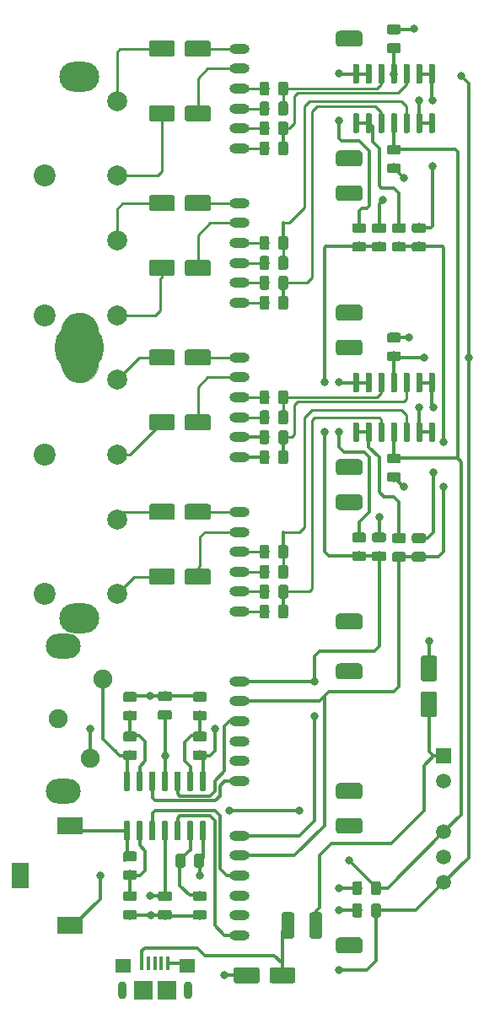
<source format=gbr>
G04 #@! TF.GenerationSoftware,KiCad,Pcbnew,(5.1.4-0-10_14)*
G04 #@! TF.CreationDate,2019-11-24T21:25:27+01:00*
G04 #@! TF.ProjectId,audio-mixer,61756469-6f2d-46d6-9978-65722e6b6963,rev?*
G04 #@! TF.SameCoordinates,Original*
G04 #@! TF.FileFunction,Copper,L1,Top*
G04 #@! TF.FilePolarity,Positive*
%FSLAX46Y46*%
G04 Gerber Fmt 4.6, Leading zero omitted, Abs format (unit mm)*
G04 Created by KiCad (PCBNEW (5.1.4-0-10_14)) date 2019-11-24 21:25:27*
%MOMM*%
%LPD*%
G04 APERTURE LIST*
%ADD10C,0.002000*%
%ADD11R,2.500000X1.800000*%
%ADD12R,1.800000X2.500000*%
%ADD13C,0.100000*%
%ADD14C,0.975000*%
%ADD15C,1.250000*%
%ADD16C,5.000000*%
%ADD17O,4.000000X3.000000*%
%ADD18C,2.000000*%
%ADD19C,2.200000*%
%ADD20O,3.500000X2.500000*%
%ADD21C,1.900000*%
%ADD22C,1.600000*%
%ADD23O,2.000000X1.000000*%
%ADD24C,0.600000*%
%ADD25C,1.500000*%
%ADD26R,1.500000X1.500000*%
%ADD27O,0.900000X1.800000*%
%ADD28R,1.900000X1.900000*%
%ADD29R,1.600000X1.400000*%
%ADD30R,0.400000X1.350000*%
%ADD31C,0.800000*%
%ADD32C,0.300000*%
%ADD33C,0.250000*%
G04 APERTURE END LIST*
D10*
G36*
X94774000Y-49350000D02*
G01*
X94751000Y-49061000D01*
X94684000Y-48779000D01*
X94572000Y-48511000D01*
X94421000Y-48263000D01*
X94232000Y-48043000D01*
X94012000Y-47854000D01*
X93764000Y-47703000D01*
X93496000Y-47591000D01*
X93214000Y-47524000D01*
X92925000Y-47501000D01*
X92636000Y-47524000D01*
X92354000Y-47591000D01*
X92086000Y-47703000D01*
X91838000Y-47854000D01*
X91618000Y-48043000D01*
X91429000Y-48263000D01*
X91278000Y-48511000D01*
X91166000Y-48779000D01*
X91099000Y-49061000D01*
X91076000Y-49350000D01*
X91076000Y-52650000D01*
X91099000Y-52939000D01*
X91166000Y-53221000D01*
X91278000Y-53489000D01*
X91429000Y-53737000D01*
X91618000Y-53957000D01*
X91838000Y-54146000D01*
X92086000Y-54297000D01*
X92354000Y-54409000D01*
X92636000Y-54476000D01*
X92925000Y-54499000D01*
X93214000Y-54476000D01*
X93496000Y-54409000D01*
X93764000Y-54297000D01*
X94012000Y-54146000D01*
X94232000Y-53957000D01*
X94421000Y-53737000D01*
X94572000Y-53489000D01*
X94684000Y-53221000D01*
X94751000Y-52939000D01*
X94774000Y-52650000D01*
X94774000Y-49350000D01*
G37*
X94774000Y-49350000D02*
X94751000Y-49061000D01*
X94684000Y-48779000D01*
X94572000Y-48511000D01*
X94421000Y-48263000D01*
X94232000Y-48043000D01*
X94012000Y-47854000D01*
X93764000Y-47703000D01*
X93496000Y-47591000D01*
X93214000Y-47524000D01*
X92925000Y-47501000D01*
X92636000Y-47524000D01*
X92354000Y-47591000D01*
X92086000Y-47703000D01*
X91838000Y-47854000D01*
X91618000Y-48043000D01*
X91429000Y-48263000D01*
X91278000Y-48511000D01*
X91166000Y-48779000D01*
X91099000Y-49061000D01*
X91076000Y-49350000D01*
X91076000Y-52650000D01*
X91099000Y-52939000D01*
X91166000Y-53221000D01*
X91278000Y-53489000D01*
X91429000Y-53737000D01*
X91618000Y-53957000D01*
X91838000Y-54146000D01*
X92086000Y-54297000D01*
X92354000Y-54409000D01*
X92636000Y-54476000D01*
X92925000Y-54499000D01*
X93214000Y-54476000D01*
X93496000Y-54409000D01*
X93764000Y-54297000D01*
X94012000Y-54146000D01*
X94232000Y-53957000D01*
X94421000Y-53737000D01*
X94572000Y-53489000D01*
X94684000Y-53221000D01*
X94751000Y-52939000D01*
X94774000Y-52650000D01*
X94774000Y-49350000D01*
G36*
X92275000Y-22651000D02*
G01*
X92087000Y-22666000D01*
X91904000Y-22710000D01*
X91731000Y-22782000D01*
X91570000Y-22880000D01*
X91427000Y-23002000D01*
X91305000Y-23145000D01*
X91207000Y-23306000D01*
X91135000Y-23479000D01*
X91091000Y-23662000D01*
X91076000Y-23850000D01*
X91091000Y-24038000D01*
X91135000Y-24221000D01*
X91207000Y-24394000D01*
X91305000Y-24555000D01*
X91427000Y-24698000D01*
X91570000Y-24820000D01*
X91731000Y-24918000D01*
X91904000Y-24990000D01*
X92087000Y-25034000D01*
X92275000Y-25049000D01*
X93575000Y-25049000D01*
X93763000Y-25034000D01*
X93946000Y-24990000D01*
X94119000Y-24918000D01*
X94280000Y-24820000D01*
X94423000Y-24698000D01*
X94545000Y-24555000D01*
X94643000Y-24394000D01*
X94715000Y-24221000D01*
X94759000Y-24038000D01*
X94774000Y-23850000D01*
X94759000Y-23662000D01*
X94715000Y-23479000D01*
X94643000Y-23306000D01*
X94545000Y-23145000D01*
X94423000Y-23002000D01*
X94280000Y-22880000D01*
X94119000Y-22782000D01*
X93946000Y-22710000D01*
X93763000Y-22666000D01*
X93575000Y-22651000D01*
X92275000Y-22651000D01*
G37*
X92275000Y-22651000D02*
X92087000Y-22666000D01*
X91904000Y-22710000D01*
X91731000Y-22782000D01*
X91570000Y-22880000D01*
X91427000Y-23002000D01*
X91305000Y-23145000D01*
X91207000Y-23306000D01*
X91135000Y-23479000D01*
X91091000Y-23662000D01*
X91076000Y-23850000D01*
X91091000Y-24038000D01*
X91135000Y-24221000D01*
X91207000Y-24394000D01*
X91305000Y-24555000D01*
X91427000Y-24698000D01*
X91570000Y-24820000D01*
X91731000Y-24918000D01*
X91904000Y-24990000D01*
X92087000Y-25034000D01*
X92275000Y-25049000D01*
X93575000Y-25049000D01*
X93763000Y-25034000D01*
X93946000Y-24990000D01*
X94119000Y-24918000D01*
X94280000Y-24820000D01*
X94423000Y-24698000D01*
X94545000Y-24555000D01*
X94643000Y-24394000D01*
X94715000Y-24221000D01*
X94759000Y-24038000D01*
X94774000Y-23850000D01*
X94759000Y-23662000D01*
X94715000Y-23479000D01*
X94643000Y-23306000D01*
X94545000Y-23145000D01*
X94423000Y-23002000D01*
X94280000Y-22880000D01*
X94119000Y-22782000D01*
X93946000Y-22710000D01*
X93763000Y-22666000D01*
X93575000Y-22651000D01*
X92275000Y-22651000D01*
G36*
X92275000Y-76951000D02*
G01*
X92087000Y-76966000D01*
X91904000Y-77010000D01*
X91731000Y-77082000D01*
X91570000Y-77180000D01*
X91427000Y-77302000D01*
X91305000Y-77445000D01*
X91207000Y-77606000D01*
X91135000Y-77779000D01*
X91091000Y-77962000D01*
X91076000Y-78150000D01*
X91091000Y-78338000D01*
X91135000Y-78521000D01*
X91207000Y-78694000D01*
X91305000Y-78855000D01*
X91427000Y-78998000D01*
X91570000Y-79120000D01*
X91731000Y-79218000D01*
X91904000Y-79290000D01*
X92087000Y-79334000D01*
X92275000Y-79349000D01*
X93575000Y-79349000D01*
X93763000Y-79334000D01*
X93946000Y-79290000D01*
X94119000Y-79218000D01*
X94280000Y-79120000D01*
X94423000Y-78998000D01*
X94545000Y-78855000D01*
X94643000Y-78694000D01*
X94715000Y-78521000D01*
X94759000Y-78338000D01*
X94774000Y-78150000D01*
X94759000Y-77962000D01*
X94715000Y-77779000D01*
X94643000Y-77606000D01*
X94545000Y-77445000D01*
X94423000Y-77302000D01*
X94280000Y-77180000D01*
X94119000Y-77082000D01*
X93946000Y-77010000D01*
X93763000Y-76966000D01*
X93575000Y-76951000D01*
X92275000Y-76951000D01*
G37*
X92275000Y-76951000D02*
X92087000Y-76966000D01*
X91904000Y-77010000D01*
X91731000Y-77082000D01*
X91570000Y-77180000D01*
X91427000Y-77302000D01*
X91305000Y-77445000D01*
X91207000Y-77606000D01*
X91135000Y-77779000D01*
X91091000Y-77962000D01*
X91076000Y-78150000D01*
X91091000Y-78338000D01*
X91135000Y-78521000D01*
X91207000Y-78694000D01*
X91305000Y-78855000D01*
X91427000Y-78998000D01*
X91570000Y-79120000D01*
X91731000Y-79218000D01*
X91904000Y-79290000D01*
X92087000Y-79334000D01*
X92275000Y-79349000D01*
X93575000Y-79349000D01*
X93763000Y-79334000D01*
X93946000Y-79290000D01*
X94119000Y-79218000D01*
X94280000Y-79120000D01*
X94423000Y-78998000D01*
X94545000Y-78855000D01*
X94643000Y-78694000D01*
X94715000Y-78521000D01*
X94759000Y-78338000D01*
X94774000Y-78150000D01*
X94759000Y-77962000D01*
X94715000Y-77779000D01*
X94643000Y-77606000D01*
X94545000Y-77445000D01*
X94423000Y-77302000D01*
X94280000Y-77180000D01*
X94119000Y-77082000D01*
X93946000Y-77010000D01*
X93763000Y-76966000D01*
X93575000Y-76951000D01*
X92275000Y-76951000D01*
D11*
X92000000Y-99000000D03*
X92000000Y-109000000D03*
D12*
X87000000Y-104000000D03*
D13*
G36*
X98480142Y-103451174D02*
G01*
X98503803Y-103454684D01*
X98527007Y-103460496D01*
X98549529Y-103468554D01*
X98571153Y-103478782D01*
X98591670Y-103491079D01*
X98610883Y-103505329D01*
X98628607Y-103521393D01*
X98644671Y-103539117D01*
X98658921Y-103558330D01*
X98671218Y-103578847D01*
X98681446Y-103600471D01*
X98689504Y-103622993D01*
X98695316Y-103646197D01*
X98698826Y-103669858D01*
X98700000Y-103693750D01*
X98700000Y-104181250D01*
X98698826Y-104205142D01*
X98695316Y-104228803D01*
X98689504Y-104252007D01*
X98681446Y-104274529D01*
X98671218Y-104296153D01*
X98658921Y-104316670D01*
X98644671Y-104335883D01*
X98628607Y-104353607D01*
X98610883Y-104369671D01*
X98591670Y-104383921D01*
X98571153Y-104396218D01*
X98549529Y-104406446D01*
X98527007Y-104414504D01*
X98503803Y-104420316D01*
X98480142Y-104423826D01*
X98456250Y-104425000D01*
X97543750Y-104425000D01*
X97519858Y-104423826D01*
X97496197Y-104420316D01*
X97472993Y-104414504D01*
X97450471Y-104406446D01*
X97428847Y-104396218D01*
X97408330Y-104383921D01*
X97389117Y-104369671D01*
X97371393Y-104353607D01*
X97355329Y-104335883D01*
X97341079Y-104316670D01*
X97328782Y-104296153D01*
X97318554Y-104274529D01*
X97310496Y-104252007D01*
X97304684Y-104228803D01*
X97301174Y-104205142D01*
X97300000Y-104181250D01*
X97300000Y-103693750D01*
X97301174Y-103669858D01*
X97304684Y-103646197D01*
X97310496Y-103622993D01*
X97318554Y-103600471D01*
X97328782Y-103578847D01*
X97341079Y-103558330D01*
X97355329Y-103539117D01*
X97371393Y-103521393D01*
X97389117Y-103505329D01*
X97408330Y-103491079D01*
X97428847Y-103478782D01*
X97450471Y-103468554D01*
X97472993Y-103460496D01*
X97496197Y-103454684D01*
X97519858Y-103451174D01*
X97543750Y-103450000D01*
X98456250Y-103450000D01*
X98480142Y-103451174D01*
X98480142Y-103451174D01*
G37*
D14*
X98000000Y-103937500D03*
D13*
G36*
X98480142Y-101576174D02*
G01*
X98503803Y-101579684D01*
X98527007Y-101585496D01*
X98549529Y-101593554D01*
X98571153Y-101603782D01*
X98591670Y-101616079D01*
X98610883Y-101630329D01*
X98628607Y-101646393D01*
X98644671Y-101664117D01*
X98658921Y-101683330D01*
X98671218Y-101703847D01*
X98681446Y-101725471D01*
X98689504Y-101747993D01*
X98695316Y-101771197D01*
X98698826Y-101794858D01*
X98700000Y-101818750D01*
X98700000Y-102306250D01*
X98698826Y-102330142D01*
X98695316Y-102353803D01*
X98689504Y-102377007D01*
X98681446Y-102399529D01*
X98671218Y-102421153D01*
X98658921Y-102441670D01*
X98644671Y-102460883D01*
X98628607Y-102478607D01*
X98610883Y-102494671D01*
X98591670Y-102508921D01*
X98571153Y-102521218D01*
X98549529Y-102531446D01*
X98527007Y-102539504D01*
X98503803Y-102545316D01*
X98480142Y-102548826D01*
X98456250Y-102550000D01*
X97543750Y-102550000D01*
X97519858Y-102548826D01*
X97496197Y-102545316D01*
X97472993Y-102539504D01*
X97450471Y-102531446D01*
X97428847Y-102521218D01*
X97408330Y-102508921D01*
X97389117Y-102494671D01*
X97371393Y-102478607D01*
X97355329Y-102460883D01*
X97341079Y-102441670D01*
X97328782Y-102421153D01*
X97318554Y-102399529D01*
X97310496Y-102377007D01*
X97304684Y-102353803D01*
X97301174Y-102330142D01*
X97300000Y-102306250D01*
X97300000Y-101818750D01*
X97301174Y-101794858D01*
X97304684Y-101771197D01*
X97310496Y-101747993D01*
X97318554Y-101725471D01*
X97328782Y-101703847D01*
X97341079Y-101683330D01*
X97355329Y-101664117D01*
X97371393Y-101646393D01*
X97389117Y-101630329D01*
X97408330Y-101616079D01*
X97428847Y-101603782D01*
X97450471Y-101593554D01*
X97472993Y-101585496D01*
X97496197Y-101579684D01*
X97519858Y-101576174D01*
X97543750Y-101575000D01*
X98456250Y-101575000D01*
X98480142Y-101576174D01*
X98480142Y-101576174D01*
G37*
D14*
X98000000Y-102062500D03*
D13*
G36*
X103330142Y-101801174D02*
G01*
X103353803Y-101804684D01*
X103377007Y-101810496D01*
X103399529Y-101818554D01*
X103421153Y-101828782D01*
X103441670Y-101841079D01*
X103460883Y-101855329D01*
X103478607Y-101871393D01*
X103494671Y-101889117D01*
X103508921Y-101908330D01*
X103521218Y-101928847D01*
X103531446Y-101950471D01*
X103539504Y-101972993D01*
X103545316Y-101996197D01*
X103548826Y-102019858D01*
X103550000Y-102043750D01*
X103550000Y-102956250D01*
X103548826Y-102980142D01*
X103545316Y-103003803D01*
X103539504Y-103027007D01*
X103531446Y-103049529D01*
X103521218Y-103071153D01*
X103508921Y-103091670D01*
X103494671Y-103110883D01*
X103478607Y-103128607D01*
X103460883Y-103144671D01*
X103441670Y-103158921D01*
X103421153Y-103171218D01*
X103399529Y-103181446D01*
X103377007Y-103189504D01*
X103353803Y-103195316D01*
X103330142Y-103198826D01*
X103306250Y-103200000D01*
X102818750Y-103200000D01*
X102794858Y-103198826D01*
X102771197Y-103195316D01*
X102747993Y-103189504D01*
X102725471Y-103181446D01*
X102703847Y-103171218D01*
X102683330Y-103158921D01*
X102664117Y-103144671D01*
X102646393Y-103128607D01*
X102630329Y-103110883D01*
X102616079Y-103091670D01*
X102603782Y-103071153D01*
X102593554Y-103049529D01*
X102585496Y-103027007D01*
X102579684Y-103003803D01*
X102576174Y-102980142D01*
X102575000Y-102956250D01*
X102575000Y-102043750D01*
X102576174Y-102019858D01*
X102579684Y-101996197D01*
X102585496Y-101972993D01*
X102593554Y-101950471D01*
X102603782Y-101928847D01*
X102616079Y-101908330D01*
X102630329Y-101889117D01*
X102646393Y-101871393D01*
X102664117Y-101855329D01*
X102683330Y-101841079D01*
X102703847Y-101828782D01*
X102725471Y-101818554D01*
X102747993Y-101810496D01*
X102771197Y-101804684D01*
X102794858Y-101801174D01*
X102818750Y-101800000D01*
X103306250Y-101800000D01*
X103330142Y-101801174D01*
X103330142Y-101801174D01*
G37*
D14*
X103062500Y-102500000D03*
D13*
G36*
X105205142Y-101801174D02*
G01*
X105228803Y-101804684D01*
X105252007Y-101810496D01*
X105274529Y-101818554D01*
X105296153Y-101828782D01*
X105316670Y-101841079D01*
X105335883Y-101855329D01*
X105353607Y-101871393D01*
X105369671Y-101889117D01*
X105383921Y-101908330D01*
X105396218Y-101928847D01*
X105406446Y-101950471D01*
X105414504Y-101972993D01*
X105420316Y-101996197D01*
X105423826Y-102019858D01*
X105425000Y-102043750D01*
X105425000Y-102956250D01*
X105423826Y-102980142D01*
X105420316Y-103003803D01*
X105414504Y-103027007D01*
X105406446Y-103049529D01*
X105396218Y-103071153D01*
X105383921Y-103091670D01*
X105369671Y-103110883D01*
X105353607Y-103128607D01*
X105335883Y-103144671D01*
X105316670Y-103158921D01*
X105296153Y-103171218D01*
X105274529Y-103181446D01*
X105252007Y-103189504D01*
X105228803Y-103195316D01*
X105205142Y-103198826D01*
X105181250Y-103200000D01*
X104693750Y-103200000D01*
X104669858Y-103198826D01*
X104646197Y-103195316D01*
X104622993Y-103189504D01*
X104600471Y-103181446D01*
X104578847Y-103171218D01*
X104558330Y-103158921D01*
X104539117Y-103144671D01*
X104521393Y-103128607D01*
X104505329Y-103110883D01*
X104491079Y-103091670D01*
X104478782Y-103071153D01*
X104468554Y-103049529D01*
X104460496Y-103027007D01*
X104454684Y-103003803D01*
X104451174Y-102980142D01*
X104450000Y-102956250D01*
X104450000Y-102043750D01*
X104451174Y-102019858D01*
X104454684Y-101996197D01*
X104460496Y-101972993D01*
X104468554Y-101950471D01*
X104478782Y-101928847D01*
X104491079Y-101908330D01*
X104505329Y-101889117D01*
X104521393Y-101871393D01*
X104539117Y-101855329D01*
X104558330Y-101841079D01*
X104578847Y-101828782D01*
X104600471Y-101818554D01*
X104622993Y-101810496D01*
X104646197Y-101804684D01*
X104669858Y-101801174D01*
X104693750Y-101800000D01*
X105181250Y-101800000D01*
X105205142Y-101801174D01*
X105205142Y-101801174D01*
G37*
D14*
X104937500Y-102500000D03*
D13*
G36*
X98480142Y-105576174D02*
G01*
X98503803Y-105579684D01*
X98527007Y-105585496D01*
X98549529Y-105593554D01*
X98571153Y-105603782D01*
X98591670Y-105616079D01*
X98610883Y-105630329D01*
X98628607Y-105646393D01*
X98644671Y-105664117D01*
X98658921Y-105683330D01*
X98671218Y-105703847D01*
X98681446Y-105725471D01*
X98689504Y-105747993D01*
X98695316Y-105771197D01*
X98698826Y-105794858D01*
X98700000Y-105818750D01*
X98700000Y-106306250D01*
X98698826Y-106330142D01*
X98695316Y-106353803D01*
X98689504Y-106377007D01*
X98681446Y-106399529D01*
X98671218Y-106421153D01*
X98658921Y-106441670D01*
X98644671Y-106460883D01*
X98628607Y-106478607D01*
X98610883Y-106494671D01*
X98591670Y-106508921D01*
X98571153Y-106521218D01*
X98549529Y-106531446D01*
X98527007Y-106539504D01*
X98503803Y-106545316D01*
X98480142Y-106548826D01*
X98456250Y-106550000D01*
X97543750Y-106550000D01*
X97519858Y-106548826D01*
X97496197Y-106545316D01*
X97472993Y-106539504D01*
X97450471Y-106531446D01*
X97428847Y-106521218D01*
X97408330Y-106508921D01*
X97389117Y-106494671D01*
X97371393Y-106478607D01*
X97355329Y-106460883D01*
X97341079Y-106441670D01*
X97328782Y-106421153D01*
X97318554Y-106399529D01*
X97310496Y-106377007D01*
X97304684Y-106353803D01*
X97301174Y-106330142D01*
X97300000Y-106306250D01*
X97300000Y-105818750D01*
X97301174Y-105794858D01*
X97304684Y-105771197D01*
X97310496Y-105747993D01*
X97318554Y-105725471D01*
X97328782Y-105703847D01*
X97341079Y-105683330D01*
X97355329Y-105664117D01*
X97371393Y-105646393D01*
X97389117Y-105630329D01*
X97408330Y-105616079D01*
X97428847Y-105603782D01*
X97450471Y-105593554D01*
X97472993Y-105585496D01*
X97496197Y-105579684D01*
X97519858Y-105576174D01*
X97543750Y-105575000D01*
X98456250Y-105575000D01*
X98480142Y-105576174D01*
X98480142Y-105576174D01*
G37*
D14*
X98000000Y-106062500D03*
D13*
G36*
X98480142Y-107451174D02*
G01*
X98503803Y-107454684D01*
X98527007Y-107460496D01*
X98549529Y-107468554D01*
X98571153Y-107478782D01*
X98591670Y-107491079D01*
X98610883Y-107505329D01*
X98628607Y-107521393D01*
X98644671Y-107539117D01*
X98658921Y-107558330D01*
X98671218Y-107578847D01*
X98681446Y-107600471D01*
X98689504Y-107622993D01*
X98695316Y-107646197D01*
X98698826Y-107669858D01*
X98700000Y-107693750D01*
X98700000Y-108181250D01*
X98698826Y-108205142D01*
X98695316Y-108228803D01*
X98689504Y-108252007D01*
X98681446Y-108274529D01*
X98671218Y-108296153D01*
X98658921Y-108316670D01*
X98644671Y-108335883D01*
X98628607Y-108353607D01*
X98610883Y-108369671D01*
X98591670Y-108383921D01*
X98571153Y-108396218D01*
X98549529Y-108406446D01*
X98527007Y-108414504D01*
X98503803Y-108420316D01*
X98480142Y-108423826D01*
X98456250Y-108425000D01*
X97543750Y-108425000D01*
X97519858Y-108423826D01*
X97496197Y-108420316D01*
X97472993Y-108414504D01*
X97450471Y-108406446D01*
X97428847Y-108396218D01*
X97408330Y-108383921D01*
X97389117Y-108369671D01*
X97371393Y-108353607D01*
X97355329Y-108335883D01*
X97341079Y-108316670D01*
X97328782Y-108296153D01*
X97318554Y-108274529D01*
X97310496Y-108252007D01*
X97304684Y-108228803D01*
X97301174Y-108205142D01*
X97300000Y-108181250D01*
X97300000Y-107693750D01*
X97301174Y-107669858D01*
X97304684Y-107646197D01*
X97310496Y-107622993D01*
X97318554Y-107600471D01*
X97328782Y-107578847D01*
X97341079Y-107558330D01*
X97355329Y-107539117D01*
X97371393Y-107521393D01*
X97389117Y-107505329D01*
X97408330Y-107491079D01*
X97428847Y-107478782D01*
X97450471Y-107468554D01*
X97472993Y-107460496D01*
X97496197Y-107454684D01*
X97519858Y-107451174D01*
X97543750Y-107450000D01*
X98456250Y-107450000D01*
X98480142Y-107451174D01*
X98480142Y-107451174D01*
G37*
D14*
X98000000Y-107937500D03*
D13*
G36*
X105480142Y-105576174D02*
G01*
X105503803Y-105579684D01*
X105527007Y-105585496D01*
X105549529Y-105593554D01*
X105571153Y-105603782D01*
X105591670Y-105616079D01*
X105610883Y-105630329D01*
X105628607Y-105646393D01*
X105644671Y-105664117D01*
X105658921Y-105683330D01*
X105671218Y-105703847D01*
X105681446Y-105725471D01*
X105689504Y-105747993D01*
X105695316Y-105771197D01*
X105698826Y-105794858D01*
X105700000Y-105818750D01*
X105700000Y-106306250D01*
X105698826Y-106330142D01*
X105695316Y-106353803D01*
X105689504Y-106377007D01*
X105681446Y-106399529D01*
X105671218Y-106421153D01*
X105658921Y-106441670D01*
X105644671Y-106460883D01*
X105628607Y-106478607D01*
X105610883Y-106494671D01*
X105591670Y-106508921D01*
X105571153Y-106521218D01*
X105549529Y-106531446D01*
X105527007Y-106539504D01*
X105503803Y-106545316D01*
X105480142Y-106548826D01*
X105456250Y-106550000D01*
X104543750Y-106550000D01*
X104519858Y-106548826D01*
X104496197Y-106545316D01*
X104472993Y-106539504D01*
X104450471Y-106531446D01*
X104428847Y-106521218D01*
X104408330Y-106508921D01*
X104389117Y-106494671D01*
X104371393Y-106478607D01*
X104355329Y-106460883D01*
X104341079Y-106441670D01*
X104328782Y-106421153D01*
X104318554Y-106399529D01*
X104310496Y-106377007D01*
X104304684Y-106353803D01*
X104301174Y-106330142D01*
X104300000Y-106306250D01*
X104300000Y-105818750D01*
X104301174Y-105794858D01*
X104304684Y-105771197D01*
X104310496Y-105747993D01*
X104318554Y-105725471D01*
X104328782Y-105703847D01*
X104341079Y-105683330D01*
X104355329Y-105664117D01*
X104371393Y-105646393D01*
X104389117Y-105630329D01*
X104408330Y-105616079D01*
X104428847Y-105603782D01*
X104450471Y-105593554D01*
X104472993Y-105585496D01*
X104496197Y-105579684D01*
X104519858Y-105576174D01*
X104543750Y-105575000D01*
X105456250Y-105575000D01*
X105480142Y-105576174D01*
X105480142Y-105576174D01*
G37*
D14*
X105000000Y-106062500D03*
D13*
G36*
X105480142Y-107451174D02*
G01*
X105503803Y-107454684D01*
X105527007Y-107460496D01*
X105549529Y-107468554D01*
X105571153Y-107478782D01*
X105591670Y-107491079D01*
X105610883Y-107505329D01*
X105628607Y-107521393D01*
X105644671Y-107539117D01*
X105658921Y-107558330D01*
X105671218Y-107578847D01*
X105681446Y-107600471D01*
X105689504Y-107622993D01*
X105695316Y-107646197D01*
X105698826Y-107669858D01*
X105700000Y-107693750D01*
X105700000Y-108181250D01*
X105698826Y-108205142D01*
X105695316Y-108228803D01*
X105689504Y-108252007D01*
X105681446Y-108274529D01*
X105671218Y-108296153D01*
X105658921Y-108316670D01*
X105644671Y-108335883D01*
X105628607Y-108353607D01*
X105610883Y-108369671D01*
X105591670Y-108383921D01*
X105571153Y-108396218D01*
X105549529Y-108406446D01*
X105527007Y-108414504D01*
X105503803Y-108420316D01*
X105480142Y-108423826D01*
X105456250Y-108425000D01*
X104543750Y-108425000D01*
X104519858Y-108423826D01*
X104496197Y-108420316D01*
X104472993Y-108414504D01*
X104450471Y-108406446D01*
X104428847Y-108396218D01*
X104408330Y-108383921D01*
X104389117Y-108369671D01*
X104371393Y-108353607D01*
X104355329Y-108335883D01*
X104341079Y-108316670D01*
X104328782Y-108296153D01*
X104318554Y-108274529D01*
X104310496Y-108252007D01*
X104304684Y-108228803D01*
X104301174Y-108205142D01*
X104300000Y-108181250D01*
X104300000Y-107693750D01*
X104301174Y-107669858D01*
X104304684Y-107646197D01*
X104310496Y-107622993D01*
X104318554Y-107600471D01*
X104328782Y-107578847D01*
X104341079Y-107558330D01*
X104355329Y-107539117D01*
X104371393Y-107521393D01*
X104389117Y-107505329D01*
X104408330Y-107491079D01*
X104428847Y-107478782D01*
X104450471Y-107468554D01*
X104472993Y-107460496D01*
X104496197Y-107454684D01*
X104519858Y-107451174D01*
X104543750Y-107450000D01*
X105456250Y-107450000D01*
X105480142Y-107451174D01*
X105480142Y-107451174D01*
G37*
D14*
X105000000Y-107937500D03*
D13*
G36*
X105480142Y-89551174D02*
G01*
X105503803Y-89554684D01*
X105527007Y-89560496D01*
X105549529Y-89568554D01*
X105571153Y-89578782D01*
X105591670Y-89591079D01*
X105610883Y-89605329D01*
X105628607Y-89621393D01*
X105644671Y-89639117D01*
X105658921Y-89658330D01*
X105671218Y-89678847D01*
X105681446Y-89700471D01*
X105689504Y-89722993D01*
X105695316Y-89746197D01*
X105698826Y-89769858D01*
X105700000Y-89793750D01*
X105700000Y-90281250D01*
X105698826Y-90305142D01*
X105695316Y-90328803D01*
X105689504Y-90352007D01*
X105681446Y-90374529D01*
X105671218Y-90396153D01*
X105658921Y-90416670D01*
X105644671Y-90435883D01*
X105628607Y-90453607D01*
X105610883Y-90469671D01*
X105591670Y-90483921D01*
X105571153Y-90496218D01*
X105549529Y-90506446D01*
X105527007Y-90514504D01*
X105503803Y-90520316D01*
X105480142Y-90523826D01*
X105456250Y-90525000D01*
X104543750Y-90525000D01*
X104519858Y-90523826D01*
X104496197Y-90520316D01*
X104472993Y-90514504D01*
X104450471Y-90506446D01*
X104428847Y-90496218D01*
X104408330Y-90483921D01*
X104389117Y-90469671D01*
X104371393Y-90453607D01*
X104355329Y-90435883D01*
X104341079Y-90416670D01*
X104328782Y-90396153D01*
X104318554Y-90374529D01*
X104310496Y-90352007D01*
X104304684Y-90328803D01*
X104301174Y-90305142D01*
X104300000Y-90281250D01*
X104300000Y-89793750D01*
X104301174Y-89769858D01*
X104304684Y-89746197D01*
X104310496Y-89722993D01*
X104318554Y-89700471D01*
X104328782Y-89678847D01*
X104341079Y-89658330D01*
X104355329Y-89639117D01*
X104371393Y-89621393D01*
X104389117Y-89605329D01*
X104408330Y-89591079D01*
X104428847Y-89578782D01*
X104450471Y-89568554D01*
X104472993Y-89560496D01*
X104496197Y-89554684D01*
X104519858Y-89551174D01*
X104543750Y-89550000D01*
X105456250Y-89550000D01*
X105480142Y-89551174D01*
X105480142Y-89551174D01*
G37*
D14*
X105000000Y-90037500D03*
D13*
G36*
X105480142Y-91426174D02*
G01*
X105503803Y-91429684D01*
X105527007Y-91435496D01*
X105549529Y-91443554D01*
X105571153Y-91453782D01*
X105591670Y-91466079D01*
X105610883Y-91480329D01*
X105628607Y-91496393D01*
X105644671Y-91514117D01*
X105658921Y-91533330D01*
X105671218Y-91553847D01*
X105681446Y-91575471D01*
X105689504Y-91597993D01*
X105695316Y-91621197D01*
X105698826Y-91644858D01*
X105700000Y-91668750D01*
X105700000Y-92156250D01*
X105698826Y-92180142D01*
X105695316Y-92203803D01*
X105689504Y-92227007D01*
X105681446Y-92249529D01*
X105671218Y-92271153D01*
X105658921Y-92291670D01*
X105644671Y-92310883D01*
X105628607Y-92328607D01*
X105610883Y-92344671D01*
X105591670Y-92358921D01*
X105571153Y-92371218D01*
X105549529Y-92381446D01*
X105527007Y-92389504D01*
X105503803Y-92395316D01*
X105480142Y-92398826D01*
X105456250Y-92400000D01*
X104543750Y-92400000D01*
X104519858Y-92398826D01*
X104496197Y-92395316D01*
X104472993Y-92389504D01*
X104450471Y-92381446D01*
X104428847Y-92371218D01*
X104408330Y-92358921D01*
X104389117Y-92344671D01*
X104371393Y-92328607D01*
X104355329Y-92310883D01*
X104341079Y-92291670D01*
X104328782Y-92271153D01*
X104318554Y-92249529D01*
X104310496Y-92227007D01*
X104304684Y-92203803D01*
X104301174Y-92180142D01*
X104300000Y-92156250D01*
X104300000Y-91668750D01*
X104301174Y-91644858D01*
X104304684Y-91621197D01*
X104310496Y-91597993D01*
X104318554Y-91575471D01*
X104328782Y-91553847D01*
X104341079Y-91533330D01*
X104355329Y-91514117D01*
X104371393Y-91496393D01*
X104389117Y-91480329D01*
X104408330Y-91466079D01*
X104428847Y-91453782D01*
X104450471Y-91443554D01*
X104472993Y-91435496D01*
X104496197Y-91429684D01*
X104519858Y-91426174D01*
X104543750Y-91425000D01*
X105456250Y-91425000D01*
X105480142Y-91426174D01*
X105480142Y-91426174D01*
G37*
D14*
X105000000Y-91912500D03*
D13*
G36*
X98480142Y-89551174D02*
G01*
X98503803Y-89554684D01*
X98527007Y-89560496D01*
X98549529Y-89568554D01*
X98571153Y-89578782D01*
X98591670Y-89591079D01*
X98610883Y-89605329D01*
X98628607Y-89621393D01*
X98644671Y-89639117D01*
X98658921Y-89658330D01*
X98671218Y-89678847D01*
X98681446Y-89700471D01*
X98689504Y-89722993D01*
X98695316Y-89746197D01*
X98698826Y-89769858D01*
X98700000Y-89793750D01*
X98700000Y-90281250D01*
X98698826Y-90305142D01*
X98695316Y-90328803D01*
X98689504Y-90352007D01*
X98681446Y-90374529D01*
X98671218Y-90396153D01*
X98658921Y-90416670D01*
X98644671Y-90435883D01*
X98628607Y-90453607D01*
X98610883Y-90469671D01*
X98591670Y-90483921D01*
X98571153Y-90496218D01*
X98549529Y-90506446D01*
X98527007Y-90514504D01*
X98503803Y-90520316D01*
X98480142Y-90523826D01*
X98456250Y-90525000D01*
X97543750Y-90525000D01*
X97519858Y-90523826D01*
X97496197Y-90520316D01*
X97472993Y-90514504D01*
X97450471Y-90506446D01*
X97428847Y-90496218D01*
X97408330Y-90483921D01*
X97389117Y-90469671D01*
X97371393Y-90453607D01*
X97355329Y-90435883D01*
X97341079Y-90416670D01*
X97328782Y-90396153D01*
X97318554Y-90374529D01*
X97310496Y-90352007D01*
X97304684Y-90328803D01*
X97301174Y-90305142D01*
X97300000Y-90281250D01*
X97300000Y-89793750D01*
X97301174Y-89769858D01*
X97304684Y-89746197D01*
X97310496Y-89722993D01*
X97318554Y-89700471D01*
X97328782Y-89678847D01*
X97341079Y-89658330D01*
X97355329Y-89639117D01*
X97371393Y-89621393D01*
X97389117Y-89605329D01*
X97408330Y-89591079D01*
X97428847Y-89578782D01*
X97450471Y-89568554D01*
X97472993Y-89560496D01*
X97496197Y-89554684D01*
X97519858Y-89551174D01*
X97543750Y-89550000D01*
X98456250Y-89550000D01*
X98480142Y-89551174D01*
X98480142Y-89551174D01*
G37*
D14*
X98000000Y-90037500D03*
D13*
G36*
X98480142Y-91426174D02*
G01*
X98503803Y-91429684D01*
X98527007Y-91435496D01*
X98549529Y-91443554D01*
X98571153Y-91453782D01*
X98591670Y-91466079D01*
X98610883Y-91480329D01*
X98628607Y-91496393D01*
X98644671Y-91514117D01*
X98658921Y-91533330D01*
X98671218Y-91553847D01*
X98681446Y-91575471D01*
X98689504Y-91597993D01*
X98695316Y-91621197D01*
X98698826Y-91644858D01*
X98700000Y-91668750D01*
X98700000Y-92156250D01*
X98698826Y-92180142D01*
X98695316Y-92203803D01*
X98689504Y-92227007D01*
X98681446Y-92249529D01*
X98671218Y-92271153D01*
X98658921Y-92291670D01*
X98644671Y-92310883D01*
X98628607Y-92328607D01*
X98610883Y-92344671D01*
X98591670Y-92358921D01*
X98571153Y-92371218D01*
X98549529Y-92381446D01*
X98527007Y-92389504D01*
X98503803Y-92395316D01*
X98480142Y-92398826D01*
X98456250Y-92400000D01*
X97543750Y-92400000D01*
X97519858Y-92398826D01*
X97496197Y-92395316D01*
X97472993Y-92389504D01*
X97450471Y-92381446D01*
X97428847Y-92371218D01*
X97408330Y-92358921D01*
X97389117Y-92344671D01*
X97371393Y-92328607D01*
X97355329Y-92310883D01*
X97341079Y-92291670D01*
X97328782Y-92271153D01*
X97318554Y-92249529D01*
X97310496Y-92227007D01*
X97304684Y-92203803D01*
X97301174Y-92180142D01*
X97300000Y-92156250D01*
X97300000Y-91668750D01*
X97301174Y-91644858D01*
X97304684Y-91621197D01*
X97310496Y-91597993D01*
X97318554Y-91575471D01*
X97328782Y-91553847D01*
X97341079Y-91533330D01*
X97355329Y-91514117D01*
X97371393Y-91496393D01*
X97389117Y-91480329D01*
X97408330Y-91466079D01*
X97428847Y-91453782D01*
X97450471Y-91443554D01*
X97472993Y-91435496D01*
X97496197Y-91429684D01*
X97519858Y-91426174D01*
X97543750Y-91425000D01*
X98456250Y-91425000D01*
X98480142Y-91426174D01*
X98480142Y-91426174D01*
G37*
D14*
X98000000Y-91912500D03*
D13*
G36*
X105480142Y-87451174D02*
G01*
X105503803Y-87454684D01*
X105527007Y-87460496D01*
X105549529Y-87468554D01*
X105571153Y-87478782D01*
X105591670Y-87491079D01*
X105610883Y-87505329D01*
X105628607Y-87521393D01*
X105644671Y-87539117D01*
X105658921Y-87558330D01*
X105671218Y-87578847D01*
X105681446Y-87600471D01*
X105689504Y-87622993D01*
X105695316Y-87646197D01*
X105698826Y-87669858D01*
X105700000Y-87693750D01*
X105700000Y-88181250D01*
X105698826Y-88205142D01*
X105695316Y-88228803D01*
X105689504Y-88252007D01*
X105681446Y-88274529D01*
X105671218Y-88296153D01*
X105658921Y-88316670D01*
X105644671Y-88335883D01*
X105628607Y-88353607D01*
X105610883Y-88369671D01*
X105591670Y-88383921D01*
X105571153Y-88396218D01*
X105549529Y-88406446D01*
X105527007Y-88414504D01*
X105503803Y-88420316D01*
X105480142Y-88423826D01*
X105456250Y-88425000D01*
X104543750Y-88425000D01*
X104519858Y-88423826D01*
X104496197Y-88420316D01*
X104472993Y-88414504D01*
X104450471Y-88406446D01*
X104428847Y-88396218D01*
X104408330Y-88383921D01*
X104389117Y-88369671D01*
X104371393Y-88353607D01*
X104355329Y-88335883D01*
X104341079Y-88316670D01*
X104328782Y-88296153D01*
X104318554Y-88274529D01*
X104310496Y-88252007D01*
X104304684Y-88228803D01*
X104301174Y-88205142D01*
X104300000Y-88181250D01*
X104300000Y-87693750D01*
X104301174Y-87669858D01*
X104304684Y-87646197D01*
X104310496Y-87622993D01*
X104318554Y-87600471D01*
X104328782Y-87578847D01*
X104341079Y-87558330D01*
X104355329Y-87539117D01*
X104371393Y-87521393D01*
X104389117Y-87505329D01*
X104408330Y-87491079D01*
X104428847Y-87478782D01*
X104450471Y-87468554D01*
X104472993Y-87460496D01*
X104496197Y-87454684D01*
X104519858Y-87451174D01*
X104543750Y-87450000D01*
X105456250Y-87450000D01*
X105480142Y-87451174D01*
X105480142Y-87451174D01*
G37*
D14*
X105000000Y-87937500D03*
D13*
G36*
X105480142Y-85576174D02*
G01*
X105503803Y-85579684D01*
X105527007Y-85585496D01*
X105549529Y-85593554D01*
X105571153Y-85603782D01*
X105591670Y-85616079D01*
X105610883Y-85630329D01*
X105628607Y-85646393D01*
X105644671Y-85664117D01*
X105658921Y-85683330D01*
X105671218Y-85703847D01*
X105681446Y-85725471D01*
X105689504Y-85747993D01*
X105695316Y-85771197D01*
X105698826Y-85794858D01*
X105700000Y-85818750D01*
X105700000Y-86306250D01*
X105698826Y-86330142D01*
X105695316Y-86353803D01*
X105689504Y-86377007D01*
X105681446Y-86399529D01*
X105671218Y-86421153D01*
X105658921Y-86441670D01*
X105644671Y-86460883D01*
X105628607Y-86478607D01*
X105610883Y-86494671D01*
X105591670Y-86508921D01*
X105571153Y-86521218D01*
X105549529Y-86531446D01*
X105527007Y-86539504D01*
X105503803Y-86545316D01*
X105480142Y-86548826D01*
X105456250Y-86550000D01*
X104543750Y-86550000D01*
X104519858Y-86548826D01*
X104496197Y-86545316D01*
X104472993Y-86539504D01*
X104450471Y-86531446D01*
X104428847Y-86521218D01*
X104408330Y-86508921D01*
X104389117Y-86494671D01*
X104371393Y-86478607D01*
X104355329Y-86460883D01*
X104341079Y-86441670D01*
X104328782Y-86421153D01*
X104318554Y-86399529D01*
X104310496Y-86377007D01*
X104304684Y-86353803D01*
X104301174Y-86330142D01*
X104300000Y-86306250D01*
X104300000Y-85818750D01*
X104301174Y-85794858D01*
X104304684Y-85771197D01*
X104310496Y-85747993D01*
X104318554Y-85725471D01*
X104328782Y-85703847D01*
X104341079Y-85683330D01*
X104355329Y-85664117D01*
X104371393Y-85646393D01*
X104389117Y-85630329D01*
X104408330Y-85616079D01*
X104428847Y-85603782D01*
X104450471Y-85593554D01*
X104472993Y-85585496D01*
X104496197Y-85579684D01*
X104519858Y-85576174D01*
X104543750Y-85575000D01*
X105456250Y-85575000D01*
X105480142Y-85576174D01*
X105480142Y-85576174D01*
G37*
D14*
X105000000Y-86062500D03*
D13*
G36*
X98480142Y-87451174D02*
G01*
X98503803Y-87454684D01*
X98527007Y-87460496D01*
X98549529Y-87468554D01*
X98571153Y-87478782D01*
X98591670Y-87491079D01*
X98610883Y-87505329D01*
X98628607Y-87521393D01*
X98644671Y-87539117D01*
X98658921Y-87558330D01*
X98671218Y-87578847D01*
X98681446Y-87600471D01*
X98689504Y-87622993D01*
X98695316Y-87646197D01*
X98698826Y-87669858D01*
X98700000Y-87693750D01*
X98700000Y-88181250D01*
X98698826Y-88205142D01*
X98695316Y-88228803D01*
X98689504Y-88252007D01*
X98681446Y-88274529D01*
X98671218Y-88296153D01*
X98658921Y-88316670D01*
X98644671Y-88335883D01*
X98628607Y-88353607D01*
X98610883Y-88369671D01*
X98591670Y-88383921D01*
X98571153Y-88396218D01*
X98549529Y-88406446D01*
X98527007Y-88414504D01*
X98503803Y-88420316D01*
X98480142Y-88423826D01*
X98456250Y-88425000D01*
X97543750Y-88425000D01*
X97519858Y-88423826D01*
X97496197Y-88420316D01*
X97472993Y-88414504D01*
X97450471Y-88406446D01*
X97428847Y-88396218D01*
X97408330Y-88383921D01*
X97389117Y-88369671D01*
X97371393Y-88353607D01*
X97355329Y-88335883D01*
X97341079Y-88316670D01*
X97328782Y-88296153D01*
X97318554Y-88274529D01*
X97310496Y-88252007D01*
X97304684Y-88228803D01*
X97301174Y-88205142D01*
X97300000Y-88181250D01*
X97300000Y-87693750D01*
X97301174Y-87669858D01*
X97304684Y-87646197D01*
X97310496Y-87622993D01*
X97318554Y-87600471D01*
X97328782Y-87578847D01*
X97341079Y-87558330D01*
X97355329Y-87539117D01*
X97371393Y-87521393D01*
X97389117Y-87505329D01*
X97408330Y-87491079D01*
X97428847Y-87478782D01*
X97450471Y-87468554D01*
X97472993Y-87460496D01*
X97496197Y-87454684D01*
X97519858Y-87451174D01*
X97543750Y-87450000D01*
X98456250Y-87450000D01*
X98480142Y-87451174D01*
X98480142Y-87451174D01*
G37*
D14*
X98000000Y-87937500D03*
D13*
G36*
X98480142Y-85576174D02*
G01*
X98503803Y-85579684D01*
X98527007Y-85585496D01*
X98549529Y-85593554D01*
X98571153Y-85603782D01*
X98591670Y-85616079D01*
X98610883Y-85630329D01*
X98628607Y-85646393D01*
X98644671Y-85664117D01*
X98658921Y-85683330D01*
X98671218Y-85703847D01*
X98681446Y-85725471D01*
X98689504Y-85747993D01*
X98695316Y-85771197D01*
X98698826Y-85794858D01*
X98700000Y-85818750D01*
X98700000Y-86306250D01*
X98698826Y-86330142D01*
X98695316Y-86353803D01*
X98689504Y-86377007D01*
X98681446Y-86399529D01*
X98671218Y-86421153D01*
X98658921Y-86441670D01*
X98644671Y-86460883D01*
X98628607Y-86478607D01*
X98610883Y-86494671D01*
X98591670Y-86508921D01*
X98571153Y-86521218D01*
X98549529Y-86531446D01*
X98527007Y-86539504D01*
X98503803Y-86545316D01*
X98480142Y-86548826D01*
X98456250Y-86550000D01*
X97543750Y-86550000D01*
X97519858Y-86548826D01*
X97496197Y-86545316D01*
X97472993Y-86539504D01*
X97450471Y-86531446D01*
X97428847Y-86521218D01*
X97408330Y-86508921D01*
X97389117Y-86494671D01*
X97371393Y-86478607D01*
X97355329Y-86460883D01*
X97341079Y-86441670D01*
X97328782Y-86421153D01*
X97318554Y-86399529D01*
X97310496Y-86377007D01*
X97304684Y-86353803D01*
X97301174Y-86330142D01*
X97300000Y-86306250D01*
X97300000Y-85818750D01*
X97301174Y-85794858D01*
X97304684Y-85771197D01*
X97310496Y-85747993D01*
X97318554Y-85725471D01*
X97328782Y-85703847D01*
X97341079Y-85683330D01*
X97355329Y-85664117D01*
X97371393Y-85646393D01*
X97389117Y-85630329D01*
X97408330Y-85616079D01*
X97428847Y-85603782D01*
X97450471Y-85593554D01*
X97472993Y-85585496D01*
X97496197Y-85579684D01*
X97519858Y-85576174D01*
X97543750Y-85575000D01*
X98456250Y-85575000D01*
X98480142Y-85576174D01*
X98480142Y-85576174D01*
G37*
D14*
X98000000Y-86062500D03*
D13*
G36*
X117049504Y-107676204D02*
G01*
X117073773Y-107679804D01*
X117097571Y-107685765D01*
X117120671Y-107694030D01*
X117142849Y-107704520D01*
X117163893Y-107717133D01*
X117183598Y-107731747D01*
X117201777Y-107748223D01*
X117218253Y-107766402D01*
X117232867Y-107786107D01*
X117245480Y-107807151D01*
X117255970Y-107829329D01*
X117264235Y-107852429D01*
X117270196Y-107876227D01*
X117273796Y-107900496D01*
X117275000Y-107925000D01*
X117275000Y-110075000D01*
X117273796Y-110099504D01*
X117270196Y-110123773D01*
X117264235Y-110147571D01*
X117255970Y-110170671D01*
X117245480Y-110192849D01*
X117232867Y-110213893D01*
X117218253Y-110233598D01*
X117201777Y-110251777D01*
X117183598Y-110268253D01*
X117163893Y-110282867D01*
X117142849Y-110295480D01*
X117120671Y-110305970D01*
X117097571Y-110314235D01*
X117073773Y-110320196D01*
X117049504Y-110323796D01*
X117025000Y-110325000D01*
X116275000Y-110325000D01*
X116250496Y-110323796D01*
X116226227Y-110320196D01*
X116202429Y-110314235D01*
X116179329Y-110305970D01*
X116157151Y-110295480D01*
X116136107Y-110282867D01*
X116116402Y-110268253D01*
X116098223Y-110251777D01*
X116081747Y-110233598D01*
X116067133Y-110213893D01*
X116054520Y-110192849D01*
X116044030Y-110170671D01*
X116035765Y-110147571D01*
X116029804Y-110123773D01*
X116026204Y-110099504D01*
X116025000Y-110075000D01*
X116025000Y-107925000D01*
X116026204Y-107900496D01*
X116029804Y-107876227D01*
X116035765Y-107852429D01*
X116044030Y-107829329D01*
X116054520Y-107807151D01*
X116067133Y-107786107D01*
X116081747Y-107766402D01*
X116098223Y-107748223D01*
X116116402Y-107731747D01*
X116136107Y-107717133D01*
X116157151Y-107704520D01*
X116179329Y-107694030D01*
X116202429Y-107685765D01*
X116226227Y-107679804D01*
X116250496Y-107676204D01*
X116275000Y-107675000D01*
X117025000Y-107675000D01*
X117049504Y-107676204D01*
X117049504Y-107676204D01*
G37*
D15*
X116650000Y-109000000D03*
D13*
G36*
X114249504Y-107676204D02*
G01*
X114273773Y-107679804D01*
X114297571Y-107685765D01*
X114320671Y-107694030D01*
X114342849Y-107704520D01*
X114363893Y-107717133D01*
X114383598Y-107731747D01*
X114401777Y-107748223D01*
X114418253Y-107766402D01*
X114432867Y-107786107D01*
X114445480Y-107807151D01*
X114455970Y-107829329D01*
X114464235Y-107852429D01*
X114470196Y-107876227D01*
X114473796Y-107900496D01*
X114475000Y-107925000D01*
X114475000Y-110075000D01*
X114473796Y-110099504D01*
X114470196Y-110123773D01*
X114464235Y-110147571D01*
X114455970Y-110170671D01*
X114445480Y-110192849D01*
X114432867Y-110213893D01*
X114418253Y-110233598D01*
X114401777Y-110251777D01*
X114383598Y-110268253D01*
X114363893Y-110282867D01*
X114342849Y-110295480D01*
X114320671Y-110305970D01*
X114297571Y-110314235D01*
X114273773Y-110320196D01*
X114249504Y-110323796D01*
X114225000Y-110325000D01*
X113475000Y-110325000D01*
X113450496Y-110323796D01*
X113426227Y-110320196D01*
X113402429Y-110314235D01*
X113379329Y-110305970D01*
X113357151Y-110295480D01*
X113336107Y-110282867D01*
X113316402Y-110268253D01*
X113298223Y-110251777D01*
X113281747Y-110233598D01*
X113267133Y-110213893D01*
X113254520Y-110192849D01*
X113244030Y-110170671D01*
X113235765Y-110147571D01*
X113229804Y-110123773D01*
X113226204Y-110099504D01*
X113225000Y-110075000D01*
X113225000Y-107925000D01*
X113226204Y-107900496D01*
X113229804Y-107876227D01*
X113235765Y-107852429D01*
X113244030Y-107829329D01*
X113254520Y-107807151D01*
X113267133Y-107786107D01*
X113281747Y-107766402D01*
X113298223Y-107748223D01*
X113316402Y-107731747D01*
X113336107Y-107717133D01*
X113357151Y-107704520D01*
X113379329Y-107694030D01*
X113402429Y-107685765D01*
X113426227Y-107679804D01*
X113450496Y-107676204D01*
X113475000Y-107675000D01*
X114225000Y-107675000D01*
X114249504Y-107676204D01*
X114249504Y-107676204D01*
G37*
D15*
X113850000Y-109000000D03*
D16*
X92925000Y-51000000D03*
D17*
X92925000Y-23850000D03*
X92925000Y-78150000D03*
D18*
X96675000Y-68250000D03*
X96675000Y-75750000D03*
X96675000Y-26250000D03*
X96675000Y-33750000D03*
X96675000Y-40250000D03*
X96675000Y-47750000D03*
X96675000Y-54250000D03*
X96675000Y-61750000D03*
D19*
X89425000Y-75750000D03*
X89425000Y-33750000D03*
X89425000Y-47750000D03*
X89425000Y-61750000D03*
D20*
X91250000Y-95500000D03*
X91250000Y-81000000D03*
D21*
X95250000Y-84250000D03*
X94000000Y-92250000D03*
X90750000Y-88250000D03*
D13*
G36*
X105874504Y-66701204D02*
G01*
X105898773Y-66704804D01*
X105922571Y-66710765D01*
X105945671Y-66719030D01*
X105967849Y-66729520D01*
X105988893Y-66742133D01*
X106008598Y-66756747D01*
X106026777Y-66773223D01*
X106043253Y-66791402D01*
X106057867Y-66811107D01*
X106070480Y-66832151D01*
X106080970Y-66854329D01*
X106089235Y-66877429D01*
X106095196Y-66901227D01*
X106098796Y-66925496D01*
X106100000Y-66950000D01*
X106100000Y-68050000D01*
X106098796Y-68074504D01*
X106095196Y-68098773D01*
X106089235Y-68122571D01*
X106080970Y-68145671D01*
X106070480Y-68167849D01*
X106057867Y-68188893D01*
X106043253Y-68208598D01*
X106026777Y-68226777D01*
X106008598Y-68243253D01*
X105988893Y-68257867D01*
X105967849Y-68270480D01*
X105945671Y-68280970D01*
X105922571Y-68289235D01*
X105898773Y-68295196D01*
X105874504Y-68298796D01*
X105850000Y-68300000D01*
X103750000Y-68300000D01*
X103725496Y-68298796D01*
X103701227Y-68295196D01*
X103677429Y-68289235D01*
X103654329Y-68280970D01*
X103632151Y-68270480D01*
X103611107Y-68257867D01*
X103591402Y-68243253D01*
X103573223Y-68226777D01*
X103556747Y-68208598D01*
X103542133Y-68188893D01*
X103529520Y-68167849D01*
X103519030Y-68145671D01*
X103510765Y-68122571D01*
X103504804Y-68098773D01*
X103501204Y-68074504D01*
X103500000Y-68050000D01*
X103500000Y-66950000D01*
X103501204Y-66925496D01*
X103504804Y-66901227D01*
X103510765Y-66877429D01*
X103519030Y-66854329D01*
X103529520Y-66832151D01*
X103542133Y-66811107D01*
X103556747Y-66791402D01*
X103573223Y-66773223D01*
X103591402Y-66756747D01*
X103611107Y-66742133D01*
X103632151Y-66729520D01*
X103654329Y-66719030D01*
X103677429Y-66710765D01*
X103701227Y-66704804D01*
X103725496Y-66701204D01*
X103750000Y-66700000D01*
X105850000Y-66700000D01*
X105874504Y-66701204D01*
X105874504Y-66701204D01*
G37*
D22*
X104800000Y-67500000D03*
D13*
G36*
X102274504Y-66701204D02*
G01*
X102298773Y-66704804D01*
X102322571Y-66710765D01*
X102345671Y-66719030D01*
X102367849Y-66729520D01*
X102388893Y-66742133D01*
X102408598Y-66756747D01*
X102426777Y-66773223D01*
X102443253Y-66791402D01*
X102457867Y-66811107D01*
X102470480Y-66832151D01*
X102480970Y-66854329D01*
X102489235Y-66877429D01*
X102495196Y-66901227D01*
X102498796Y-66925496D01*
X102500000Y-66950000D01*
X102500000Y-68050000D01*
X102498796Y-68074504D01*
X102495196Y-68098773D01*
X102489235Y-68122571D01*
X102480970Y-68145671D01*
X102470480Y-68167849D01*
X102457867Y-68188893D01*
X102443253Y-68208598D01*
X102426777Y-68226777D01*
X102408598Y-68243253D01*
X102388893Y-68257867D01*
X102367849Y-68270480D01*
X102345671Y-68280970D01*
X102322571Y-68289235D01*
X102298773Y-68295196D01*
X102274504Y-68298796D01*
X102250000Y-68300000D01*
X100150000Y-68300000D01*
X100125496Y-68298796D01*
X100101227Y-68295196D01*
X100077429Y-68289235D01*
X100054329Y-68280970D01*
X100032151Y-68270480D01*
X100011107Y-68257867D01*
X99991402Y-68243253D01*
X99973223Y-68226777D01*
X99956747Y-68208598D01*
X99942133Y-68188893D01*
X99929520Y-68167849D01*
X99919030Y-68145671D01*
X99910765Y-68122571D01*
X99904804Y-68098773D01*
X99901204Y-68074504D01*
X99900000Y-68050000D01*
X99900000Y-66950000D01*
X99901204Y-66925496D01*
X99904804Y-66901227D01*
X99910765Y-66877429D01*
X99919030Y-66854329D01*
X99929520Y-66832151D01*
X99942133Y-66811107D01*
X99956747Y-66791402D01*
X99973223Y-66773223D01*
X99991402Y-66756747D01*
X100011107Y-66742133D01*
X100032151Y-66729520D01*
X100054329Y-66719030D01*
X100077429Y-66710765D01*
X100101227Y-66704804D01*
X100125496Y-66701204D01*
X100150000Y-66700000D01*
X102250000Y-66700000D01*
X102274504Y-66701204D01*
X102274504Y-66701204D01*
G37*
D22*
X101200000Y-67500000D03*
D13*
G36*
X105874504Y-73201204D02*
G01*
X105898773Y-73204804D01*
X105922571Y-73210765D01*
X105945671Y-73219030D01*
X105967849Y-73229520D01*
X105988893Y-73242133D01*
X106008598Y-73256747D01*
X106026777Y-73273223D01*
X106043253Y-73291402D01*
X106057867Y-73311107D01*
X106070480Y-73332151D01*
X106080970Y-73354329D01*
X106089235Y-73377429D01*
X106095196Y-73401227D01*
X106098796Y-73425496D01*
X106100000Y-73450000D01*
X106100000Y-74550000D01*
X106098796Y-74574504D01*
X106095196Y-74598773D01*
X106089235Y-74622571D01*
X106080970Y-74645671D01*
X106070480Y-74667849D01*
X106057867Y-74688893D01*
X106043253Y-74708598D01*
X106026777Y-74726777D01*
X106008598Y-74743253D01*
X105988893Y-74757867D01*
X105967849Y-74770480D01*
X105945671Y-74780970D01*
X105922571Y-74789235D01*
X105898773Y-74795196D01*
X105874504Y-74798796D01*
X105850000Y-74800000D01*
X103750000Y-74800000D01*
X103725496Y-74798796D01*
X103701227Y-74795196D01*
X103677429Y-74789235D01*
X103654329Y-74780970D01*
X103632151Y-74770480D01*
X103611107Y-74757867D01*
X103591402Y-74743253D01*
X103573223Y-74726777D01*
X103556747Y-74708598D01*
X103542133Y-74688893D01*
X103529520Y-74667849D01*
X103519030Y-74645671D01*
X103510765Y-74622571D01*
X103504804Y-74598773D01*
X103501204Y-74574504D01*
X103500000Y-74550000D01*
X103500000Y-73450000D01*
X103501204Y-73425496D01*
X103504804Y-73401227D01*
X103510765Y-73377429D01*
X103519030Y-73354329D01*
X103529520Y-73332151D01*
X103542133Y-73311107D01*
X103556747Y-73291402D01*
X103573223Y-73273223D01*
X103591402Y-73256747D01*
X103611107Y-73242133D01*
X103632151Y-73229520D01*
X103654329Y-73219030D01*
X103677429Y-73210765D01*
X103701227Y-73204804D01*
X103725496Y-73201204D01*
X103750000Y-73200000D01*
X105850000Y-73200000D01*
X105874504Y-73201204D01*
X105874504Y-73201204D01*
G37*
D22*
X104800000Y-74000000D03*
D13*
G36*
X102274504Y-73201204D02*
G01*
X102298773Y-73204804D01*
X102322571Y-73210765D01*
X102345671Y-73219030D01*
X102367849Y-73229520D01*
X102388893Y-73242133D01*
X102408598Y-73256747D01*
X102426777Y-73273223D01*
X102443253Y-73291402D01*
X102457867Y-73311107D01*
X102470480Y-73332151D01*
X102480970Y-73354329D01*
X102489235Y-73377429D01*
X102495196Y-73401227D01*
X102498796Y-73425496D01*
X102500000Y-73450000D01*
X102500000Y-74550000D01*
X102498796Y-74574504D01*
X102495196Y-74598773D01*
X102489235Y-74622571D01*
X102480970Y-74645671D01*
X102470480Y-74667849D01*
X102457867Y-74688893D01*
X102443253Y-74708598D01*
X102426777Y-74726777D01*
X102408598Y-74743253D01*
X102388893Y-74757867D01*
X102367849Y-74770480D01*
X102345671Y-74780970D01*
X102322571Y-74789235D01*
X102298773Y-74795196D01*
X102274504Y-74798796D01*
X102250000Y-74800000D01*
X100150000Y-74800000D01*
X100125496Y-74798796D01*
X100101227Y-74795196D01*
X100077429Y-74789235D01*
X100054329Y-74780970D01*
X100032151Y-74770480D01*
X100011107Y-74757867D01*
X99991402Y-74743253D01*
X99973223Y-74726777D01*
X99956747Y-74708598D01*
X99942133Y-74688893D01*
X99929520Y-74667849D01*
X99919030Y-74645671D01*
X99910765Y-74622571D01*
X99904804Y-74598773D01*
X99901204Y-74574504D01*
X99900000Y-74550000D01*
X99900000Y-73450000D01*
X99901204Y-73425496D01*
X99904804Y-73401227D01*
X99910765Y-73377429D01*
X99919030Y-73354329D01*
X99929520Y-73332151D01*
X99942133Y-73311107D01*
X99956747Y-73291402D01*
X99973223Y-73273223D01*
X99991402Y-73256747D01*
X100011107Y-73242133D01*
X100032151Y-73229520D01*
X100054329Y-73219030D01*
X100077429Y-73210765D01*
X100101227Y-73204804D01*
X100125496Y-73201204D01*
X100150000Y-73200000D01*
X102250000Y-73200000D01*
X102274504Y-73201204D01*
X102274504Y-73201204D01*
G37*
D22*
X101200000Y-74000000D03*
D13*
G36*
X105874504Y-51201204D02*
G01*
X105898773Y-51204804D01*
X105922571Y-51210765D01*
X105945671Y-51219030D01*
X105967849Y-51229520D01*
X105988893Y-51242133D01*
X106008598Y-51256747D01*
X106026777Y-51273223D01*
X106043253Y-51291402D01*
X106057867Y-51311107D01*
X106070480Y-51332151D01*
X106080970Y-51354329D01*
X106089235Y-51377429D01*
X106095196Y-51401227D01*
X106098796Y-51425496D01*
X106100000Y-51450000D01*
X106100000Y-52550000D01*
X106098796Y-52574504D01*
X106095196Y-52598773D01*
X106089235Y-52622571D01*
X106080970Y-52645671D01*
X106070480Y-52667849D01*
X106057867Y-52688893D01*
X106043253Y-52708598D01*
X106026777Y-52726777D01*
X106008598Y-52743253D01*
X105988893Y-52757867D01*
X105967849Y-52770480D01*
X105945671Y-52780970D01*
X105922571Y-52789235D01*
X105898773Y-52795196D01*
X105874504Y-52798796D01*
X105850000Y-52800000D01*
X103750000Y-52800000D01*
X103725496Y-52798796D01*
X103701227Y-52795196D01*
X103677429Y-52789235D01*
X103654329Y-52780970D01*
X103632151Y-52770480D01*
X103611107Y-52757867D01*
X103591402Y-52743253D01*
X103573223Y-52726777D01*
X103556747Y-52708598D01*
X103542133Y-52688893D01*
X103529520Y-52667849D01*
X103519030Y-52645671D01*
X103510765Y-52622571D01*
X103504804Y-52598773D01*
X103501204Y-52574504D01*
X103500000Y-52550000D01*
X103500000Y-51450000D01*
X103501204Y-51425496D01*
X103504804Y-51401227D01*
X103510765Y-51377429D01*
X103519030Y-51354329D01*
X103529520Y-51332151D01*
X103542133Y-51311107D01*
X103556747Y-51291402D01*
X103573223Y-51273223D01*
X103591402Y-51256747D01*
X103611107Y-51242133D01*
X103632151Y-51229520D01*
X103654329Y-51219030D01*
X103677429Y-51210765D01*
X103701227Y-51204804D01*
X103725496Y-51201204D01*
X103750000Y-51200000D01*
X105850000Y-51200000D01*
X105874504Y-51201204D01*
X105874504Y-51201204D01*
G37*
D22*
X104800000Y-52000000D03*
D13*
G36*
X102274504Y-51201204D02*
G01*
X102298773Y-51204804D01*
X102322571Y-51210765D01*
X102345671Y-51219030D01*
X102367849Y-51229520D01*
X102388893Y-51242133D01*
X102408598Y-51256747D01*
X102426777Y-51273223D01*
X102443253Y-51291402D01*
X102457867Y-51311107D01*
X102470480Y-51332151D01*
X102480970Y-51354329D01*
X102489235Y-51377429D01*
X102495196Y-51401227D01*
X102498796Y-51425496D01*
X102500000Y-51450000D01*
X102500000Y-52550000D01*
X102498796Y-52574504D01*
X102495196Y-52598773D01*
X102489235Y-52622571D01*
X102480970Y-52645671D01*
X102470480Y-52667849D01*
X102457867Y-52688893D01*
X102443253Y-52708598D01*
X102426777Y-52726777D01*
X102408598Y-52743253D01*
X102388893Y-52757867D01*
X102367849Y-52770480D01*
X102345671Y-52780970D01*
X102322571Y-52789235D01*
X102298773Y-52795196D01*
X102274504Y-52798796D01*
X102250000Y-52800000D01*
X100150000Y-52800000D01*
X100125496Y-52798796D01*
X100101227Y-52795196D01*
X100077429Y-52789235D01*
X100054329Y-52780970D01*
X100032151Y-52770480D01*
X100011107Y-52757867D01*
X99991402Y-52743253D01*
X99973223Y-52726777D01*
X99956747Y-52708598D01*
X99942133Y-52688893D01*
X99929520Y-52667849D01*
X99919030Y-52645671D01*
X99910765Y-52622571D01*
X99904804Y-52598773D01*
X99901204Y-52574504D01*
X99900000Y-52550000D01*
X99900000Y-51450000D01*
X99901204Y-51425496D01*
X99904804Y-51401227D01*
X99910765Y-51377429D01*
X99919030Y-51354329D01*
X99929520Y-51332151D01*
X99942133Y-51311107D01*
X99956747Y-51291402D01*
X99973223Y-51273223D01*
X99991402Y-51256747D01*
X100011107Y-51242133D01*
X100032151Y-51229520D01*
X100054329Y-51219030D01*
X100077429Y-51210765D01*
X100101227Y-51204804D01*
X100125496Y-51201204D01*
X100150000Y-51200000D01*
X102250000Y-51200000D01*
X102274504Y-51201204D01*
X102274504Y-51201204D01*
G37*
D22*
X101200000Y-52000000D03*
D13*
G36*
X105874504Y-57701204D02*
G01*
X105898773Y-57704804D01*
X105922571Y-57710765D01*
X105945671Y-57719030D01*
X105967849Y-57729520D01*
X105988893Y-57742133D01*
X106008598Y-57756747D01*
X106026777Y-57773223D01*
X106043253Y-57791402D01*
X106057867Y-57811107D01*
X106070480Y-57832151D01*
X106080970Y-57854329D01*
X106089235Y-57877429D01*
X106095196Y-57901227D01*
X106098796Y-57925496D01*
X106100000Y-57950000D01*
X106100000Y-59050000D01*
X106098796Y-59074504D01*
X106095196Y-59098773D01*
X106089235Y-59122571D01*
X106080970Y-59145671D01*
X106070480Y-59167849D01*
X106057867Y-59188893D01*
X106043253Y-59208598D01*
X106026777Y-59226777D01*
X106008598Y-59243253D01*
X105988893Y-59257867D01*
X105967849Y-59270480D01*
X105945671Y-59280970D01*
X105922571Y-59289235D01*
X105898773Y-59295196D01*
X105874504Y-59298796D01*
X105850000Y-59300000D01*
X103750000Y-59300000D01*
X103725496Y-59298796D01*
X103701227Y-59295196D01*
X103677429Y-59289235D01*
X103654329Y-59280970D01*
X103632151Y-59270480D01*
X103611107Y-59257867D01*
X103591402Y-59243253D01*
X103573223Y-59226777D01*
X103556747Y-59208598D01*
X103542133Y-59188893D01*
X103529520Y-59167849D01*
X103519030Y-59145671D01*
X103510765Y-59122571D01*
X103504804Y-59098773D01*
X103501204Y-59074504D01*
X103500000Y-59050000D01*
X103500000Y-57950000D01*
X103501204Y-57925496D01*
X103504804Y-57901227D01*
X103510765Y-57877429D01*
X103519030Y-57854329D01*
X103529520Y-57832151D01*
X103542133Y-57811107D01*
X103556747Y-57791402D01*
X103573223Y-57773223D01*
X103591402Y-57756747D01*
X103611107Y-57742133D01*
X103632151Y-57729520D01*
X103654329Y-57719030D01*
X103677429Y-57710765D01*
X103701227Y-57704804D01*
X103725496Y-57701204D01*
X103750000Y-57700000D01*
X105850000Y-57700000D01*
X105874504Y-57701204D01*
X105874504Y-57701204D01*
G37*
D22*
X104800000Y-58500000D03*
D13*
G36*
X102274504Y-57701204D02*
G01*
X102298773Y-57704804D01*
X102322571Y-57710765D01*
X102345671Y-57719030D01*
X102367849Y-57729520D01*
X102388893Y-57742133D01*
X102408598Y-57756747D01*
X102426777Y-57773223D01*
X102443253Y-57791402D01*
X102457867Y-57811107D01*
X102470480Y-57832151D01*
X102480970Y-57854329D01*
X102489235Y-57877429D01*
X102495196Y-57901227D01*
X102498796Y-57925496D01*
X102500000Y-57950000D01*
X102500000Y-59050000D01*
X102498796Y-59074504D01*
X102495196Y-59098773D01*
X102489235Y-59122571D01*
X102480970Y-59145671D01*
X102470480Y-59167849D01*
X102457867Y-59188893D01*
X102443253Y-59208598D01*
X102426777Y-59226777D01*
X102408598Y-59243253D01*
X102388893Y-59257867D01*
X102367849Y-59270480D01*
X102345671Y-59280970D01*
X102322571Y-59289235D01*
X102298773Y-59295196D01*
X102274504Y-59298796D01*
X102250000Y-59300000D01*
X100150000Y-59300000D01*
X100125496Y-59298796D01*
X100101227Y-59295196D01*
X100077429Y-59289235D01*
X100054329Y-59280970D01*
X100032151Y-59270480D01*
X100011107Y-59257867D01*
X99991402Y-59243253D01*
X99973223Y-59226777D01*
X99956747Y-59208598D01*
X99942133Y-59188893D01*
X99929520Y-59167849D01*
X99919030Y-59145671D01*
X99910765Y-59122571D01*
X99904804Y-59098773D01*
X99901204Y-59074504D01*
X99900000Y-59050000D01*
X99900000Y-57950000D01*
X99901204Y-57925496D01*
X99904804Y-57901227D01*
X99910765Y-57877429D01*
X99919030Y-57854329D01*
X99929520Y-57832151D01*
X99942133Y-57811107D01*
X99956747Y-57791402D01*
X99973223Y-57773223D01*
X99991402Y-57756747D01*
X100011107Y-57742133D01*
X100032151Y-57729520D01*
X100054329Y-57719030D01*
X100077429Y-57710765D01*
X100101227Y-57704804D01*
X100125496Y-57701204D01*
X100150000Y-57700000D01*
X102250000Y-57700000D01*
X102274504Y-57701204D01*
X102274504Y-57701204D01*
G37*
D22*
X101200000Y-58500000D03*
D13*
G36*
X105874504Y-35701204D02*
G01*
X105898773Y-35704804D01*
X105922571Y-35710765D01*
X105945671Y-35719030D01*
X105967849Y-35729520D01*
X105988893Y-35742133D01*
X106008598Y-35756747D01*
X106026777Y-35773223D01*
X106043253Y-35791402D01*
X106057867Y-35811107D01*
X106070480Y-35832151D01*
X106080970Y-35854329D01*
X106089235Y-35877429D01*
X106095196Y-35901227D01*
X106098796Y-35925496D01*
X106100000Y-35950000D01*
X106100000Y-37050000D01*
X106098796Y-37074504D01*
X106095196Y-37098773D01*
X106089235Y-37122571D01*
X106080970Y-37145671D01*
X106070480Y-37167849D01*
X106057867Y-37188893D01*
X106043253Y-37208598D01*
X106026777Y-37226777D01*
X106008598Y-37243253D01*
X105988893Y-37257867D01*
X105967849Y-37270480D01*
X105945671Y-37280970D01*
X105922571Y-37289235D01*
X105898773Y-37295196D01*
X105874504Y-37298796D01*
X105850000Y-37300000D01*
X103750000Y-37300000D01*
X103725496Y-37298796D01*
X103701227Y-37295196D01*
X103677429Y-37289235D01*
X103654329Y-37280970D01*
X103632151Y-37270480D01*
X103611107Y-37257867D01*
X103591402Y-37243253D01*
X103573223Y-37226777D01*
X103556747Y-37208598D01*
X103542133Y-37188893D01*
X103529520Y-37167849D01*
X103519030Y-37145671D01*
X103510765Y-37122571D01*
X103504804Y-37098773D01*
X103501204Y-37074504D01*
X103500000Y-37050000D01*
X103500000Y-35950000D01*
X103501204Y-35925496D01*
X103504804Y-35901227D01*
X103510765Y-35877429D01*
X103519030Y-35854329D01*
X103529520Y-35832151D01*
X103542133Y-35811107D01*
X103556747Y-35791402D01*
X103573223Y-35773223D01*
X103591402Y-35756747D01*
X103611107Y-35742133D01*
X103632151Y-35729520D01*
X103654329Y-35719030D01*
X103677429Y-35710765D01*
X103701227Y-35704804D01*
X103725496Y-35701204D01*
X103750000Y-35700000D01*
X105850000Y-35700000D01*
X105874504Y-35701204D01*
X105874504Y-35701204D01*
G37*
D22*
X104800000Y-36500000D03*
D13*
G36*
X102274504Y-35701204D02*
G01*
X102298773Y-35704804D01*
X102322571Y-35710765D01*
X102345671Y-35719030D01*
X102367849Y-35729520D01*
X102388893Y-35742133D01*
X102408598Y-35756747D01*
X102426777Y-35773223D01*
X102443253Y-35791402D01*
X102457867Y-35811107D01*
X102470480Y-35832151D01*
X102480970Y-35854329D01*
X102489235Y-35877429D01*
X102495196Y-35901227D01*
X102498796Y-35925496D01*
X102500000Y-35950000D01*
X102500000Y-37050000D01*
X102498796Y-37074504D01*
X102495196Y-37098773D01*
X102489235Y-37122571D01*
X102480970Y-37145671D01*
X102470480Y-37167849D01*
X102457867Y-37188893D01*
X102443253Y-37208598D01*
X102426777Y-37226777D01*
X102408598Y-37243253D01*
X102388893Y-37257867D01*
X102367849Y-37270480D01*
X102345671Y-37280970D01*
X102322571Y-37289235D01*
X102298773Y-37295196D01*
X102274504Y-37298796D01*
X102250000Y-37300000D01*
X100150000Y-37300000D01*
X100125496Y-37298796D01*
X100101227Y-37295196D01*
X100077429Y-37289235D01*
X100054329Y-37280970D01*
X100032151Y-37270480D01*
X100011107Y-37257867D01*
X99991402Y-37243253D01*
X99973223Y-37226777D01*
X99956747Y-37208598D01*
X99942133Y-37188893D01*
X99929520Y-37167849D01*
X99919030Y-37145671D01*
X99910765Y-37122571D01*
X99904804Y-37098773D01*
X99901204Y-37074504D01*
X99900000Y-37050000D01*
X99900000Y-35950000D01*
X99901204Y-35925496D01*
X99904804Y-35901227D01*
X99910765Y-35877429D01*
X99919030Y-35854329D01*
X99929520Y-35832151D01*
X99942133Y-35811107D01*
X99956747Y-35791402D01*
X99973223Y-35773223D01*
X99991402Y-35756747D01*
X100011107Y-35742133D01*
X100032151Y-35729520D01*
X100054329Y-35719030D01*
X100077429Y-35710765D01*
X100101227Y-35704804D01*
X100125496Y-35701204D01*
X100150000Y-35700000D01*
X102250000Y-35700000D01*
X102274504Y-35701204D01*
X102274504Y-35701204D01*
G37*
D22*
X101200000Y-36500000D03*
D13*
G36*
X105874504Y-42201204D02*
G01*
X105898773Y-42204804D01*
X105922571Y-42210765D01*
X105945671Y-42219030D01*
X105967849Y-42229520D01*
X105988893Y-42242133D01*
X106008598Y-42256747D01*
X106026777Y-42273223D01*
X106043253Y-42291402D01*
X106057867Y-42311107D01*
X106070480Y-42332151D01*
X106080970Y-42354329D01*
X106089235Y-42377429D01*
X106095196Y-42401227D01*
X106098796Y-42425496D01*
X106100000Y-42450000D01*
X106100000Y-43550000D01*
X106098796Y-43574504D01*
X106095196Y-43598773D01*
X106089235Y-43622571D01*
X106080970Y-43645671D01*
X106070480Y-43667849D01*
X106057867Y-43688893D01*
X106043253Y-43708598D01*
X106026777Y-43726777D01*
X106008598Y-43743253D01*
X105988893Y-43757867D01*
X105967849Y-43770480D01*
X105945671Y-43780970D01*
X105922571Y-43789235D01*
X105898773Y-43795196D01*
X105874504Y-43798796D01*
X105850000Y-43800000D01*
X103750000Y-43800000D01*
X103725496Y-43798796D01*
X103701227Y-43795196D01*
X103677429Y-43789235D01*
X103654329Y-43780970D01*
X103632151Y-43770480D01*
X103611107Y-43757867D01*
X103591402Y-43743253D01*
X103573223Y-43726777D01*
X103556747Y-43708598D01*
X103542133Y-43688893D01*
X103529520Y-43667849D01*
X103519030Y-43645671D01*
X103510765Y-43622571D01*
X103504804Y-43598773D01*
X103501204Y-43574504D01*
X103500000Y-43550000D01*
X103500000Y-42450000D01*
X103501204Y-42425496D01*
X103504804Y-42401227D01*
X103510765Y-42377429D01*
X103519030Y-42354329D01*
X103529520Y-42332151D01*
X103542133Y-42311107D01*
X103556747Y-42291402D01*
X103573223Y-42273223D01*
X103591402Y-42256747D01*
X103611107Y-42242133D01*
X103632151Y-42229520D01*
X103654329Y-42219030D01*
X103677429Y-42210765D01*
X103701227Y-42204804D01*
X103725496Y-42201204D01*
X103750000Y-42200000D01*
X105850000Y-42200000D01*
X105874504Y-42201204D01*
X105874504Y-42201204D01*
G37*
D22*
X104800000Y-43000000D03*
D13*
G36*
X102274504Y-42201204D02*
G01*
X102298773Y-42204804D01*
X102322571Y-42210765D01*
X102345671Y-42219030D01*
X102367849Y-42229520D01*
X102388893Y-42242133D01*
X102408598Y-42256747D01*
X102426777Y-42273223D01*
X102443253Y-42291402D01*
X102457867Y-42311107D01*
X102470480Y-42332151D01*
X102480970Y-42354329D01*
X102489235Y-42377429D01*
X102495196Y-42401227D01*
X102498796Y-42425496D01*
X102500000Y-42450000D01*
X102500000Y-43550000D01*
X102498796Y-43574504D01*
X102495196Y-43598773D01*
X102489235Y-43622571D01*
X102480970Y-43645671D01*
X102470480Y-43667849D01*
X102457867Y-43688893D01*
X102443253Y-43708598D01*
X102426777Y-43726777D01*
X102408598Y-43743253D01*
X102388893Y-43757867D01*
X102367849Y-43770480D01*
X102345671Y-43780970D01*
X102322571Y-43789235D01*
X102298773Y-43795196D01*
X102274504Y-43798796D01*
X102250000Y-43800000D01*
X100150000Y-43800000D01*
X100125496Y-43798796D01*
X100101227Y-43795196D01*
X100077429Y-43789235D01*
X100054329Y-43780970D01*
X100032151Y-43770480D01*
X100011107Y-43757867D01*
X99991402Y-43743253D01*
X99973223Y-43726777D01*
X99956747Y-43708598D01*
X99942133Y-43688893D01*
X99929520Y-43667849D01*
X99919030Y-43645671D01*
X99910765Y-43622571D01*
X99904804Y-43598773D01*
X99901204Y-43574504D01*
X99900000Y-43550000D01*
X99900000Y-42450000D01*
X99901204Y-42425496D01*
X99904804Y-42401227D01*
X99910765Y-42377429D01*
X99919030Y-42354329D01*
X99929520Y-42332151D01*
X99942133Y-42311107D01*
X99956747Y-42291402D01*
X99973223Y-42273223D01*
X99991402Y-42256747D01*
X100011107Y-42242133D01*
X100032151Y-42229520D01*
X100054329Y-42219030D01*
X100077429Y-42210765D01*
X100101227Y-42204804D01*
X100125496Y-42201204D01*
X100150000Y-42200000D01*
X102250000Y-42200000D01*
X102274504Y-42201204D01*
X102274504Y-42201204D01*
G37*
D22*
X101200000Y-43000000D03*
D13*
G36*
X105874504Y-20201204D02*
G01*
X105898773Y-20204804D01*
X105922571Y-20210765D01*
X105945671Y-20219030D01*
X105967849Y-20229520D01*
X105988893Y-20242133D01*
X106008598Y-20256747D01*
X106026777Y-20273223D01*
X106043253Y-20291402D01*
X106057867Y-20311107D01*
X106070480Y-20332151D01*
X106080970Y-20354329D01*
X106089235Y-20377429D01*
X106095196Y-20401227D01*
X106098796Y-20425496D01*
X106100000Y-20450000D01*
X106100000Y-21550000D01*
X106098796Y-21574504D01*
X106095196Y-21598773D01*
X106089235Y-21622571D01*
X106080970Y-21645671D01*
X106070480Y-21667849D01*
X106057867Y-21688893D01*
X106043253Y-21708598D01*
X106026777Y-21726777D01*
X106008598Y-21743253D01*
X105988893Y-21757867D01*
X105967849Y-21770480D01*
X105945671Y-21780970D01*
X105922571Y-21789235D01*
X105898773Y-21795196D01*
X105874504Y-21798796D01*
X105850000Y-21800000D01*
X103750000Y-21800000D01*
X103725496Y-21798796D01*
X103701227Y-21795196D01*
X103677429Y-21789235D01*
X103654329Y-21780970D01*
X103632151Y-21770480D01*
X103611107Y-21757867D01*
X103591402Y-21743253D01*
X103573223Y-21726777D01*
X103556747Y-21708598D01*
X103542133Y-21688893D01*
X103529520Y-21667849D01*
X103519030Y-21645671D01*
X103510765Y-21622571D01*
X103504804Y-21598773D01*
X103501204Y-21574504D01*
X103500000Y-21550000D01*
X103500000Y-20450000D01*
X103501204Y-20425496D01*
X103504804Y-20401227D01*
X103510765Y-20377429D01*
X103519030Y-20354329D01*
X103529520Y-20332151D01*
X103542133Y-20311107D01*
X103556747Y-20291402D01*
X103573223Y-20273223D01*
X103591402Y-20256747D01*
X103611107Y-20242133D01*
X103632151Y-20229520D01*
X103654329Y-20219030D01*
X103677429Y-20210765D01*
X103701227Y-20204804D01*
X103725496Y-20201204D01*
X103750000Y-20200000D01*
X105850000Y-20200000D01*
X105874504Y-20201204D01*
X105874504Y-20201204D01*
G37*
D22*
X104800000Y-21000000D03*
D13*
G36*
X102274504Y-20201204D02*
G01*
X102298773Y-20204804D01*
X102322571Y-20210765D01*
X102345671Y-20219030D01*
X102367849Y-20229520D01*
X102388893Y-20242133D01*
X102408598Y-20256747D01*
X102426777Y-20273223D01*
X102443253Y-20291402D01*
X102457867Y-20311107D01*
X102470480Y-20332151D01*
X102480970Y-20354329D01*
X102489235Y-20377429D01*
X102495196Y-20401227D01*
X102498796Y-20425496D01*
X102500000Y-20450000D01*
X102500000Y-21550000D01*
X102498796Y-21574504D01*
X102495196Y-21598773D01*
X102489235Y-21622571D01*
X102480970Y-21645671D01*
X102470480Y-21667849D01*
X102457867Y-21688893D01*
X102443253Y-21708598D01*
X102426777Y-21726777D01*
X102408598Y-21743253D01*
X102388893Y-21757867D01*
X102367849Y-21770480D01*
X102345671Y-21780970D01*
X102322571Y-21789235D01*
X102298773Y-21795196D01*
X102274504Y-21798796D01*
X102250000Y-21800000D01*
X100150000Y-21800000D01*
X100125496Y-21798796D01*
X100101227Y-21795196D01*
X100077429Y-21789235D01*
X100054329Y-21780970D01*
X100032151Y-21770480D01*
X100011107Y-21757867D01*
X99991402Y-21743253D01*
X99973223Y-21726777D01*
X99956747Y-21708598D01*
X99942133Y-21688893D01*
X99929520Y-21667849D01*
X99919030Y-21645671D01*
X99910765Y-21622571D01*
X99904804Y-21598773D01*
X99901204Y-21574504D01*
X99900000Y-21550000D01*
X99900000Y-20450000D01*
X99901204Y-20425496D01*
X99904804Y-20401227D01*
X99910765Y-20377429D01*
X99919030Y-20354329D01*
X99929520Y-20332151D01*
X99942133Y-20311107D01*
X99956747Y-20291402D01*
X99973223Y-20273223D01*
X99991402Y-20256747D01*
X100011107Y-20242133D01*
X100032151Y-20229520D01*
X100054329Y-20219030D01*
X100077429Y-20210765D01*
X100101227Y-20204804D01*
X100125496Y-20201204D01*
X100150000Y-20200000D01*
X102250000Y-20200000D01*
X102274504Y-20201204D01*
X102274504Y-20201204D01*
G37*
D22*
X101200000Y-21000000D03*
D13*
G36*
X105874504Y-26701204D02*
G01*
X105898773Y-26704804D01*
X105922571Y-26710765D01*
X105945671Y-26719030D01*
X105967849Y-26729520D01*
X105988893Y-26742133D01*
X106008598Y-26756747D01*
X106026777Y-26773223D01*
X106043253Y-26791402D01*
X106057867Y-26811107D01*
X106070480Y-26832151D01*
X106080970Y-26854329D01*
X106089235Y-26877429D01*
X106095196Y-26901227D01*
X106098796Y-26925496D01*
X106100000Y-26950000D01*
X106100000Y-28050000D01*
X106098796Y-28074504D01*
X106095196Y-28098773D01*
X106089235Y-28122571D01*
X106080970Y-28145671D01*
X106070480Y-28167849D01*
X106057867Y-28188893D01*
X106043253Y-28208598D01*
X106026777Y-28226777D01*
X106008598Y-28243253D01*
X105988893Y-28257867D01*
X105967849Y-28270480D01*
X105945671Y-28280970D01*
X105922571Y-28289235D01*
X105898773Y-28295196D01*
X105874504Y-28298796D01*
X105850000Y-28300000D01*
X103750000Y-28300000D01*
X103725496Y-28298796D01*
X103701227Y-28295196D01*
X103677429Y-28289235D01*
X103654329Y-28280970D01*
X103632151Y-28270480D01*
X103611107Y-28257867D01*
X103591402Y-28243253D01*
X103573223Y-28226777D01*
X103556747Y-28208598D01*
X103542133Y-28188893D01*
X103529520Y-28167849D01*
X103519030Y-28145671D01*
X103510765Y-28122571D01*
X103504804Y-28098773D01*
X103501204Y-28074504D01*
X103500000Y-28050000D01*
X103500000Y-26950000D01*
X103501204Y-26925496D01*
X103504804Y-26901227D01*
X103510765Y-26877429D01*
X103519030Y-26854329D01*
X103529520Y-26832151D01*
X103542133Y-26811107D01*
X103556747Y-26791402D01*
X103573223Y-26773223D01*
X103591402Y-26756747D01*
X103611107Y-26742133D01*
X103632151Y-26729520D01*
X103654329Y-26719030D01*
X103677429Y-26710765D01*
X103701227Y-26704804D01*
X103725496Y-26701204D01*
X103750000Y-26700000D01*
X105850000Y-26700000D01*
X105874504Y-26701204D01*
X105874504Y-26701204D01*
G37*
D22*
X104800000Y-27500000D03*
D13*
G36*
X102274504Y-26701204D02*
G01*
X102298773Y-26704804D01*
X102322571Y-26710765D01*
X102345671Y-26719030D01*
X102367849Y-26729520D01*
X102388893Y-26742133D01*
X102408598Y-26756747D01*
X102426777Y-26773223D01*
X102443253Y-26791402D01*
X102457867Y-26811107D01*
X102470480Y-26832151D01*
X102480970Y-26854329D01*
X102489235Y-26877429D01*
X102495196Y-26901227D01*
X102498796Y-26925496D01*
X102500000Y-26950000D01*
X102500000Y-28050000D01*
X102498796Y-28074504D01*
X102495196Y-28098773D01*
X102489235Y-28122571D01*
X102480970Y-28145671D01*
X102470480Y-28167849D01*
X102457867Y-28188893D01*
X102443253Y-28208598D01*
X102426777Y-28226777D01*
X102408598Y-28243253D01*
X102388893Y-28257867D01*
X102367849Y-28270480D01*
X102345671Y-28280970D01*
X102322571Y-28289235D01*
X102298773Y-28295196D01*
X102274504Y-28298796D01*
X102250000Y-28300000D01*
X100150000Y-28300000D01*
X100125496Y-28298796D01*
X100101227Y-28295196D01*
X100077429Y-28289235D01*
X100054329Y-28280970D01*
X100032151Y-28270480D01*
X100011107Y-28257867D01*
X99991402Y-28243253D01*
X99973223Y-28226777D01*
X99956747Y-28208598D01*
X99942133Y-28188893D01*
X99929520Y-28167849D01*
X99919030Y-28145671D01*
X99910765Y-28122571D01*
X99904804Y-28098773D01*
X99901204Y-28074504D01*
X99900000Y-28050000D01*
X99900000Y-26950000D01*
X99901204Y-26925496D01*
X99904804Y-26901227D01*
X99910765Y-26877429D01*
X99919030Y-26854329D01*
X99929520Y-26832151D01*
X99942133Y-26811107D01*
X99956747Y-26791402D01*
X99973223Y-26773223D01*
X99991402Y-26756747D01*
X100011107Y-26742133D01*
X100032151Y-26729520D01*
X100054329Y-26719030D01*
X100077429Y-26710765D01*
X100101227Y-26704804D01*
X100125496Y-26701204D01*
X100150000Y-26700000D01*
X102250000Y-26700000D01*
X102274504Y-26701204D01*
X102274504Y-26701204D01*
G37*
D22*
X101200000Y-27500000D03*
D13*
G36*
X128574504Y-81901204D02*
G01*
X128598773Y-81904804D01*
X128622571Y-81910765D01*
X128645671Y-81919030D01*
X128667849Y-81929520D01*
X128688893Y-81942133D01*
X128708598Y-81956747D01*
X128726777Y-81973223D01*
X128743253Y-81991402D01*
X128757867Y-82011107D01*
X128770480Y-82032151D01*
X128780970Y-82054329D01*
X128789235Y-82077429D01*
X128795196Y-82101227D01*
X128798796Y-82125496D01*
X128800000Y-82150000D01*
X128800000Y-84250000D01*
X128798796Y-84274504D01*
X128795196Y-84298773D01*
X128789235Y-84322571D01*
X128780970Y-84345671D01*
X128770480Y-84367849D01*
X128757867Y-84388893D01*
X128743253Y-84408598D01*
X128726777Y-84426777D01*
X128708598Y-84443253D01*
X128688893Y-84457867D01*
X128667849Y-84470480D01*
X128645671Y-84480970D01*
X128622571Y-84489235D01*
X128598773Y-84495196D01*
X128574504Y-84498796D01*
X128550000Y-84500000D01*
X127450000Y-84500000D01*
X127425496Y-84498796D01*
X127401227Y-84495196D01*
X127377429Y-84489235D01*
X127354329Y-84480970D01*
X127332151Y-84470480D01*
X127311107Y-84457867D01*
X127291402Y-84443253D01*
X127273223Y-84426777D01*
X127256747Y-84408598D01*
X127242133Y-84388893D01*
X127229520Y-84367849D01*
X127219030Y-84345671D01*
X127210765Y-84322571D01*
X127204804Y-84298773D01*
X127201204Y-84274504D01*
X127200000Y-84250000D01*
X127200000Y-82150000D01*
X127201204Y-82125496D01*
X127204804Y-82101227D01*
X127210765Y-82077429D01*
X127219030Y-82054329D01*
X127229520Y-82032151D01*
X127242133Y-82011107D01*
X127256747Y-81991402D01*
X127273223Y-81973223D01*
X127291402Y-81956747D01*
X127311107Y-81942133D01*
X127332151Y-81929520D01*
X127354329Y-81919030D01*
X127377429Y-81910765D01*
X127401227Y-81904804D01*
X127425496Y-81901204D01*
X127450000Y-81900000D01*
X128550000Y-81900000D01*
X128574504Y-81901204D01*
X128574504Y-81901204D01*
G37*
D22*
X128000000Y-83200000D03*
D13*
G36*
X128574504Y-85501204D02*
G01*
X128598773Y-85504804D01*
X128622571Y-85510765D01*
X128645671Y-85519030D01*
X128667849Y-85529520D01*
X128688893Y-85542133D01*
X128708598Y-85556747D01*
X128726777Y-85573223D01*
X128743253Y-85591402D01*
X128757867Y-85611107D01*
X128770480Y-85632151D01*
X128780970Y-85654329D01*
X128789235Y-85677429D01*
X128795196Y-85701227D01*
X128798796Y-85725496D01*
X128800000Y-85750000D01*
X128800000Y-87850000D01*
X128798796Y-87874504D01*
X128795196Y-87898773D01*
X128789235Y-87922571D01*
X128780970Y-87945671D01*
X128770480Y-87967849D01*
X128757867Y-87988893D01*
X128743253Y-88008598D01*
X128726777Y-88026777D01*
X128708598Y-88043253D01*
X128688893Y-88057867D01*
X128667849Y-88070480D01*
X128645671Y-88080970D01*
X128622571Y-88089235D01*
X128598773Y-88095196D01*
X128574504Y-88098796D01*
X128550000Y-88100000D01*
X127450000Y-88100000D01*
X127425496Y-88098796D01*
X127401227Y-88095196D01*
X127377429Y-88089235D01*
X127354329Y-88080970D01*
X127332151Y-88070480D01*
X127311107Y-88057867D01*
X127291402Y-88043253D01*
X127273223Y-88026777D01*
X127256747Y-88008598D01*
X127242133Y-87988893D01*
X127229520Y-87967849D01*
X127219030Y-87945671D01*
X127210765Y-87922571D01*
X127204804Y-87898773D01*
X127201204Y-87874504D01*
X127200000Y-87850000D01*
X127200000Y-85750000D01*
X127201204Y-85725496D01*
X127204804Y-85701227D01*
X127210765Y-85677429D01*
X127219030Y-85654329D01*
X127229520Y-85632151D01*
X127242133Y-85611107D01*
X127256747Y-85591402D01*
X127273223Y-85573223D01*
X127291402Y-85556747D01*
X127311107Y-85542133D01*
X127332151Y-85529520D01*
X127354329Y-85519030D01*
X127377429Y-85510765D01*
X127401227Y-85504804D01*
X127425496Y-85501204D01*
X127450000Y-85500000D01*
X128550000Y-85500000D01*
X128574504Y-85501204D01*
X128574504Y-85501204D01*
G37*
D22*
X128000000Y-86800000D03*
D13*
G36*
X110774504Y-113201204D02*
G01*
X110798773Y-113204804D01*
X110822571Y-113210765D01*
X110845671Y-113219030D01*
X110867849Y-113229520D01*
X110888893Y-113242133D01*
X110908598Y-113256747D01*
X110926777Y-113273223D01*
X110943253Y-113291402D01*
X110957867Y-113311107D01*
X110970480Y-113332151D01*
X110980970Y-113354329D01*
X110989235Y-113377429D01*
X110995196Y-113401227D01*
X110998796Y-113425496D01*
X111000000Y-113450000D01*
X111000000Y-114550000D01*
X110998796Y-114574504D01*
X110995196Y-114598773D01*
X110989235Y-114622571D01*
X110980970Y-114645671D01*
X110970480Y-114667849D01*
X110957867Y-114688893D01*
X110943253Y-114708598D01*
X110926777Y-114726777D01*
X110908598Y-114743253D01*
X110888893Y-114757867D01*
X110867849Y-114770480D01*
X110845671Y-114780970D01*
X110822571Y-114789235D01*
X110798773Y-114795196D01*
X110774504Y-114798796D01*
X110750000Y-114800000D01*
X108650000Y-114800000D01*
X108625496Y-114798796D01*
X108601227Y-114795196D01*
X108577429Y-114789235D01*
X108554329Y-114780970D01*
X108532151Y-114770480D01*
X108511107Y-114757867D01*
X108491402Y-114743253D01*
X108473223Y-114726777D01*
X108456747Y-114708598D01*
X108442133Y-114688893D01*
X108429520Y-114667849D01*
X108419030Y-114645671D01*
X108410765Y-114622571D01*
X108404804Y-114598773D01*
X108401204Y-114574504D01*
X108400000Y-114550000D01*
X108400000Y-113450000D01*
X108401204Y-113425496D01*
X108404804Y-113401227D01*
X108410765Y-113377429D01*
X108419030Y-113354329D01*
X108429520Y-113332151D01*
X108442133Y-113311107D01*
X108456747Y-113291402D01*
X108473223Y-113273223D01*
X108491402Y-113256747D01*
X108511107Y-113242133D01*
X108532151Y-113229520D01*
X108554329Y-113219030D01*
X108577429Y-113210765D01*
X108601227Y-113204804D01*
X108625496Y-113201204D01*
X108650000Y-113200000D01*
X110750000Y-113200000D01*
X110774504Y-113201204D01*
X110774504Y-113201204D01*
G37*
D22*
X109700000Y-114000000D03*
D13*
G36*
X114374504Y-113201204D02*
G01*
X114398773Y-113204804D01*
X114422571Y-113210765D01*
X114445671Y-113219030D01*
X114467849Y-113229520D01*
X114488893Y-113242133D01*
X114508598Y-113256747D01*
X114526777Y-113273223D01*
X114543253Y-113291402D01*
X114557867Y-113311107D01*
X114570480Y-113332151D01*
X114580970Y-113354329D01*
X114589235Y-113377429D01*
X114595196Y-113401227D01*
X114598796Y-113425496D01*
X114600000Y-113450000D01*
X114600000Y-114550000D01*
X114598796Y-114574504D01*
X114595196Y-114598773D01*
X114589235Y-114622571D01*
X114580970Y-114645671D01*
X114570480Y-114667849D01*
X114557867Y-114688893D01*
X114543253Y-114708598D01*
X114526777Y-114726777D01*
X114508598Y-114743253D01*
X114488893Y-114757867D01*
X114467849Y-114770480D01*
X114445671Y-114780970D01*
X114422571Y-114789235D01*
X114398773Y-114795196D01*
X114374504Y-114798796D01*
X114350000Y-114800000D01*
X112250000Y-114800000D01*
X112225496Y-114798796D01*
X112201227Y-114795196D01*
X112177429Y-114789235D01*
X112154329Y-114780970D01*
X112132151Y-114770480D01*
X112111107Y-114757867D01*
X112091402Y-114743253D01*
X112073223Y-114726777D01*
X112056747Y-114708598D01*
X112042133Y-114688893D01*
X112029520Y-114667849D01*
X112019030Y-114645671D01*
X112010765Y-114622571D01*
X112004804Y-114598773D01*
X112001204Y-114574504D01*
X112000000Y-114550000D01*
X112000000Y-113450000D01*
X112001204Y-113425496D01*
X112004804Y-113401227D01*
X112010765Y-113377429D01*
X112019030Y-113354329D01*
X112029520Y-113332151D01*
X112042133Y-113311107D01*
X112056747Y-113291402D01*
X112073223Y-113273223D01*
X112091402Y-113256747D01*
X112111107Y-113242133D01*
X112132151Y-113229520D01*
X112154329Y-113219030D01*
X112177429Y-113210765D01*
X112201227Y-113204804D01*
X112225496Y-113201204D01*
X112250000Y-113200000D01*
X114350000Y-113200000D01*
X114374504Y-113201204D01*
X114374504Y-113201204D01*
G37*
D22*
X113300000Y-114000000D03*
D13*
G36*
X120971889Y-34702019D02*
G01*
X121012582Y-34708055D01*
X121052487Y-34718051D01*
X121091221Y-34731910D01*
X121128410Y-34749499D01*
X121163695Y-34770648D01*
X121196738Y-34795154D01*
X121227219Y-34822781D01*
X121254846Y-34853262D01*
X121279352Y-34886305D01*
X121300501Y-34921590D01*
X121318090Y-34958779D01*
X121331949Y-34997513D01*
X121341945Y-35037418D01*
X121347981Y-35078111D01*
X121350000Y-35119200D01*
X121350000Y-35880800D01*
X121347981Y-35921889D01*
X121341945Y-35962582D01*
X121331949Y-36002487D01*
X121318090Y-36041221D01*
X121300501Y-36078410D01*
X121279352Y-36113695D01*
X121254846Y-36146738D01*
X121227219Y-36177219D01*
X121196738Y-36204846D01*
X121163695Y-36229352D01*
X121128410Y-36250501D01*
X121091221Y-36268090D01*
X121052487Y-36281949D01*
X121012582Y-36291945D01*
X120971889Y-36297981D01*
X120930800Y-36300000D01*
X119069200Y-36300000D01*
X119028111Y-36297981D01*
X118987418Y-36291945D01*
X118947513Y-36281949D01*
X118908779Y-36268090D01*
X118871590Y-36250501D01*
X118836305Y-36229352D01*
X118803262Y-36204846D01*
X118772781Y-36177219D01*
X118745154Y-36146738D01*
X118720648Y-36113695D01*
X118699499Y-36078410D01*
X118681910Y-36041221D01*
X118668051Y-36002487D01*
X118658055Y-35962582D01*
X118652019Y-35921889D01*
X118650000Y-35880800D01*
X118650000Y-35119200D01*
X118652019Y-35078111D01*
X118658055Y-35037418D01*
X118668051Y-34997513D01*
X118681910Y-34958779D01*
X118699499Y-34921590D01*
X118720648Y-34886305D01*
X118745154Y-34853262D01*
X118772781Y-34822781D01*
X118803262Y-34795154D01*
X118836305Y-34770648D01*
X118871590Y-34749499D01*
X118908779Y-34731910D01*
X118947513Y-34718051D01*
X118987418Y-34708055D01*
X119028111Y-34702019D01*
X119069200Y-34700000D01*
X120930800Y-34700000D01*
X120971889Y-34702019D01*
X120971889Y-34702019D01*
G37*
D22*
X120000000Y-35500000D03*
D23*
X109000000Y-46500000D03*
X109000000Y-44500000D03*
X109000000Y-42500000D03*
X109000000Y-40500000D03*
X109000000Y-38500000D03*
X109000000Y-36500000D03*
D13*
G36*
X120971889Y-46702019D02*
G01*
X121012582Y-46708055D01*
X121052487Y-46718051D01*
X121091221Y-46731910D01*
X121128410Y-46749499D01*
X121163695Y-46770648D01*
X121196738Y-46795154D01*
X121227219Y-46822781D01*
X121254846Y-46853262D01*
X121279352Y-46886305D01*
X121300501Y-46921590D01*
X121318090Y-46958779D01*
X121331949Y-46997513D01*
X121341945Y-47037418D01*
X121347981Y-47078111D01*
X121350000Y-47119200D01*
X121350000Y-47880800D01*
X121347981Y-47921889D01*
X121341945Y-47962582D01*
X121331949Y-48002487D01*
X121318090Y-48041221D01*
X121300501Y-48078410D01*
X121279352Y-48113695D01*
X121254846Y-48146738D01*
X121227219Y-48177219D01*
X121196738Y-48204846D01*
X121163695Y-48229352D01*
X121128410Y-48250501D01*
X121091221Y-48268090D01*
X121052487Y-48281949D01*
X121012582Y-48291945D01*
X120971889Y-48297981D01*
X120930800Y-48300000D01*
X119069200Y-48300000D01*
X119028111Y-48297981D01*
X118987418Y-48291945D01*
X118947513Y-48281949D01*
X118908779Y-48268090D01*
X118871590Y-48250501D01*
X118836305Y-48229352D01*
X118803262Y-48204846D01*
X118772781Y-48177219D01*
X118745154Y-48146738D01*
X118720648Y-48113695D01*
X118699499Y-48078410D01*
X118681910Y-48041221D01*
X118668051Y-48002487D01*
X118658055Y-47962582D01*
X118652019Y-47921889D01*
X118650000Y-47880800D01*
X118650000Y-47119200D01*
X118652019Y-47078111D01*
X118658055Y-47037418D01*
X118668051Y-46997513D01*
X118681910Y-46958779D01*
X118699499Y-46921590D01*
X118720648Y-46886305D01*
X118745154Y-46853262D01*
X118772781Y-46822781D01*
X118803262Y-46795154D01*
X118836305Y-46770648D01*
X118871590Y-46749499D01*
X118908779Y-46731910D01*
X118947513Y-46718051D01*
X118987418Y-46708055D01*
X119028111Y-46702019D01*
X119069200Y-46700000D01*
X120930800Y-46700000D01*
X120971889Y-46702019D01*
X120971889Y-46702019D01*
G37*
D22*
X120000000Y-47500000D03*
D13*
G36*
X120971889Y-98202019D02*
G01*
X121012582Y-98208055D01*
X121052487Y-98218051D01*
X121091221Y-98231910D01*
X121128410Y-98249499D01*
X121163695Y-98270648D01*
X121196738Y-98295154D01*
X121227219Y-98322781D01*
X121254846Y-98353262D01*
X121279352Y-98386305D01*
X121300501Y-98421590D01*
X121318090Y-98458779D01*
X121331949Y-98497513D01*
X121341945Y-98537418D01*
X121347981Y-98578111D01*
X121350000Y-98619200D01*
X121350000Y-99380800D01*
X121347981Y-99421889D01*
X121341945Y-99462582D01*
X121331949Y-99502487D01*
X121318090Y-99541221D01*
X121300501Y-99578410D01*
X121279352Y-99613695D01*
X121254846Y-99646738D01*
X121227219Y-99677219D01*
X121196738Y-99704846D01*
X121163695Y-99729352D01*
X121128410Y-99750501D01*
X121091221Y-99768090D01*
X121052487Y-99781949D01*
X121012582Y-99791945D01*
X120971889Y-99797981D01*
X120930800Y-99800000D01*
X119069200Y-99800000D01*
X119028111Y-99797981D01*
X118987418Y-99791945D01*
X118947513Y-99781949D01*
X118908779Y-99768090D01*
X118871590Y-99750501D01*
X118836305Y-99729352D01*
X118803262Y-99704846D01*
X118772781Y-99677219D01*
X118745154Y-99646738D01*
X118720648Y-99613695D01*
X118699499Y-99578410D01*
X118681910Y-99541221D01*
X118668051Y-99502487D01*
X118658055Y-99462582D01*
X118652019Y-99421889D01*
X118650000Y-99380800D01*
X118650000Y-98619200D01*
X118652019Y-98578111D01*
X118658055Y-98537418D01*
X118668051Y-98497513D01*
X118681910Y-98458779D01*
X118699499Y-98421590D01*
X118720648Y-98386305D01*
X118745154Y-98353262D01*
X118772781Y-98322781D01*
X118803262Y-98295154D01*
X118836305Y-98270648D01*
X118871590Y-98249499D01*
X118908779Y-98231910D01*
X118947513Y-98218051D01*
X118987418Y-98208055D01*
X119028111Y-98202019D01*
X119069200Y-98200000D01*
X120930800Y-98200000D01*
X120971889Y-98202019D01*
X120971889Y-98202019D01*
G37*
D22*
X120000000Y-99000000D03*
D23*
X109000000Y-110000000D03*
X109000000Y-108000000D03*
X109000000Y-106000000D03*
X109000000Y-104000000D03*
X109000000Y-102000000D03*
X109000000Y-100000000D03*
D13*
G36*
X120971889Y-110202019D02*
G01*
X121012582Y-110208055D01*
X121052487Y-110218051D01*
X121091221Y-110231910D01*
X121128410Y-110249499D01*
X121163695Y-110270648D01*
X121196738Y-110295154D01*
X121227219Y-110322781D01*
X121254846Y-110353262D01*
X121279352Y-110386305D01*
X121300501Y-110421590D01*
X121318090Y-110458779D01*
X121331949Y-110497513D01*
X121341945Y-110537418D01*
X121347981Y-110578111D01*
X121350000Y-110619200D01*
X121350000Y-111380800D01*
X121347981Y-111421889D01*
X121341945Y-111462582D01*
X121331949Y-111502487D01*
X121318090Y-111541221D01*
X121300501Y-111578410D01*
X121279352Y-111613695D01*
X121254846Y-111646738D01*
X121227219Y-111677219D01*
X121196738Y-111704846D01*
X121163695Y-111729352D01*
X121128410Y-111750501D01*
X121091221Y-111768090D01*
X121052487Y-111781949D01*
X121012582Y-111791945D01*
X120971889Y-111797981D01*
X120930800Y-111800000D01*
X119069200Y-111800000D01*
X119028111Y-111797981D01*
X118987418Y-111791945D01*
X118947513Y-111781949D01*
X118908779Y-111768090D01*
X118871590Y-111750501D01*
X118836305Y-111729352D01*
X118803262Y-111704846D01*
X118772781Y-111677219D01*
X118745154Y-111646738D01*
X118720648Y-111613695D01*
X118699499Y-111578410D01*
X118681910Y-111541221D01*
X118668051Y-111502487D01*
X118658055Y-111462582D01*
X118652019Y-111421889D01*
X118650000Y-111380800D01*
X118650000Y-110619200D01*
X118652019Y-110578111D01*
X118658055Y-110537418D01*
X118668051Y-110497513D01*
X118681910Y-110458779D01*
X118699499Y-110421590D01*
X118720648Y-110386305D01*
X118745154Y-110353262D01*
X118772781Y-110322781D01*
X118803262Y-110295154D01*
X118836305Y-110270648D01*
X118871590Y-110249499D01*
X118908779Y-110231910D01*
X118947513Y-110218051D01*
X118987418Y-110208055D01*
X119028111Y-110202019D01*
X119069200Y-110200000D01*
X120930800Y-110200000D01*
X120971889Y-110202019D01*
X120971889Y-110202019D01*
G37*
D22*
X120000000Y-111000000D03*
D13*
G36*
X120971889Y-82702019D02*
G01*
X121012582Y-82708055D01*
X121052487Y-82718051D01*
X121091221Y-82731910D01*
X121128410Y-82749499D01*
X121163695Y-82770648D01*
X121196738Y-82795154D01*
X121227219Y-82822781D01*
X121254846Y-82853262D01*
X121279352Y-82886305D01*
X121300501Y-82921590D01*
X121318090Y-82958779D01*
X121331949Y-82997513D01*
X121341945Y-83037418D01*
X121347981Y-83078111D01*
X121350000Y-83119200D01*
X121350000Y-83880800D01*
X121347981Y-83921889D01*
X121341945Y-83962582D01*
X121331949Y-84002487D01*
X121318090Y-84041221D01*
X121300501Y-84078410D01*
X121279352Y-84113695D01*
X121254846Y-84146738D01*
X121227219Y-84177219D01*
X121196738Y-84204846D01*
X121163695Y-84229352D01*
X121128410Y-84250501D01*
X121091221Y-84268090D01*
X121052487Y-84281949D01*
X121012582Y-84291945D01*
X120971889Y-84297981D01*
X120930800Y-84300000D01*
X119069200Y-84300000D01*
X119028111Y-84297981D01*
X118987418Y-84291945D01*
X118947513Y-84281949D01*
X118908779Y-84268090D01*
X118871590Y-84250501D01*
X118836305Y-84229352D01*
X118803262Y-84204846D01*
X118772781Y-84177219D01*
X118745154Y-84146738D01*
X118720648Y-84113695D01*
X118699499Y-84078410D01*
X118681910Y-84041221D01*
X118668051Y-84002487D01*
X118658055Y-83962582D01*
X118652019Y-83921889D01*
X118650000Y-83880800D01*
X118650000Y-83119200D01*
X118652019Y-83078111D01*
X118658055Y-83037418D01*
X118668051Y-82997513D01*
X118681910Y-82958779D01*
X118699499Y-82921590D01*
X118720648Y-82886305D01*
X118745154Y-82853262D01*
X118772781Y-82822781D01*
X118803262Y-82795154D01*
X118836305Y-82770648D01*
X118871590Y-82749499D01*
X118908779Y-82731910D01*
X118947513Y-82718051D01*
X118987418Y-82708055D01*
X119028111Y-82702019D01*
X119069200Y-82700000D01*
X120930800Y-82700000D01*
X120971889Y-82702019D01*
X120971889Y-82702019D01*
G37*
D22*
X120000000Y-83500000D03*
D23*
X109000000Y-94500000D03*
X109000000Y-92500000D03*
X109000000Y-90500000D03*
X109000000Y-88500000D03*
X109000000Y-86500000D03*
X109000000Y-84500000D03*
D13*
G36*
X120971889Y-94702019D02*
G01*
X121012582Y-94708055D01*
X121052487Y-94718051D01*
X121091221Y-94731910D01*
X121128410Y-94749499D01*
X121163695Y-94770648D01*
X121196738Y-94795154D01*
X121227219Y-94822781D01*
X121254846Y-94853262D01*
X121279352Y-94886305D01*
X121300501Y-94921590D01*
X121318090Y-94958779D01*
X121331949Y-94997513D01*
X121341945Y-95037418D01*
X121347981Y-95078111D01*
X121350000Y-95119200D01*
X121350000Y-95880800D01*
X121347981Y-95921889D01*
X121341945Y-95962582D01*
X121331949Y-96002487D01*
X121318090Y-96041221D01*
X121300501Y-96078410D01*
X121279352Y-96113695D01*
X121254846Y-96146738D01*
X121227219Y-96177219D01*
X121196738Y-96204846D01*
X121163695Y-96229352D01*
X121128410Y-96250501D01*
X121091221Y-96268090D01*
X121052487Y-96281949D01*
X121012582Y-96291945D01*
X120971889Y-96297981D01*
X120930800Y-96300000D01*
X119069200Y-96300000D01*
X119028111Y-96297981D01*
X118987418Y-96291945D01*
X118947513Y-96281949D01*
X118908779Y-96268090D01*
X118871590Y-96250501D01*
X118836305Y-96229352D01*
X118803262Y-96204846D01*
X118772781Y-96177219D01*
X118745154Y-96146738D01*
X118720648Y-96113695D01*
X118699499Y-96078410D01*
X118681910Y-96041221D01*
X118668051Y-96002487D01*
X118658055Y-95962582D01*
X118652019Y-95921889D01*
X118650000Y-95880800D01*
X118650000Y-95119200D01*
X118652019Y-95078111D01*
X118658055Y-95037418D01*
X118668051Y-94997513D01*
X118681910Y-94958779D01*
X118699499Y-94921590D01*
X118720648Y-94886305D01*
X118745154Y-94853262D01*
X118772781Y-94822781D01*
X118803262Y-94795154D01*
X118836305Y-94770648D01*
X118871590Y-94749499D01*
X118908779Y-94731910D01*
X118947513Y-94718051D01*
X118987418Y-94708055D01*
X119028111Y-94702019D01*
X119069200Y-94700000D01*
X120930800Y-94700000D01*
X120971889Y-94702019D01*
X120971889Y-94702019D01*
G37*
D22*
X120000000Y-95500000D03*
D13*
G36*
X120971889Y-65702019D02*
G01*
X121012582Y-65708055D01*
X121052487Y-65718051D01*
X121091221Y-65731910D01*
X121128410Y-65749499D01*
X121163695Y-65770648D01*
X121196738Y-65795154D01*
X121227219Y-65822781D01*
X121254846Y-65853262D01*
X121279352Y-65886305D01*
X121300501Y-65921590D01*
X121318090Y-65958779D01*
X121331949Y-65997513D01*
X121341945Y-66037418D01*
X121347981Y-66078111D01*
X121350000Y-66119200D01*
X121350000Y-66880800D01*
X121347981Y-66921889D01*
X121341945Y-66962582D01*
X121331949Y-67002487D01*
X121318090Y-67041221D01*
X121300501Y-67078410D01*
X121279352Y-67113695D01*
X121254846Y-67146738D01*
X121227219Y-67177219D01*
X121196738Y-67204846D01*
X121163695Y-67229352D01*
X121128410Y-67250501D01*
X121091221Y-67268090D01*
X121052487Y-67281949D01*
X121012582Y-67291945D01*
X120971889Y-67297981D01*
X120930800Y-67300000D01*
X119069200Y-67300000D01*
X119028111Y-67297981D01*
X118987418Y-67291945D01*
X118947513Y-67281949D01*
X118908779Y-67268090D01*
X118871590Y-67250501D01*
X118836305Y-67229352D01*
X118803262Y-67204846D01*
X118772781Y-67177219D01*
X118745154Y-67146738D01*
X118720648Y-67113695D01*
X118699499Y-67078410D01*
X118681910Y-67041221D01*
X118668051Y-67002487D01*
X118658055Y-66962582D01*
X118652019Y-66921889D01*
X118650000Y-66880800D01*
X118650000Y-66119200D01*
X118652019Y-66078111D01*
X118658055Y-66037418D01*
X118668051Y-65997513D01*
X118681910Y-65958779D01*
X118699499Y-65921590D01*
X118720648Y-65886305D01*
X118745154Y-65853262D01*
X118772781Y-65822781D01*
X118803262Y-65795154D01*
X118836305Y-65770648D01*
X118871590Y-65749499D01*
X118908779Y-65731910D01*
X118947513Y-65718051D01*
X118987418Y-65708055D01*
X119028111Y-65702019D01*
X119069200Y-65700000D01*
X120930800Y-65700000D01*
X120971889Y-65702019D01*
X120971889Y-65702019D01*
G37*
D22*
X120000000Y-66500000D03*
D23*
X109000000Y-77500000D03*
X109000000Y-75500000D03*
X109000000Y-73500000D03*
X109000000Y-71500000D03*
X109000000Y-69500000D03*
X109000000Y-67500000D03*
D13*
G36*
X120971889Y-77702019D02*
G01*
X121012582Y-77708055D01*
X121052487Y-77718051D01*
X121091221Y-77731910D01*
X121128410Y-77749499D01*
X121163695Y-77770648D01*
X121196738Y-77795154D01*
X121227219Y-77822781D01*
X121254846Y-77853262D01*
X121279352Y-77886305D01*
X121300501Y-77921590D01*
X121318090Y-77958779D01*
X121331949Y-77997513D01*
X121341945Y-78037418D01*
X121347981Y-78078111D01*
X121350000Y-78119200D01*
X121350000Y-78880800D01*
X121347981Y-78921889D01*
X121341945Y-78962582D01*
X121331949Y-79002487D01*
X121318090Y-79041221D01*
X121300501Y-79078410D01*
X121279352Y-79113695D01*
X121254846Y-79146738D01*
X121227219Y-79177219D01*
X121196738Y-79204846D01*
X121163695Y-79229352D01*
X121128410Y-79250501D01*
X121091221Y-79268090D01*
X121052487Y-79281949D01*
X121012582Y-79291945D01*
X120971889Y-79297981D01*
X120930800Y-79300000D01*
X119069200Y-79300000D01*
X119028111Y-79297981D01*
X118987418Y-79291945D01*
X118947513Y-79281949D01*
X118908779Y-79268090D01*
X118871590Y-79250501D01*
X118836305Y-79229352D01*
X118803262Y-79204846D01*
X118772781Y-79177219D01*
X118745154Y-79146738D01*
X118720648Y-79113695D01*
X118699499Y-79078410D01*
X118681910Y-79041221D01*
X118668051Y-79002487D01*
X118658055Y-78962582D01*
X118652019Y-78921889D01*
X118650000Y-78880800D01*
X118650000Y-78119200D01*
X118652019Y-78078111D01*
X118658055Y-78037418D01*
X118668051Y-77997513D01*
X118681910Y-77958779D01*
X118699499Y-77921590D01*
X118720648Y-77886305D01*
X118745154Y-77853262D01*
X118772781Y-77822781D01*
X118803262Y-77795154D01*
X118836305Y-77770648D01*
X118871590Y-77749499D01*
X118908779Y-77731910D01*
X118947513Y-77718051D01*
X118987418Y-77708055D01*
X119028111Y-77702019D01*
X119069200Y-77700000D01*
X120930800Y-77700000D01*
X120971889Y-77702019D01*
X120971889Y-77702019D01*
G37*
D22*
X120000000Y-78500000D03*
D13*
G36*
X120971889Y-50202019D02*
G01*
X121012582Y-50208055D01*
X121052487Y-50218051D01*
X121091221Y-50231910D01*
X121128410Y-50249499D01*
X121163695Y-50270648D01*
X121196738Y-50295154D01*
X121227219Y-50322781D01*
X121254846Y-50353262D01*
X121279352Y-50386305D01*
X121300501Y-50421590D01*
X121318090Y-50458779D01*
X121331949Y-50497513D01*
X121341945Y-50537418D01*
X121347981Y-50578111D01*
X121350000Y-50619200D01*
X121350000Y-51380800D01*
X121347981Y-51421889D01*
X121341945Y-51462582D01*
X121331949Y-51502487D01*
X121318090Y-51541221D01*
X121300501Y-51578410D01*
X121279352Y-51613695D01*
X121254846Y-51646738D01*
X121227219Y-51677219D01*
X121196738Y-51704846D01*
X121163695Y-51729352D01*
X121128410Y-51750501D01*
X121091221Y-51768090D01*
X121052487Y-51781949D01*
X121012582Y-51791945D01*
X120971889Y-51797981D01*
X120930800Y-51800000D01*
X119069200Y-51800000D01*
X119028111Y-51797981D01*
X118987418Y-51791945D01*
X118947513Y-51781949D01*
X118908779Y-51768090D01*
X118871590Y-51750501D01*
X118836305Y-51729352D01*
X118803262Y-51704846D01*
X118772781Y-51677219D01*
X118745154Y-51646738D01*
X118720648Y-51613695D01*
X118699499Y-51578410D01*
X118681910Y-51541221D01*
X118668051Y-51502487D01*
X118658055Y-51462582D01*
X118652019Y-51421889D01*
X118650000Y-51380800D01*
X118650000Y-50619200D01*
X118652019Y-50578111D01*
X118658055Y-50537418D01*
X118668051Y-50497513D01*
X118681910Y-50458779D01*
X118699499Y-50421590D01*
X118720648Y-50386305D01*
X118745154Y-50353262D01*
X118772781Y-50322781D01*
X118803262Y-50295154D01*
X118836305Y-50270648D01*
X118871590Y-50249499D01*
X118908779Y-50231910D01*
X118947513Y-50218051D01*
X118987418Y-50208055D01*
X119028111Y-50202019D01*
X119069200Y-50200000D01*
X120930800Y-50200000D01*
X120971889Y-50202019D01*
X120971889Y-50202019D01*
G37*
D22*
X120000000Y-51000000D03*
D23*
X109000000Y-62000000D03*
X109000000Y-60000000D03*
X109000000Y-58000000D03*
X109000000Y-56000000D03*
X109000000Y-54000000D03*
X109000000Y-52000000D03*
D13*
G36*
X120971889Y-62202019D02*
G01*
X121012582Y-62208055D01*
X121052487Y-62218051D01*
X121091221Y-62231910D01*
X121128410Y-62249499D01*
X121163695Y-62270648D01*
X121196738Y-62295154D01*
X121227219Y-62322781D01*
X121254846Y-62353262D01*
X121279352Y-62386305D01*
X121300501Y-62421590D01*
X121318090Y-62458779D01*
X121331949Y-62497513D01*
X121341945Y-62537418D01*
X121347981Y-62578111D01*
X121350000Y-62619200D01*
X121350000Y-63380800D01*
X121347981Y-63421889D01*
X121341945Y-63462582D01*
X121331949Y-63502487D01*
X121318090Y-63541221D01*
X121300501Y-63578410D01*
X121279352Y-63613695D01*
X121254846Y-63646738D01*
X121227219Y-63677219D01*
X121196738Y-63704846D01*
X121163695Y-63729352D01*
X121128410Y-63750501D01*
X121091221Y-63768090D01*
X121052487Y-63781949D01*
X121012582Y-63791945D01*
X120971889Y-63797981D01*
X120930800Y-63800000D01*
X119069200Y-63800000D01*
X119028111Y-63797981D01*
X118987418Y-63791945D01*
X118947513Y-63781949D01*
X118908779Y-63768090D01*
X118871590Y-63750501D01*
X118836305Y-63729352D01*
X118803262Y-63704846D01*
X118772781Y-63677219D01*
X118745154Y-63646738D01*
X118720648Y-63613695D01*
X118699499Y-63578410D01*
X118681910Y-63541221D01*
X118668051Y-63502487D01*
X118658055Y-63462582D01*
X118652019Y-63421889D01*
X118650000Y-63380800D01*
X118650000Y-62619200D01*
X118652019Y-62578111D01*
X118658055Y-62537418D01*
X118668051Y-62497513D01*
X118681910Y-62458779D01*
X118699499Y-62421590D01*
X118720648Y-62386305D01*
X118745154Y-62353262D01*
X118772781Y-62322781D01*
X118803262Y-62295154D01*
X118836305Y-62270648D01*
X118871590Y-62249499D01*
X118908779Y-62231910D01*
X118947513Y-62218051D01*
X118987418Y-62208055D01*
X119028111Y-62202019D01*
X119069200Y-62200000D01*
X120930800Y-62200000D01*
X120971889Y-62202019D01*
X120971889Y-62202019D01*
G37*
D22*
X120000000Y-63000000D03*
D13*
G36*
X120971889Y-19202019D02*
G01*
X121012582Y-19208055D01*
X121052487Y-19218051D01*
X121091221Y-19231910D01*
X121128410Y-19249499D01*
X121163695Y-19270648D01*
X121196738Y-19295154D01*
X121227219Y-19322781D01*
X121254846Y-19353262D01*
X121279352Y-19386305D01*
X121300501Y-19421590D01*
X121318090Y-19458779D01*
X121331949Y-19497513D01*
X121341945Y-19537418D01*
X121347981Y-19578111D01*
X121350000Y-19619200D01*
X121350000Y-20380800D01*
X121347981Y-20421889D01*
X121341945Y-20462582D01*
X121331949Y-20502487D01*
X121318090Y-20541221D01*
X121300501Y-20578410D01*
X121279352Y-20613695D01*
X121254846Y-20646738D01*
X121227219Y-20677219D01*
X121196738Y-20704846D01*
X121163695Y-20729352D01*
X121128410Y-20750501D01*
X121091221Y-20768090D01*
X121052487Y-20781949D01*
X121012582Y-20791945D01*
X120971889Y-20797981D01*
X120930800Y-20800000D01*
X119069200Y-20800000D01*
X119028111Y-20797981D01*
X118987418Y-20791945D01*
X118947513Y-20781949D01*
X118908779Y-20768090D01*
X118871590Y-20750501D01*
X118836305Y-20729352D01*
X118803262Y-20704846D01*
X118772781Y-20677219D01*
X118745154Y-20646738D01*
X118720648Y-20613695D01*
X118699499Y-20578410D01*
X118681910Y-20541221D01*
X118668051Y-20502487D01*
X118658055Y-20462582D01*
X118652019Y-20421889D01*
X118650000Y-20380800D01*
X118650000Y-19619200D01*
X118652019Y-19578111D01*
X118658055Y-19537418D01*
X118668051Y-19497513D01*
X118681910Y-19458779D01*
X118699499Y-19421590D01*
X118720648Y-19386305D01*
X118745154Y-19353262D01*
X118772781Y-19322781D01*
X118803262Y-19295154D01*
X118836305Y-19270648D01*
X118871590Y-19249499D01*
X118908779Y-19231910D01*
X118947513Y-19218051D01*
X118987418Y-19208055D01*
X119028111Y-19202019D01*
X119069200Y-19200000D01*
X120930800Y-19200000D01*
X120971889Y-19202019D01*
X120971889Y-19202019D01*
G37*
D22*
X120000000Y-20000000D03*
D23*
X109000000Y-31000000D03*
X109000000Y-29000000D03*
X109000000Y-27000000D03*
X109000000Y-25000000D03*
X109000000Y-23000000D03*
X109000000Y-21000000D03*
D13*
G36*
X120971889Y-31202019D02*
G01*
X121012582Y-31208055D01*
X121052487Y-31218051D01*
X121091221Y-31231910D01*
X121128410Y-31249499D01*
X121163695Y-31270648D01*
X121196738Y-31295154D01*
X121227219Y-31322781D01*
X121254846Y-31353262D01*
X121279352Y-31386305D01*
X121300501Y-31421590D01*
X121318090Y-31458779D01*
X121331949Y-31497513D01*
X121341945Y-31537418D01*
X121347981Y-31578111D01*
X121350000Y-31619200D01*
X121350000Y-32380800D01*
X121347981Y-32421889D01*
X121341945Y-32462582D01*
X121331949Y-32502487D01*
X121318090Y-32541221D01*
X121300501Y-32578410D01*
X121279352Y-32613695D01*
X121254846Y-32646738D01*
X121227219Y-32677219D01*
X121196738Y-32704846D01*
X121163695Y-32729352D01*
X121128410Y-32750501D01*
X121091221Y-32768090D01*
X121052487Y-32781949D01*
X121012582Y-32791945D01*
X120971889Y-32797981D01*
X120930800Y-32800000D01*
X119069200Y-32800000D01*
X119028111Y-32797981D01*
X118987418Y-32791945D01*
X118947513Y-32781949D01*
X118908779Y-32768090D01*
X118871590Y-32750501D01*
X118836305Y-32729352D01*
X118803262Y-32704846D01*
X118772781Y-32677219D01*
X118745154Y-32646738D01*
X118720648Y-32613695D01*
X118699499Y-32578410D01*
X118681910Y-32541221D01*
X118668051Y-32502487D01*
X118658055Y-32462582D01*
X118652019Y-32421889D01*
X118650000Y-32380800D01*
X118650000Y-31619200D01*
X118652019Y-31578111D01*
X118658055Y-31537418D01*
X118668051Y-31497513D01*
X118681910Y-31458779D01*
X118699499Y-31421590D01*
X118720648Y-31386305D01*
X118745154Y-31353262D01*
X118772781Y-31322781D01*
X118803262Y-31295154D01*
X118836305Y-31270648D01*
X118871590Y-31249499D01*
X118908779Y-31231910D01*
X118947513Y-31218051D01*
X118987418Y-31208055D01*
X119028111Y-31202019D01*
X119069200Y-31200000D01*
X120930800Y-31200000D01*
X120971889Y-31202019D01*
X120971889Y-31202019D01*
G37*
D22*
X120000000Y-32000000D03*
D13*
G36*
X97854703Y-93550722D02*
G01*
X97869264Y-93552882D01*
X97883543Y-93556459D01*
X97897403Y-93561418D01*
X97910710Y-93567712D01*
X97923336Y-93575280D01*
X97935159Y-93584048D01*
X97946066Y-93593934D01*
X97955952Y-93604841D01*
X97964720Y-93616664D01*
X97972288Y-93629290D01*
X97978582Y-93642597D01*
X97983541Y-93656457D01*
X97987118Y-93670736D01*
X97989278Y-93685297D01*
X97990000Y-93700000D01*
X97990000Y-95350000D01*
X97989278Y-95364703D01*
X97987118Y-95379264D01*
X97983541Y-95393543D01*
X97978582Y-95407403D01*
X97972288Y-95420710D01*
X97964720Y-95433336D01*
X97955952Y-95445159D01*
X97946066Y-95456066D01*
X97935159Y-95465952D01*
X97923336Y-95474720D01*
X97910710Y-95482288D01*
X97897403Y-95488582D01*
X97883543Y-95493541D01*
X97869264Y-95497118D01*
X97854703Y-95499278D01*
X97840000Y-95500000D01*
X97540000Y-95500000D01*
X97525297Y-95499278D01*
X97510736Y-95497118D01*
X97496457Y-95493541D01*
X97482597Y-95488582D01*
X97469290Y-95482288D01*
X97456664Y-95474720D01*
X97444841Y-95465952D01*
X97433934Y-95456066D01*
X97424048Y-95445159D01*
X97415280Y-95433336D01*
X97407712Y-95420710D01*
X97401418Y-95407403D01*
X97396459Y-95393543D01*
X97392882Y-95379264D01*
X97390722Y-95364703D01*
X97390000Y-95350000D01*
X97390000Y-93700000D01*
X97390722Y-93685297D01*
X97392882Y-93670736D01*
X97396459Y-93656457D01*
X97401418Y-93642597D01*
X97407712Y-93629290D01*
X97415280Y-93616664D01*
X97424048Y-93604841D01*
X97433934Y-93593934D01*
X97444841Y-93584048D01*
X97456664Y-93575280D01*
X97469290Y-93567712D01*
X97482597Y-93561418D01*
X97496457Y-93556459D01*
X97510736Y-93552882D01*
X97525297Y-93550722D01*
X97540000Y-93550000D01*
X97840000Y-93550000D01*
X97854703Y-93550722D01*
X97854703Y-93550722D01*
G37*
D24*
X97690000Y-94525000D03*
D13*
G36*
X99124703Y-93550722D02*
G01*
X99139264Y-93552882D01*
X99153543Y-93556459D01*
X99167403Y-93561418D01*
X99180710Y-93567712D01*
X99193336Y-93575280D01*
X99205159Y-93584048D01*
X99216066Y-93593934D01*
X99225952Y-93604841D01*
X99234720Y-93616664D01*
X99242288Y-93629290D01*
X99248582Y-93642597D01*
X99253541Y-93656457D01*
X99257118Y-93670736D01*
X99259278Y-93685297D01*
X99260000Y-93700000D01*
X99260000Y-95350000D01*
X99259278Y-95364703D01*
X99257118Y-95379264D01*
X99253541Y-95393543D01*
X99248582Y-95407403D01*
X99242288Y-95420710D01*
X99234720Y-95433336D01*
X99225952Y-95445159D01*
X99216066Y-95456066D01*
X99205159Y-95465952D01*
X99193336Y-95474720D01*
X99180710Y-95482288D01*
X99167403Y-95488582D01*
X99153543Y-95493541D01*
X99139264Y-95497118D01*
X99124703Y-95499278D01*
X99110000Y-95500000D01*
X98810000Y-95500000D01*
X98795297Y-95499278D01*
X98780736Y-95497118D01*
X98766457Y-95493541D01*
X98752597Y-95488582D01*
X98739290Y-95482288D01*
X98726664Y-95474720D01*
X98714841Y-95465952D01*
X98703934Y-95456066D01*
X98694048Y-95445159D01*
X98685280Y-95433336D01*
X98677712Y-95420710D01*
X98671418Y-95407403D01*
X98666459Y-95393543D01*
X98662882Y-95379264D01*
X98660722Y-95364703D01*
X98660000Y-95350000D01*
X98660000Y-93700000D01*
X98660722Y-93685297D01*
X98662882Y-93670736D01*
X98666459Y-93656457D01*
X98671418Y-93642597D01*
X98677712Y-93629290D01*
X98685280Y-93616664D01*
X98694048Y-93604841D01*
X98703934Y-93593934D01*
X98714841Y-93584048D01*
X98726664Y-93575280D01*
X98739290Y-93567712D01*
X98752597Y-93561418D01*
X98766457Y-93556459D01*
X98780736Y-93552882D01*
X98795297Y-93550722D01*
X98810000Y-93550000D01*
X99110000Y-93550000D01*
X99124703Y-93550722D01*
X99124703Y-93550722D01*
G37*
D24*
X98960000Y-94525000D03*
D13*
G36*
X100394703Y-93550722D02*
G01*
X100409264Y-93552882D01*
X100423543Y-93556459D01*
X100437403Y-93561418D01*
X100450710Y-93567712D01*
X100463336Y-93575280D01*
X100475159Y-93584048D01*
X100486066Y-93593934D01*
X100495952Y-93604841D01*
X100504720Y-93616664D01*
X100512288Y-93629290D01*
X100518582Y-93642597D01*
X100523541Y-93656457D01*
X100527118Y-93670736D01*
X100529278Y-93685297D01*
X100530000Y-93700000D01*
X100530000Y-95350000D01*
X100529278Y-95364703D01*
X100527118Y-95379264D01*
X100523541Y-95393543D01*
X100518582Y-95407403D01*
X100512288Y-95420710D01*
X100504720Y-95433336D01*
X100495952Y-95445159D01*
X100486066Y-95456066D01*
X100475159Y-95465952D01*
X100463336Y-95474720D01*
X100450710Y-95482288D01*
X100437403Y-95488582D01*
X100423543Y-95493541D01*
X100409264Y-95497118D01*
X100394703Y-95499278D01*
X100380000Y-95500000D01*
X100080000Y-95500000D01*
X100065297Y-95499278D01*
X100050736Y-95497118D01*
X100036457Y-95493541D01*
X100022597Y-95488582D01*
X100009290Y-95482288D01*
X99996664Y-95474720D01*
X99984841Y-95465952D01*
X99973934Y-95456066D01*
X99964048Y-95445159D01*
X99955280Y-95433336D01*
X99947712Y-95420710D01*
X99941418Y-95407403D01*
X99936459Y-95393543D01*
X99932882Y-95379264D01*
X99930722Y-95364703D01*
X99930000Y-95350000D01*
X99930000Y-93700000D01*
X99930722Y-93685297D01*
X99932882Y-93670736D01*
X99936459Y-93656457D01*
X99941418Y-93642597D01*
X99947712Y-93629290D01*
X99955280Y-93616664D01*
X99964048Y-93604841D01*
X99973934Y-93593934D01*
X99984841Y-93584048D01*
X99996664Y-93575280D01*
X100009290Y-93567712D01*
X100022597Y-93561418D01*
X100036457Y-93556459D01*
X100050736Y-93552882D01*
X100065297Y-93550722D01*
X100080000Y-93550000D01*
X100380000Y-93550000D01*
X100394703Y-93550722D01*
X100394703Y-93550722D01*
G37*
D24*
X100230000Y-94525000D03*
D13*
G36*
X101664703Y-93550722D02*
G01*
X101679264Y-93552882D01*
X101693543Y-93556459D01*
X101707403Y-93561418D01*
X101720710Y-93567712D01*
X101733336Y-93575280D01*
X101745159Y-93584048D01*
X101756066Y-93593934D01*
X101765952Y-93604841D01*
X101774720Y-93616664D01*
X101782288Y-93629290D01*
X101788582Y-93642597D01*
X101793541Y-93656457D01*
X101797118Y-93670736D01*
X101799278Y-93685297D01*
X101800000Y-93700000D01*
X101800000Y-95350000D01*
X101799278Y-95364703D01*
X101797118Y-95379264D01*
X101793541Y-95393543D01*
X101788582Y-95407403D01*
X101782288Y-95420710D01*
X101774720Y-95433336D01*
X101765952Y-95445159D01*
X101756066Y-95456066D01*
X101745159Y-95465952D01*
X101733336Y-95474720D01*
X101720710Y-95482288D01*
X101707403Y-95488582D01*
X101693543Y-95493541D01*
X101679264Y-95497118D01*
X101664703Y-95499278D01*
X101650000Y-95500000D01*
X101350000Y-95500000D01*
X101335297Y-95499278D01*
X101320736Y-95497118D01*
X101306457Y-95493541D01*
X101292597Y-95488582D01*
X101279290Y-95482288D01*
X101266664Y-95474720D01*
X101254841Y-95465952D01*
X101243934Y-95456066D01*
X101234048Y-95445159D01*
X101225280Y-95433336D01*
X101217712Y-95420710D01*
X101211418Y-95407403D01*
X101206459Y-95393543D01*
X101202882Y-95379264D01*
X101200722Y-95364703D01*
X101200000Y-95350000D01*
X101200000Y-93700000D01*
X101200722Y-93685297D01*
X101202882Y-93670736D01*
X101206459Y-93656457D01*
X101211418Y-93642597D01*
X101217712Y-93629290D01*
X101225280Y-93616664D01*
X101234048Y-93604841D01*
X101243934Y-93593934D01*
X101254841Y-93584048D01*
X101266664Y-93575280D01*
X101279290Y-93567712D01*
X101292597Y-93561418D01*
X101306457Y-93556459D01*
X101320736Y-93552882D01*
X101335297Y-93550722D01*
X101350000Y-93550000D01*
X101650000Y-93550000D01*
X101664703Y-93550722D01*
X101664703Y-93550722D01*
G37*
D24*
X101500000Y-94525000D03*
D13*
G36*
X102934703Y-93550722D02*
G01*
X102949264Y-93552882D01*
X102963543Y-93556459D01*
X102977403Y-93561418D01*
X102990710Y-93567712D01*
X103003336Y-93575280D01*
X103015159Y-93584048D01*
X103026066Y-93593934D01*
X103035952Y-93604841D01*
X103044720Y-93616664D01*
X103052288Y-93629290D01*
X103058582Y-93642597D01*
X103063541Y-93656457D01*
X103067118Y-93670736D01*
X103069278Y-93685297D01*
X103070000Y-93700000D01*
X103070000Y-95350000D01*
X103069278Y-95364703D01*
X103067118Y-95379264D01*
X103063541Y-95393543D01*
X103058582Y-95407403D01*
X103052288Y-95420710D01*
X103044720Y-95433336D01*
X103035952Y-95445159D01*
X103026066Y-95456066D01*
X103015159Y-95465952D01*
X103003336Y-95474720D01*
X102990710Y-95482288D01*
X102977403Y-95488582D01*
X102963543Y-95493541D01*
X102949264Y-95497118D01*
X102934703Y-95499278D01*
X102920000Y-95500000D01*
X102620000Y-95500000D01*
X102605297Y-95499278D01*
X102590736Y-95497118D01*
X102576457Y-95493541D01*
X102562597Y-95488582D01*
X102549290Y-95482288D01*
X102536664Y-95474720D01*
X102524841Y-95465952D01*
X102513934Y-95456066D01*
X102504048Y-95445159D01*
X102495280Y-95433336D01*
X102487712Y-95420710D01*
X102481418Y-95407403D01*
X102476459Y-95393543D01*
X102472882Y-95379264D01*
X102470722Y-95364703D01*
X102470000Y-95350000D01*
X102470000Y-93700000D01*
X102470722Y-93685297D01*
X102472882Y-93670736D01*
X102476459Y-93656457D01*
X102481418Y-93642597D01*
X102487712Y-93629290D01*
X102495280Y-93616664D01*
X102504048Y-93604841D01*
X102513934Y-93593934D01*
X102524841Y-93584048D01*
X102536664Y-93575280D01*
X102549290Y-93567712D01*
X102562597Y-93561418D01*
X102576457Y-93556459D01*
X102590736Y-93552882D01*
X102605297Y-93550722D01*
X102620000Y-93550000D01*
X102920000Y-93550000D01*
X102934703Y-93550722D01*
X102934703Y-93550722D01*
G37*
D24*
X102770000Y-94525000D03*
D13*
G36*
X104204703Y-93550722D02*
G01*
X104219264Y-93552882D01*
X104233543Y-93556459D01*
X104247403Y-93561418D01*
X104260710Y-93567712D01*
X104273336Y-93575280D01*
X104285159Y-93584048D01*
X104296066Y-93593934D01*
X104305952Y-93604841D01*
X104314720Y-93616664D01*
X104322288Y-93629290D01*
X104328582Y-93642597D01*
X104333541Y-93656457D01*
X104337118Y-93670736D01*
X104339278Y-93685297D01*
X104340000Y-93700000D01*
X104340000Y-95350000D01*
X104339278Y-95364703D01*
X104337118Y-95379264D01*
X104333541Y-95393543D01*
X104328582Y-95407403D01*
X104322288Y-95420710D01*
X104314720Y-95433336D01*
X104305952Y-95445159D01*
X104296066Y-95456066D01*
X104285159Y-95465952D01*
X104273336Y-95474720D01*
X104260710Y-95482288D01*
X104247403Y-95488582D01*
X104233543Y-95493541D01*
X104219264Y-95497118D01*
X104204703Y-95499278D01*
X104190000Y-95500000D01*
X103890000Y-95500000D01*
X103875297Y-95499278D01*
X103860736Y-95497118D01*
X103846457Y-95493541D01*
X103832597Y-95488582D01*
X103819290Y-95482288D01*
X103806664Y-95474720D01*
X103794841Y-95465952D01*
X103783934Y-95456066D01*
X103774048Y-95445159D01*
X103765280Y-95433336D01*
X103757712Y-95420710D01*
X103751418Y-95407403D01*
X103746459Y-95393543D01*
X103742882Y-95379264D01*
X103740722Y-95364703D01*
X103740000Y-95350000D01*
X103740000Y-93700000D01*
X103740722Y-93685297D01*
X103742882Y-93670736D01*
X103746459Y-93656457D01*
X103751418Y-93642597D01*
X103757712Y-93629290D01*
X103765280Y-93616664D01*
X103774048Y-93604841D01*
X103783934Y-93593934D01*
X103794841Y-93584048D01*
X103806664Y-93575280D01*
X103819290Y-93567712D01*
X103832597Y-93561418D01*
X103846457Y-93556459D01*
X103860736Y-93552882D01*
X103875297Y-93550722D01*
X103890000Y-93550000D01*
X104190000Y-93550000D01*
X104204703Y-93550722D01*
X104204703Y-93550722D01*
G37*
D24*
X104040000Y-94525000D03*
D13*
G36*
X105474703Y-93550722D02*
G01*
X105489264Y-93552882D01*
X105503543Y-93556459D01*
X105517403Y-93561418D01*
X105530710Y-93567712D01*
X105543336Y-93575280D01*
X105555159Y-93584048D01*
X105566066Y-93593934D01*
X105575952Y-93604841D01*
X105584720Y-93616664D01*
X105592288Y-93629290D01*
X105598582Y-93642597D01*
X105603541Y-93656457D01*
X105607118Y-93670736D01*
X105609278Y-93685297D01*
X105610000Y-93700000D01*
X105610000Y-95350000D01*
X105609278Y-95364703D01*
X105607118Y-95379264D01*
X105603541Y-95393543D01*
X105598582Y-95407403D01*
X105592288Y-95420710D01*
X105584720Y-95433336D01*
X105575952Y-95445159D01*
X105566066Y-95456066D01*
X105555159Y-95465952D01*
X105543336Y-95474720D01*
X105530710Y-95482288D01*
X105517403Y-95488582D01*
X105503543Y-95493541D01*
X105489264Y-95497118D01*
X105474703Y-95499278D01*
X105460000Y-95500000D01*
X105160000Y-95500000D01*
X105145297Y-95499278D01*
X105130736Y-95497118D01*
X105116457Y-95493541D01*
X105102597Y-95488582D01*
X105089290Y-95482288D01*
X105076664Y-95474720D01*
X105064841Y-95465952D01*
X105053934Y-95456066D01*
X105044048Y-95445159D01*
X105035280Y-95433336D01*
X105027712Y-95420710D01*
X105021418Y-95407403D01*
X105016459Y-95393543D01*
X105012882Y-95379264D01*
X105010722Y-95364703D01*
X105010000Y-95350000D01*
X105010000Y-93700000D01*
X105010722Y-93685297D01*
X105012882Y-93670736D01*
X105016459Y-93656457D01*
X105021418Y-93642597D01*
X105027712Y-93629290D01*
X105035280Y-93616664D01*
X105044048Y-93604841D01*
X105053934Y-93593934D01*
X105064841Y-93584048D01*
X105076664Y-93575280D01*
X105089290Y-93567712D01*
X105102597Y-93561418D01*
X105116457Y-93556459D01*
X105130736Y-93552882D01*
X105145297Y-93550722D01*
X105160000Y-93550000D01*
X105460000Y-93550000D01*
X105474703Y-93550722D01*
X105474703Y-93550722D01*
G37*
D24*
X105310000Y-94525000D03*
D13*
G36*
X105474703Y-98500722D02*
G01*
X105489264Y-98502882D01*
X105503543Y-98506459D01*
X105517403Y-98511418D01*
X105530710Y-98517712D01*
X105543336Y-98525280D01*
X105555159Y-98534048D01*
X105566066Y-98543934D01*
X105575952Y-98554841D01*
X105584720Y-98566664D01*
X105592288Y-98579290D01*
X105598582Y-98592597D01*
X105603541Y-98606457D01*
X105607118Y-98620736D01*
X105609278Y-98635297D01*
X105610000Y-98650000D01*
X105610000Y-100300000D01*
X105609278Y-100314703D01*
X105607118Y-100329264D01*
X105603541Y-100343543D01*
X105598582Y-100357403D01*
X105592288Y-100370710D01*
X105584720Y-100383336D01*
X105575952Y-100395159D01*
X105566066Y-100406066D01*
X105555159Y-100415952D01*
X105543336Y-100424720D01*
X105530710Y-100432288D01*
X105517403Y-100438582D01*
X105503543Y-100443541D01*
X105489264Y-100447118D01*
X105474703Y-100449278D01*
X105460000Y-100450000D01*
X105160000Y-100450000D01*
X105145297Y-100449278D01*
X105130736Y-100447118D01*
X105116457Y-100443541D01*
X105102597Y-100438582D01*
X105089290Y-100432288D01*
X105076664Y-100424720D01*
X105064841Y-100415952D01*
X105053934Y-100406066D01*
X105044048Y-100395159D01*
X105035280Y-100383336D01*
X105027712Y-100370710D01*
X105021418Y-100357403D01*
X105016459Y-100343543D01*
X105012882Y-100329264D01*
X105010722Y-100314703D01*
X105010000Y-100300000D01*
X105010000Y-98650000D01*
X105010722Y-98635297D01*
X105012882Y-98620736D01*
X105016459Y-98606457D01*
X105021418Y-98592597D01*
X105027712Y-98579290D01*
X105035280Y-98566664D01*
X105044048Y-98554841D01*
X105053934Y-98543934D01*
X105064841Y-98534048D01*
X105076664Y-98525280D01*
X105089290Y-98517712D01*
X105102597Y-98511418D01*
X105116457Y-98506459D01*
X105130736Y-98502882D01*
X105145297Y-98500722D01*
X105160000Y-98500000D01*
X105460000Y-98500000D01*
X105474703Y-98500722D01*
X105474703Y-98500722D01*
G37*
D24*
X105310000Y-99475000D03*
D13*
G36*
X104204703Y-98500722D02*
G01*
X104219264Y-98502882D01*
X104233543Y-98506459D01*
X104247403Y-98511418D01*
X104260710Y-98517712D01*
X104273336Y-98525280D01*
X104285159Y-98534048D01*
X104296066Y-98543934D01*
X104305952Y-98554841D01*
X104314720Y-98566664D01*
X104322288Y-98579290D01*
X104328582Y-98592597D01*
X104333541Y-98606457D01*
X104337118Y-98620736D01*
X104339278Y-98635297D01*
X104340000Y-98650000D01*
X104340000Y-100300000D01*
X104339278Y-100314703D01*
X104337118Y-100329264D01*
X104333541Y-100343543D01*
X104328582Y-100357403D01*
X104322288Y-100370710D01*
X104314720Y-100383336D01*
X104305952Y-100395159D01*
X104296066Y-100406066D01*
X104285159Y-100415952D01*
X104273336Y-100424720D01*
X104260710Y-100432288D01*
X104247403Y-100438582D01*
X104233543Y-100443541D01*
X104219264Y-100447118D01*
X104204703Y-100449278D01*
X104190000Y-100450000D01*
X103890000Y-100450000D01*
X103875297Y-100449278D01*
X103860736Y-100447118D01*
X103846457Y-100443541D01*
X103832597Y-100438582D01*
X103819290Y-100432288D01*
X103806664Y-100424720D01*
X103794841Y-100415952D01*
X103783934Y-100406066D01*
X103774048Y-100395159D01*
X103765280Y-100383336D01*
X103757712Y-100370710D01*
X103751418Y-100357403D01*
X103746459Y-100343543D01*
X103742882Y-100329264D01*
X103740722Y-100314703D01*
X103740000Y-100300000D01*
X103740000Y-98650000D01*
X103740722Y-98635297D01*
X103742882Y-98620736D01*
X103746459Y-98606457D01*
X103751418Y-98592597D01*
X103757712Y-98579290D01*
X103765280Y-98566664D01*
X103774048Y-98554841D01*
X103783934Y-98543934D01*
X103794841Y-98534048D01*
X103806664Y-98525280D01*
X103819290Y-98517712D01*
X103832597Y-98511418D01*
X103846457Y-98506459D01*
X103860736Y-98502882D01*
X103875297Y-98500722D01*
X103890000Y-98500000D01*
X104190000Y-98500000D01*
X104204703Y-98500722D01*
X104204703Y-98500722D01*
G37*
D24*
X104040000Y-99475000D03*
D13*
G36*
X102934703Y-98500722D02*
G01*
X102949264Y-98502882D01*
X102963543Y-98506459D01*
X102977403Y-98511418D01*
X102990710Y-98517712D01*
X103003336Y-98525280D01*
X103015159Y-98534048D01*
X103026066Y-98543934D01*
X103035952Y-98554841D01*
X103044720Y-98566664D01*
X103052288Y-98579290D01*
X103058582Y-98592597D01*
X103063541Y-98606457D01*
X103067118Y-98620736D01*
X103069278Y-98635297D01*
X103070000Y-98650000D01*
X103070000Y-100300000D01*
X103069278Y-100314703D01*
X103067118Y-100329264D01*
X103063541Y-100343543D01*
X103058582Y-100357403D01*
X103052288Y-100370710D01*
X103044720Y-100383336D01*
X103035952Y-100395159D01*
X103026066Y-100406066D01*
X103015159Y-100415952D01*
X103003336Y-100424720D01*
X102990710Y-100432288D01*
X102977403Y-100438582D01*
X102963543Y-100443541D01*
X102949264Y-100447118D01*
X102934703Y-100449278D01*
X102920000Y-100450000D01*
X102620000Y-100450000D01*
X102605297Y-100449278D01*
X102590736Y-100447118D01*
X102576457Y-100443541D01*
X102562597Y-100438582D01*
X102549290Y-100432288D01*
X102536664Y-100424720D01*
X102524841Y-100415952D01*
X102513934Y-100406066D01*
X102504048Y-100395159D01*
X102495280Y-100383336D01*
X102487712Y-100370710D01*
X102481418Y-100357403D01*
X102476459Y-100343543D01*
X102472882Y-100329264D01*
X102470722Y-100314703D01*
X102470000Y-100300000D01*
X102470000Y-98650000D01*
X102470722Y-98635297D01*
X102472882Y-98620736D01*
X102476459Y-98606457D01*
X102481418Y-98592597D01*
X102487712Y-98579290D01*
X102495280Y-98566664D01*
X102504048Y-98554841D01*
X102513934Y-98543934D01*
X102524841Y-98534048D01*
X102536664Y-98525280D01*
X102549290Y-98517712D01*
X102562597Y-98511418D01*
X102576457Y-98506459D01*
X102590736Y-98502882D01*
X102605297Y-98500722D01*
X102620000Y-98500000D01*
X102920000Y-98500000D01*
X102934703Y-98500722D01*
X102934703Y-98500722D01*
G37*
D24*
X102770000Y-99475000D03*
D13*
G36*
X101664703Y-98500722D02*
G01*
X101679264Y-98502882D01*
X101693543Y-98506459D01*
X101707403Y-98511418D01*
X101720710Y-98517712D01*
X101733336Y-98525280D01*
X101745159Y-98534048D01*
X101756066Y-98543934D01*
X101765952Y-98554841D01*
X101774720Y-98566664D01*
X101782288Y-98579290D01*
X101788582Y-98592597D01*
X101793541Y-98606457D01*
X101797118Y-98620736D01*
X101799278Y-98635297D01*
X101800000Y-98650000D01*
X101800000Y-100300000D01*
X101799278Y-100314703D01*
X101797118Y-100329264D01*
X101793541Y-100343543D01*
X101788582Y-100357403D01*
X101782288Y-100370710D01*
X101774720Y-100383336D01*
X101765952Y-100395159D01*
X101756066Y-100406066D01*
X101745159Y-100415952D01*
X101733336Y-100424720D01*
X101720710Y-100432288D01*
X101707403Y-100438582D01*
X101693543Y-100443541D01*
X101679264Y-100447118D01*
X101664703Y-100449278D01*
X101650000Y-100450000D01*
X101350000Y-100450000D01*
X101335297Y-100449278D01*
X101320736Y-100447118D01*
X101306457Y-100443541D01*
X101292597Y-100438582D01*
X101279290Y-100432288D01*
X101266664Y-100424720D01*
X101254841Y-100415952D01*
X101243934Y-100406066D01*
X101234048Y-100395159D01*
X101225280Y-100383336D01*
X101217712Y-100370710D01*
X101211418Y-100357403D01*
X101206459Y-100343543D01*
X101202882Y-100329264D01*
X101200722Y-100314703D01*
X101200000Y-100300000D01*
X101200000Y-98650000D01*
X101200722Y-98635297D01*
X101202882Y-98620736D01*
X101206459Y-98606457D01*
X101211418Y-98592597D01*
X101217712Y-98579290D01*
X101225280Y-98566664D01*
X101234048Y-98554841D01*
X101243934Y-98543934D01*
X101254841Y-98534048D01*
X101266664Y-98525280D01*
X101279290Y-98517712D01*
X101292597Y-98511418D01*
X101306457Y-98506459D01*
X101320736Y-98502882D01*
X101335297Y-98500722D01*
X101350000Y-98500000D01*
X101650000Y-98500000D01*
X101664703Y-98500722D01*
X101664703Y-98500722D01*
G37*
D24*
X101500000Y-99475000D03*
D13*
G36*
X100394703Y-98500722D02*
G01*
X100409264Y-98502882D01*
X100423543Y-98506459D01*
X100437403Y-98511418D01*
X100450710Y-98517712D01*
X100463336Y-98525280D01*
X100475159Y-98534048D01*
X100486066Y-98543934D01*
X100495952Y-98554841D01*
X100504720Y-98566664D01*
X100512288Y-98579290D01*
X100518582Y-98592597D01*
X100523541Y-98606457D01*
X100527118Y-98620736D01*
X100529278Y-98635297D01*
X100530000Y-98650000D01*
X100530000Y-100300000D01*
X100529278Y-100314703D01*
X100527118Y-100329264D01*
X100523541Y-100343543D01*
X100518582Y-100357403D01*
X100512288Y-100370710D01*
X100504720Y-100383336D01*
X100495952Y-100395159D01*
X100486066Y-100406066D01*
X100475159Y-100415952D01*
X100463336Y-100424720D01*
X100450710Y-100432288D01*
X100437403Y-100438582D01*
X100423543Y-100443541D01*
X100409264Y-100447118D01*
X100394703Y-100449278D01*
X100380000Y-100450000D01*
X100080000Y-100450000D01*
X100065297Y-100449278D01*
X100050736Y-100447118D01*
X100036457Y-100443541D01*
X100022597Y-100438582D01*
X100009290Y-100432288D01*
X99996664Y-100424720D01*
X99984841Y-100415952D01*
X99973934Y-100406066D01*
X99964048Y-100395159D01*
X99955280Y-100383336D01*
X99947712Y-100370710D01*
X99941418Y-100357403D01*
X99936459Y-100343543D01*
X99932882Y-100329264D01*
X99930722Y-100314703D01*
X99930000Y-100300000D01*
X99930000Y-98650000D01*
X99930722Y-98635297D01*
X99932882Y-98620736D01*
X99936459Y-98606457D01*
X99941418Y-98592597D01*
X99947712Y-98579290D01*
X99955280Y-98566664D01*
X99964048Y-98554841D01*
X99973934Y-98543934D01*
X99984841Y-98534048D01*
X99996664Y-98525280D01*
X100009290Y-98517712D01*
X100022597Y-98511418D01*
X100036457Y-98506459D01*
X100050736Y-98502882D01*
X100065297Y-98500722D01*
X100080000Y-98500000D01*
X100380000Y-98500000D01*
X100394703Y-98500722D01*
X100394703Y-98500722D01*
G37*
D24*
X100230000Y-99475000D03*
D13*
G36*
X99124703Y-98500722D02*
G01*
X99139264Y-98502882D01*
X99153543Y-98506459D01*
X99167403Y-98511418D01*
X99180710Y-98517712D01*
X99193336Y-98525280D01*
X99205159Y-98534048D01*
X99216066Y-98543934D01*
X99225952Y-98554841D01*
X99234720Y-98566664D01*
X99242288Y-98579290D01*
X99248582Y-98592597D01*
X99253541Y-98606457D01*
X99257118Y-98620736D01*
X99259278Y-98635297D01*
X99260000Y-98650000D01*
X99260000Y-100300000D01*
X99259278Y-100314703D01*
X99257118Y-100329264D01*
X99253541Y-100343543D01*
X99248582Y-100357403D01*
X99242288Y-100370710D01*
X99234720Y-100383336D01*
X99225952Y-100395159D01*
X99216066Y-100406066D01*
X99205159Y-100415952D01*
X99193336Y-100424720D01*
X99180710Y-100432288D01*
X99167403Y-100438582D01*
X99153543Y-100443541D01*
X99139264Y-100447118D01*
X99124703Y-100449278D01*
X99110000Y-100450000D01*
X98810000Y-100450000D01*
X98795297Y-100449278D01*
X98780736Y-100447118D01*
X98766457Y-100443541D01*
X98752597Y-100438582D01*
X98739290Y-100432288D01*
X98726664Y-100424720D01*
X98714841Y-100415952D01*
X98703934Y-100406066D01*
X98694048Y-100395159D01*
X98685280Y-100383336D01*
X98677712Y-100370710D01*
X98671418Y-100357403D01*
X98666459Y-100343543D01*
X98662882Y-100329264D01*
X98660722Y-100314703D01*
X98660000Y-100300000D01*
X98660000Y-98650000D01*
X98660722Y-98635297D01*
X98662882Y-98620736D01*
X98666459Y-98606457D01*
X98671418Y-98592597D01*
X98677712Y-98579290D01*
X98685280Y-98566664D01*
X98694048Y-98554841D01*
X98703934Y-98543934D01*
X98714841Y-98534048D01*
X98726664Y-98525280D01*
X98739290Y-98517712D01*
X98752597Y-98511418D01*
X98766457Y-98506459D01*
X98780736Y-98502882D01*
X98795297Y-98500722D01*
X98810000Y-98500000D01*
X99110000Y-98500000D01*
X99124703Y-98500722D01*
X99124703Y-98500722D01*
G37*
D24*
X98960000Y-99475000D03*
D13*
G36*
X97854703Y-98500722D02*
G01*
X97869264Y-98502882D01*
X97883543Y-98506459D01*
X97897403Y-98511418D01*
X97910710Y-98517712D01*
X97923336Y-98525280D01*
X97935159Y-98534048D01*
X97946066Y-98543934D01*
X97955952Y-98554841D01*
X97964720Y-98566664D01*
X97972288Y-98579290D01*
X97978582Y-98592597D01*
X97983541Y-98606457D01*
X97987118Y-98620736D01*
X97989278Y-98635297D01*
X97990000Y-98650000D01*
X97990000Y-100300000D01*
X97989278Y-100314703D01*
X97987118Y-100329264D01*
X97983541Y-100343543D01*
X97978582Y-100357403D01*
X97972288Y-100370710D01*
X97964720Y-100383336D01*
X97955952Y-100395159D01*
X97946066Y-100406066D01*
X97935159Y-100415952D01*
X97923336Y-100424720D01*
X97910710Y-100432288D01*
X97897403Y-100438582D01*
X97883543Y-100443541D01*
X97869264Y-100447118D01*
X97854703Y-100449278D01*
X97840000Y-100450000D01*
X97540000Y-100450000D01*
X97525297Y-100449278D01*
X97510736Y-100447118D01*
X97496457Y-100443541D01*
X97482597Y-100438582D01*
X97469290Y-100432288D01*
X97456664Y-100424720D01*
X97444841Y-100415952D01*
X97433934Y-100406066D01*
X97424048Y-100395159D01*
X97415280Y-100383336D01*
X97407712Y-100370710D01*
X97401418Y-100357403D01*
X97396459Y-100343543D01*
X97392882Y-100329264D01*
X97390722Y-100314703D01*
X97390000Y-100300000D01*
X97390000Y-98650000D01*
X97390722Y-98635297D01*
X97392882Y-98620736D01*
X97396459Y-98606457D01*
X97401418Y-98592597D01*
X97407712Y-98579290D01*
X97415280Y-98566664D01*
X97424048Y-98554841D01*
X97433934Y-98543934D01*
X97444841Y-98534048D01*
X97456664Y-98525280D01*
X97469290Y-98517712D01*
X97482597Y-98511418D01*
X97496457Y-98506459D01*
X97510736Y-98502882D01*
X97525297Y-98500722D01*
X97540000Y-98500000D01*
X97840000Y-98500000D01*
X97854703Y-98500722D01*
X97854703Y-98500722D01*
G37*
D24*
X97690000Y-99475000D03*
D13*
G36*
X128474703Y-58500722D02*
G01*
X128489264Y-58502882D01*
X128503543Y-58506459D01*
X128517403Y-58511418D01*
X128530710Y-58517712D01*
X128543336Y-58525280D01*
X128555159Y-58534048D01*
X128566066Y-58543934D01*
X128575952Y-58554841D01*
X128584720Y-58566664D01*
X128592288Y-58579290D01*
X128598582Y-58592597D01*
X128603541Y-58606457D01*
X128607118Y-58620736D01*
X128609278Y-58635297D01*
X128610000Y-58650000D01*
X128610000Y-60300000D01*
X128609278Y-60314703D01*
X128607118Y-60329264D01*
X128603541Y-60343543D01*
X128598582Y-60357403D01*
X128592288Y-60370710D01*
X128584720Y-60383336D01*
X128575952Y-60395159D01*
X128566066Y-60406066D01*
X128555159Y-60415952D01*
X128543336Y-60424720D01*
X128530710Y-60432288D01*
X128517403Y-60438582D01*
X128503543Y-60443541D01*
X128489264Y-60447118D01*
X128474703Y-60449278D01*
X128460000Y-60450000D01*
X128160000Y-60450000D01*
X128145297Y-60449278D01*
X128130736Y-60447118D01*
X128116457Y-60443541D01*
X128102597Y-60438582D01*
X128089290Y-60432288D01*
X128076664Y-60424720D01*
X128064841Y-60415952D01*
X128053934Y-60406066D01*
X128044048Y-60395159D01*
X128035280Y-60383336D01*
X128027712Y-60370710D01*
X128021418Y-60357403D01*
X128016459Y-60343543D01*
X128012882Y-60329264D01*
X128010722Y-60314703D01*
X128010000Y-60300000D01*
X128010000Y-58650000D01*
X128010722Y-58635297D01*
X128012882Y-58620736D01*
X128016459Y-58606457D01*
X128021418Y-58592597D01*
X128027712Y-58579290D01*
X128035280Y-58566664D01*
X128044048Y-58554841D01*
X128053934Y-58543934D01*
X128064841Y-58534048D01*
X128076664Y-58525280D01*
X128089290Y-58517712D01*
X128102597Y-58511418D01*
X128116457Y-58506459D01*
X128130736Y-58502882D01*
X128145297Y-58500722D01*
X128160000Y-58500000D01*
X128460000Y-58500000D01*
X128474703Y-58500722D01*
X128474703Y-58500722D01*
G37*
D24*
X128310000Y-59475000D03*
D13*
G36*
X127204703Y-58500722D02*
G01*
X127219264Y-58502882D01*
X127233543Y-58506459D01*
X127247403Y-58511418D01*
X127260710Y-58517712D01*
X127273336Y-58525280D01*
X127285159Y-58534048D01*
X127296066Y-58543934D01*
X127305952Y-58554841D01*
X127314720Y-58566664D01*
X127322288Y-58579290D01*
X127328582Y-58592597D01*
X127333541Y-58606457D01*
X127337118Y-58620736D01*
X127339278Y-58635297D01*
X127340000Y-58650000D01*
X127340000Y-60300000D01*
X127339278Y-60314703D01*
X127337118Y-60329264D01*
X127333541Y-60343543D01*
X127328582Y-60357403D01*
X127322288Y-60370710D01*
X127314720Y-60383336D01*
X127305952Y-60395159D01*
X127296066Y-60406066D01*
X127285159Y-60415952D01*
X127273336Y-60424720D01*
X127260710Y-60432288D01*
X127247403Y-60438582D01*
X127233543Y-60443541D01*
X127219264Y-60447118D01*
X127204703Y-60449278D01*
X127190000Y-60450000D01*
X126890000Y-60450000D01*
X126875297Y-60449278D01*
X126860736Y-60447118D01*
X126846457Y-60443541D01*
X126832597Y-60438582D01*
X126819290Y-60432288D01*
X126806664Y-60424720D01*
X126794841Y-60415952D01*
X126783934Y-60406066D01*
X126774048Y-60395159D01*
X126765280Y-60383336D01*
X126757712Y-60370710D01*
X126751418Y-60357403D01*
X126746459Y-60343543D01*
X126742882Y-60329264D01*
X126740722Y-60314703D01*
X126740000Y-60300000D01*
X126740000Y-58650000D01*
X126740722Y-58635297D01*
X126742882Y-58620736D01*
X126746459Y-58606457D01*
X126751418Y-58592597D01*
X126757712Y-58579290D01*
X126765280Y-58566664D01*
X126774048Y-58554841D01*
X126783934Y-58543934D01*
X126794841Y-58534048D01*
X126806664Y-58525280D01*
X126819290Y-58517712D01*
X126832597Y-58511418D01*
X126846457Y-58506459D01*
X126860736Y-58502882D01*
X126875297Y-58500722D01*
X126890000Y-58500000D01*
X127190000Y-58500000D01*
X127204703Y-58500722D01*
X127204703Y-58500722D01*
G37*
D24*
X127040000Y-59475000D03*
D13*
G36*
X125934703Y-58500722D02*
G01*
X125949264Y-58502882D01*
X125963543Y-58506459D01*
X125977403Y-58511418D01*
X125990710Y-58517712D01*
X126003336Y-58525280D01*
X126015159Y-58534048D01*
X126026066Y-58543934D01*
X126035952Y-58554841D01*
X126044720Y-58566664D01*
X126052288Y-58579290D01*
X126058582Y-58592597D01*
X126063541Y-58606457D01*
X126067118Y-58620736D01*
X126069278Y-58635297D01*
X126070000Y-58650000D01*
X126070000Y-60300000D01*
X126069278Y-60314703D01*
X126067118Y-60329264D01*
X126063541Y-60343543D01*
X126058582Y-60357403D01*
X126052288Y-60370710D01*
X126044720Y-60383336D01*
X126035952Y-60395159D01*
X126026066Y-60406066D01*
X126015159Y-60415952D01*
X126003336Y-60424720D01*
X125990710Y-60432288D01*
X125977403Y-60438582D01*
X125963543Y-60443541D01*
X125949264Y-60447118D01*
X125934703Y-60449278D01*
X125920000Y-60450000D01*
X125620000Y-60450000D01*
X125605297Y-60449278D01*
X125590736Y-60447118D01*
X125576457Y-60443541D01*
X125562597Y-60438582D01*
X125549290Y-60432288D01*
X125536664Y-60424720D01*
X125524841Y-60415952D01*
X125513934Y-60406066D01*
X125504048Y-60395159D01*
X125495280Y-60383336D01*
X125487712Y-60370710D01*
X125481418Y-60357403D01*
X125476459Y-60343543D01*
X125472882Y-60329264D01*
X125470722Y-60314703D01*
X125470000Y-60300000D01*
X125470000Y-58650000D01*
X125470722Y-58635297D01*
X125472882Y-58620736D01*
X125476459Y-58606457D01*
X125481418Y-58592597D01*
X125487712Y-58579290D01*
X125495280Y-58566664D01*
X125504048Y-58554841D01*
X125513934Y-58543934D01*
X125524841Y-58534048D01*
X125536664Y-58525280D01*
X125549290Y-58517712D01*
X125562597Y-58511418D01*
X125576457Y-58506459D01*
X125590736Y-58502882D01*
X125605297Y-58500722D01*
X125620000Y-58500000D01*
X125920000Y-58500000D01*
X125934703Y-58500722D01*
X125934703Y-58500722D01*
G37*
D24*
X125770000Y-59475000D03*
D13*
G36*
X124664703Y-58500722D02*
G01*
X124679264Y-58502882D01*
X124693543Y-58506459D01*
X124707403Y-58511418D01*
X124720710Y-58517712D01*
X124733336Y-58525280D01*
X124745159Y-58534048D01*
X124756066Y-58543934D01*
X124765952Y-58554841D01*
X124774720Y-58566664D01*
X124782288Y-58579290D01*
X124788582Y-58592597D01*
X124793541Y-58606457D01*
X124797118Y-58620736D01*
X124799278Y-58635297D01*
X124800000Y-58650000D01*
X124800000Y-60300000D01*
X124799278Y-60314703D01*
X124797118Y-60329264D01*
X124793541Y-60343543D01*
X124788582Y-60357403D01*
X124782288Y-60370710D01*
X124774720Y-60383336D01*
X124765952Y-60395159D01*
X124756066Y-60406066D01*
X124745159Y-60415952D01*
X124733336Y-60424720D01*
X124720710Y-60432288D01*
X124707403Y-60438582D01*
X124693543Y-60443541D01*
X124679264Y-60447118D01*
X124664703Y-60449278D01*
X124650000Y-60450000D01*
X124350000Y-60450000D01*
X124335297Y-60449278D01*
X124320736Y-60447118D01*
X124306457Y-60443541D01*
X124292597Y-60438582D01*
X124279290Y-60432288D01*
X124266664Y-60424720D01*
X124254841Y-60415952D01*
X124243934Y-60406066D01*
X124234048Y-60395159D01*
X124225280Y-60383336D01*
X124217712Y-60370710D01*
X124211418Y-60357403D01*
X124206459Y-60343543D01*
X124202882Y-60329264D01*
X124200722Y-60314703D01*
X124200000Y-60300000D01*
X124200000Y-58650000D01*
X124200722Y-58635297D01*
X124202882Y-58620736D01*
X124206459Y-58606457D01*
X124211418Y-58592597D01*
X124217712Y-58579290D01*
X124225280Y-58566664D01*
X124234048Y-58554841D01*
X124243934Y-58543934D01*
X124254841Y-58534048D01*
X124266664Y-58525280D01*
X124279290Y-58517712D01*
X124292597Y-58511418D01*
X124306457Y-58506459D01*
X124320736Y-58502882D01*
X124335297Y-58500722D01*
X124350000Y-58500000D01*
X124650000Y-58500000D01*
X124664703Y-58500722D01*
X124664703Y-58500722D01*
G37*
D24*
X124500000Y-59475000D03*
D13*
G36*
X123394703Y-58500722D02*
G01*
X123409264Y-58502882D01*
X123423543Y-58506459D01*
X123437403Y-58511418D01*
X123450710Y-58517712D01*
X123463336Y-58525280D01*
X123475159Y-58534048D01*
X123486066Y-58543934D01*
X123495952Y-58554841D01*
X123504720Y-58566664D01*
X123512288Y-58579290D01*
X123518582Y-58592597D01*
X123523541Y-58606457D01*
X123527118Y-58620736D01*
X123529278Y-58635297D01*
X123530000Y-58650000D01*
X123530000Y-60300000D01*
X123529278Y-60314703D01*
X123527118Y-60329264D01*
X123523541Y-60343543D01*
X123518582Y-60357403D01*
X123512288Y-60370710D01*
X123504720Y-60383336D01*
X123495952Y-60395159D01*
X123486066Y-60406066D01*
X123475159Y-60415952D01*
X123463336Y-60424720D01*
X123450710Y-60432288D01*
X123437403Y-60438582D01*
X123423543Y-60443541D01*
X123409264Y-60447118D01*
X123394703Y-60449278D01*
X123380000Y-60450000D01*
X123080000Y-60450000D01*
X123065297Y-60449278D01*
X123050736Y-60447118D01*
X123036457Y-60443541D01*
X123022597Y-60438582D01*
X123009290Y-60432288D01*
X122996664Y-60424720D01*
X122984841Y-60415952D01*
X122973934Y-60406066D01*
X122964048Y-60395159D01*
X122955280Y-60383336D01*
X122947712Y-60370710D01*
X122941418Y-60357403D01*
X122936459Y-60343543D01*
X122932882Y-60329264D01*
X122930722Y-60314703D01*
X122930000Y-60300000D01*
X122930000Y-58650000D01*
X122930722Y-58635297D01*
X122932882Y-58620736D01*
X122936459Y-58606457D01*
X122941418Y-58592597D01*
X122947712Y-58579290D01*
X122955280Y-58566664D01*
X122964048Y-58554841D01*
X122973934Y-58543934D01*
X122984841Y-58534048D01*
X122996664Y-58525280D01*
X123009290Y-58517712D01*
X123022597Y-58511418D01*
X123036457Y-58506459D01*
X123050736Y-58502882D01*
X123065297Y-58500722D01*
X123080000Y-58500000D01*
X123380000Y-58500000D01*
X123394703Y-58500722D01*
X123394703Y-58500722D01*
G37*
D24*
X123230000Y-59475000D03*
D13*
G36*
X122124703Y-58500722D02*
G01*
X122139264Y-58502882D01*
X122153543Y-58506459D01*
X122167403Y-58511418D01*
X122180710Y-58517712D01*
X122193336Y-58525280D01*
X122205159Y-58534048D01*
X122216066Y-58543934D01*
X122225952Y-58554841D01*
X122234720Y-58566664D01*
X122242288Y-58579290D01*
X122248582Y-58592597D01*
X122253541Y-58606457D01*
X122257118Y-58620736D01*
X122259278Y-58635297D01*
X122260000Y-58650000D01*
X122260000Y-60300000D01*
X122259278Y-60314703D01*
X122257118Y-60329264D01*
X122253541Y-60343543D01*
X122248582Y-60357403D01*
X122242288Y-60370710D01*
X122234720Y-60383336D01*
X122225952Y-60395159D01*
X122216066Y-60406066D01*
X122205159Y-60415952D01*
X122193336Y-60424720D01*
X122180710Y-60432288D01*
X122167403Y-60438582D01*
X122153543Y-60443541D01*
X122139264Y-60447118D01*
X122124703Y-60449278D01*
X122110000Y-60450000D01*
X121810000Y-60450000D01*
X121795297Y-60449278D01*
X121780736Y-60447118D01*
X121766457Y-60443541D01*
X121752597Y-60438582D01*
X121739290Y-60432288D01*
X121726664Y-60424720D01*
X121714841Y-60415952D01*
X121703934Y-60406066D01*
X121694048Y-60395159D01*
X121685280Y-60383336D01*
X121677712Y-60370710D01*
X121671418Y-60357403D01*
X121666459Y-60343543D01*
X121662882Y-60329264D01*
X121660722Y-60314703D01*
X121660000Y-60300000D01*
X121660000Y-58650000D01*
X121660722Y-58635297D01*
X121662882Y-58620736D01*
X121666459Y-58606457D01*
X121671418Y-58592597D01*
X121677712Y-58579290D01*
X121685280Y-58566664D01*
X121694048Y-58554841D01*
X121703934Y-58543934D01*
X121714841Y-58534048D01*
X121726664Y-58525280D01*
X121739290Y-58517712D01*
X121752597Y-58511418D01*
X121766457Y-58506459D01*
X121780736Y-58502882D01*
X121795297Y-58500722D01*
X121810000Y-58500000D01*
X122110000Y-58500000D01*
X122124703Y-58500722D01*
X122124703Y-58500722D01*
G37*
D24*
X121960000Y-59475000D03*
D13*
G36*
X120854703Y-58500722D02*
G01*
X120869264Y-58502882D01*
X120883543Y-58506459D01*
X120897403Y-58511418D01*
X120910710Y-58517712D01*
X120923336Y-58525280D01*
X120935159Y-58534048D01*
X120946066Y-58543934D01*
X120955952Y-58554841D01*
X120964720Y-58566664D01*
X120972288Y-58579290D01*
X120978582Y-58592597D01*
X120983541Y-58606457D01*
X120987118Y-58620736D01*
X120989278Y-58635297D01*
X120990000Y-58650000D01*
X120990000Y-60300000D01*
X120989278Y-60314703D01*
X120987118Y-60329264D01*
X120983541Y-60343543D01*
X120978582Y-60357403D01*
X120972288Y-60370710D01*
X120964720Y-60383336D01*
X120955952Y-60395159D01*
X120946066Y-60406066D01*
X120935159Y-60415952D01*
X120923336Y-60424720D01*
X120910710Y-60432288D01*
X120897403Y-60438582D01*
X120883543Y-60443541D01*
X120869264Y-60447118D01*
X120854703Y-60449278D01*
X120840000Y-60450000D01*
X120540000Y-60450000D01*
X120525297Y-60449278D01*
X120510736Y-60447118D01*
X120496457Y-60443541D01*
X120482597Y-60438582D01*
X120469290Y-60432288D01*
X120456664Y-60424720D01*
X120444841Y-60415952D01*
X120433934Y-60406066D01*
X120424048Y-60395159D01*
X120415280Y-60383336D01*
X120407712Y-60370710D01*
X120401418Y-60357403D01*
X120396459Y-60343543D01*
X120392882Y-60329264D01*
X120390722Y-60314703D01*
X120390000Y-60300000D01*
X120390000Y-58650000D01*
X120390722Y-58635297D01*
X120392882Y-58620736D01*
X120396459Y-58606457D01*
X120401418Y-58592597D01*
X120407712Y-58579290D01*
X120415280Y-58566664D01*
X120424048Y-58554841D01*
X120433934Y-58543934D01*
X120444841Y-58534048D01*
X120456664Y-58525280D01*
X120469290Y-58517712D01*
X120482597Y-58511418D01*
X120496457Y-58506459D01*
X120510736Y-58502882D01*
X120525297Y-58500722D01*
X120540000Y-58500000D01*
X120840000Y-58500000D01*
X120854703Y-58500722D01*
X120854703Y-58500722D01*
G37*
D24*
X120690000Y-59475000D03*
D13*
G36*
X120854703Y-53550722D02*
G01*
X120869264Y-53552882D01*
X120883543Y-53556459D01*
X120897403Y-53561418D01*
X120910710Y-53567712D01*
X120923336Y-53575280D01*
X120935159Y-53584048D01*
X120946066Y-53593934D01*
X120955952Y-53604841D01*
X120964720Y-53616664D01*
X120972288Y-53629290D01*
X120978582Y-53642597D01*
X120983541Y-53656457D01*
X120987118Y-53670736D01*
X120989278Y-53685297D01*
X120990000Y-53700000D01*
X120990000Y-55350000D01*
X120989278Y-55364703D01*
X120987118Y-55379264D01*
X120983541Y-55393543D01*
X120978582Y-55407403D01*
X120972288Y-55420710D01*
X120964720Y-55433336D01*
X120955952Y-55445159D01*
X120946066Y-55456066D01*
X120935159Y-55465952D01*
X120923336Y-55474720D01*
X120910710Y-55482288D01*
X120897403Y-55488582D01*
X120883543Y-55493541D01*
X120869264Y-55497118D01*
X120854703Y-55499278D01*
X120840000Y-55500000D01*
X120540000Y-55500000D01*
X120525297Y-55499278D01*
X120510736Y-55497118D01*
X120496457Y-55493541D01*
X120482597Y-55488582D01*
X120469290Y-55482288D01*
X120456664Y-55474720D01*
X120444841Y-55465952D01*
X120433934Y-55456066D01*
X120424048Y-55445159D01*
X120415280Y-55433336D01*
X120407712Y-55420710D01*
X120401418Y-55407403D01*
X120396459Y-55393543D01*
X120392882Y-55379264D01*
X120390722Y-55364703D01*
X120390000Y-55350000D01*
X120390000Y-53700000D01*
X120390722Y-53685297D01*
X120392882Y-53670736D01*
X120396459Y-53656457D01*
X120401418Y-53642597D01*
X120407712Y-53629290D01*
X120415280Y-53616664D01*
X120424048Y-53604841D01*
X120433934Y-53593934D01*
X120444841Y-53584048D01*
X120456664Y-53575280D01*
X120469290Y-53567712D01*
X120482597Y-53561418D01*
X120496457Y-53556459D01*
X120510736Y-53552882D01*
X120525297Y-53550722D01*
X120540000Y-53550000D01*
X120840000Y-53550000D01*
X120854703Y-53550722D01*
X120854703Y-53550722D01*
G37*
D24*
X120690000Y-54525000D03*
D13*
G36*
X122124703Y-53550722D02*
G01*
X122139264Y-53552882D01*
X122153543Y-53556459D01*
X122167403Y-53561418D01*
X122180710Y-53567712D01*
X122193336Y-53575280D01*
X122205159Y-53584048D01*
X122216066Y-53593934D01*
X122225952Y-53604841D01*
X122234720Y-53616664D01*
X122242288Y-53629290D01*
X122248582Y-53642597D01*
X122253541Y-53656457D01*
X122257118Y-53670736D01*
X122259278Y-53685297D01*
X122260000Y-53700000D01*
X122260000Y-55350000D01*
X122259278Y-55364703D01*
X122257118Y-55379264D01*
X122253541Y-55393543D01*
X122248582Y-55407403D01*
X122242288Y-55420710D01*
X122234720Y-55433336D01*
X122225952Y-55445159D01*
X122216066Y-55456066D01*
X122205159Y-55465952D01*
X122193336Y-55474720D01*
X122180710Y-55482288D01*
X122167403Y-55488582D01*
X122153543Y-55493541D01*
X122139264Y-55497118D01*
X122124703Y-55499278D01*
X122110000Y-55500000D01*
X121810000Y-55500000D01*
X121795297Y-55499278D01*
X121780736Y-55497118D01*
X121766457Y-55493541D01*
X121752597Y-55488582D01*
X121739290Y-55482288D01*
X121726664Y-55474720D01*
X121714841Y-55465952D01*
X121703934Y-55456066D01*
X121694048Y-55445159D01*
X121685280Y-55433336D01*
X121677712Y-55420710D01*
X121671418Y-55407403D01*
X121666459Y-55393543D01*
X121662882Y-55379264D01*
X121660722Y-55364703D01*
X121660000Y-55350000D01*
X121660000Y-53700000D01*
X121660722Y-53685297D01*
X121662882Y-53670736D01*
X121666459Y-53656457D01*
X121671418Y-53642597D01*
X121677712Y-53629290D01*
X121685280Y-53616664D01*
X121694048Y-53604841D01*
X121703934Y-53593934D01*
X121714841Y-53584048D01*
X121726664Y-53575280D01*
X121739290Y-53567712D01*
X121752597Y-53561418D01*
X121766457Y-53556459D01*
X121780736Y-53552882D01*
X121795297Y-53550722D01*
X121810000Y-53550000D01*
X122110000Y-53550000D01*
X122124703Y-53550722D01*
X122124703Y-53550722D01*
G37*
D24*
X121960000Y-54525000D03*
D13*
G36*
X123394703Y-53550722D02*
G01*
X123409264Y-53552882D01*
X123423543Y-53556459D01*
X123437403Y-53561418D01*
X123450710Y-53567712D01*
X123463336Y-53575280D01*
X123475159Y-53584048D01*
X123486066Y-53593934D01*
X123495952Y-53604841D01*
X123504720Y-53616664D01*
X123512288Y-53629290D01*
X123518582Y-53642597D01*
X123523541Y-53656457D01*
X123527118Y-53670736D01*
X123529278Y-53685297D01*
X123530000Y-53700000D01*
X123530000Y-55350000D01*
X123529278Y-55364703D01*
X123527118Y-55379264D01*
X123523541Y-55393543D01*
X123518582Y-55407403D01*
X123512288Y-55420710D01*
X123504720Y-55433336D01*
X123495952Y-55445159D01*
X123486066Y-55456066D01*
X123475159Y-55465952D01*
X123463336Y-55474720D01*
X123450710Y-55482288D01*
X123437403Y-55488582D01*
X123423543Y-55493541D01*
X123409264Y-55497118D01*
X123394703Y-55499278D01*
X123380000Y-55500000D01*
X123080000Y-55500000D01*
X123065297Y-55499278D01*
X123050736Y-55497118D01*
X123036457Y-55493541D01*
X123022597Y-55488582D01*
X123009290Y-55482288D01*
X122996664Y-55474720D01*
X122984841Y-55465952D01*
X122973934Y-55456066D01*
X122964048Y-55445159D01*
X122955280Y-55433336D01*
X122947712Y-55420710D01*
X122941418Y-55407403D01*
X122936459Y-55393543D01*
X122932882Y-55379264D01*
X122930722Y-55364703D01*
X122930000Y-55350000D01*
X122930000Y-53700000D01*
X122930722Y-53685297D01*
X122932882Y-53670736D01*
X122936459Y-53656457D01*
X122941418Y-53642597D01*
X122947712Y-53629290D01*
X122955280Y-53616664D01*
X122964048Y-53604841D01*
X122973934Y-53593934D01*
X122984841Y-53584048D01*
X122996664Y-53575280D01*
X123009290Y-53567712D01*
X123022597Y-53561418D01*
X123036457Y-53556459D01*
X123050736Y-53552882D01*
X123065297Y-53550722D01*
X123080000Y-53550000D01*
X123380000Y-53550000D01*
X123394703Y-53550722D01*
X123394703Y-53550722D01*
G37*
D24*
X123230000Y-54525000D03*
D13*
G36*
X124664703Y-53550722D02*
G01*
X124679264Y-53552882D01*
X124693543Y-53556459D01*
X124707403Y-53561418D01*
X124720710Y-53567712D01*
X124733336Y-53575280D01*
X124745159Y-53584048D01*
X124756066Y-53593934D01*
X124765952Y-53604841D01*
X124774720Y-53616664D01*
X124782288Y-53629290D01*
X124788582Y-53642597D01*
X124793541Y-53656457D01*
X124797118Y-53670736D01*
X124799278Y-53685297D01*
X124800000Y-53700000D01*
X124800000Y-55350000D01*
X124799278Y-55364703D01*
X124797118Y-55379264D01*
X124793541Y-55393543D01*
X124788582Y-55407403D01*
X124782288Y-55420710D01*
X124774720Y-55433336D01*
X124765952Y-55445159D01*
X124756066Y-55456066D01*
X124745159Y-55465952D01*
X124733336Y-55474720D01*
X124720710Y-55482288D01*
X124707403Y-55488582D01*
X124693543Y-55493541D01*
X124679264Y-55497118D01*
X124664703Y-55499278D01*
X124650000Y-55500000D01*
X124350000Y-55500000D01*
X124335297Y-55499278D01*
X124320736Y-55497118D01*
X124306457Y-55493541D01*
X124292597Y-55488582D01*
X124279290Y-55482288D01*
X124266664Y-55474720D01*
X124254841Y-55465952D01*
X124243934Y-55456066D01*
X124234048Y-55445159D01*
X124225280Y-55433336D01*
X124217712Y-55420710D01*
X124211418Y-55407403D01*
X124206459Y-55393543D01*
X124202882Y-55379264D01*
X124200722Y-55364703D01*
X124200000Y-55350000D01*
X124200000Y-53700000D01*
X124200722Y-53685297D01*
X124202882Y-53670736D01*
X124206459Y-53656457D01*
X124211418Y-53642597D01*
X124217712Y-53629290D01*
X124225280Y-53616664D01*
X124234048Y-53604841D01*
X124243934Y-53593934D01*
X124254841Y-53584048D01*
X124266664Y-53575280D01*
X124279290Y-53567712D01*
X124292597Y-53561418D01*
X124306457Y-53556459D01*
X124320736Y-53552882D01*
X124335297Y-53550722D01*
X124350000Y-53550000D01*
X124650000Y-53550000D01*
X124664703Y-53550722D01*
X124664703Y-53550722D01*
G37*
D24*
X124500000Y-54525000D03*
D13*
G36*
X125934703Y-53550722D02*
G01*
X125949264Y-53552882D01*
X125963543Y-53556459D01*
X125977403Y-53561418D01*
X125990710Y-53567712D01*
X126003336Y-53575280D01*
X126015159Y-53584048D01*
X126026066Y-53593934D01*
X126035952Y-53604841D01*
X126044720Y-53616664D01*
X126052288Y-53629290D01*
X126058582Y-53642597D01*
X126063541Y-53656457D01*
X126067118Y-53670736D01*
X126069278Y-53685297D01*
X126070000Y-53700000D01*
X126070000Y-55350000D01*
X126069278Y-55364703D01*
X126067118Y-55379264D01*
X126063541Y-55393543D01*
X126058582Y-55407403D01*
X126052288Y-55420710D01*
X126044720Y-55433336D01*
X126035952Y-55445159D01*
X126026066Y-55456066D01*
X126015159Y-55465952D01*
X126003336Y-55474720D01*
X125990710Y-55482288D01*
X125977403Y-55488582D01*
X125963543Y-55493541D01*
X125949264Y-55497118D01*
X125934703Y-55499278D01*
X125920000Y-55500000D01*
X125620000Y-55500000D01*
X125605297Y-55499278D01*
X125590736Y-55497118D01*
X125576457Y-55493541D01*
X125562597Y-55488582D01*
X125549290Y-55482288D01*
X125536664Y-55474720D01*
X125524841Y-55465952D01*
X125513934Y-55456066D01*
X125504048Y-55445159D01*
X125495280Y-55433336D01*
X125487712Y-55420710D01*
X125481418Y-55407403D01*
X125476459Y-55393543D01*
X125472882Y-55379264D01*
X125470722Y-55364703D01*
X125470000Y-55350000D01*
X125470000Y-53700000D01*
X125470722Y-53685297D01*
X125472882Y-53670736D01*
X125476459Y-53656457D01*
X125481418Y-53642597D01*
X125487712Y-53629290D01*
X125495280Y-53616664D01*
X125504048Y-53604841D01*
X125513934Y-53593934D01*
X125524841Y-53584048D01*
X125536664Y-53575280D01*
X125549290Y-53567712D01*
X125562597Y-53561418D01*
X125576457Y-53556459D01*
X125590736Y-53552882D01*
X125605297Y-53550722D01*
X125620000Y-53550000D01*
X125920000Y-53550000D01*
X125934703Y-53550722D01*
X125934703Y-53550722D01*
G37*
D24*
X125770000Y-54525000D03*
D13*
G36*
X127204703Y-53550722D02*
G01*
X127219264Y-53552882D01*
X127233543Y-53556459D01*
X127247403Y-53561418D01*
X127260710Y-53567712D01*
X127273336Y-53575280D01*
X127285159Y-53584048D01*
X127296066Y-53593934D01*
X127305952Y-53604841D01*
X127314720Y-53616664D01*
X127322288Y-53629290D01*
X127328582Y-53642597D01*
X127333541Y-53656457D01*
X127337118Y-53670736D01*
X127339278Y-53685297D01*
X127340000Y-53700000D01*
X127340000Y-55350000D01*
X127339278Y-55364703D01*
X127337118Y-55379264D01*
X127333541Y-55393543D01*
X127328582Y-55407403D01*
X127322288Y-55420710D01*
X127314720Y-55433336D01*
X127305952Y-55445159D01*
X127296066Y-55456066D01*
X127285159Y-55465952D01*
X127273336Y-55474720D01*
X127260710Y-55482288D01*
X127247403Y-55488582D01*
X127233543Y-55493541D01*
X127219264Y-55497118D01*
X127204703Y-55499278D01*
X127190000Y-55500000D01*
X126890000Y-55500000D01*
X126875297Y-55499278D01*
X126860736Y-55497118D01*
X126846457Y-55493541D01*
X126832597Y-55488582D01*
X126819290Y-55482288D01*
X126806664Y-55474720D01*
X126794841Y-55465952D01*
X126783934Y-55456066D01*
X126774048Y-55445159D01*
X126765280Y-55433336D01*
X126757712Y-55420710D01*
X126751418Y-55407403D01*
X126746459Y-55393543D01*
X126742882Y-55379264D01*
X126740722Y-55364703D01*
X126740000Y-55350000D01*
X126740000Y-53700000D01*
X126740722Y-53685297D01*
X126742882Y-53670736D01*
X126746459Y-53656457D01*
X126751418Y-53642597D01*
X126757712Y-53629290D01*
X126765280Y-53616664D01*
X126774048Y-53604841D01*
X126783934Y-53593934D01*
X126794841Y-53584048D01*
X126806664Y-53575280D01*
X126819290Y-53567712D01*
X126832597Y-53561418D01*
X126846457Y-53556459D01*
X126860736Y-53552882D01*
X126875297Y-53550722D01*
X126890000Y-53550000D01*
X127190000Y-53550000D01*
X127204703Y-53550722D01*
X127204703Y-53550722D01*
G37*
D24*
X127040000Y-54525000D03*
D13*
G36*
X128474703Y-53550722D02*
G01*
X128489264Y-53552882D01*
X128503543Y-53556459D01*
X128517403Y-53561418D01*
X128530710Y-53567712D01*
X128543336Y-53575280D01*
X128555159Y-53584048D01*
X128566066Y-53593934D01*
X128575952Y-53604841D01*
X128584720Y-53616664D01*
X128592288Y-53629290D01*
X128598582Y-53642597D01*
X128603541Y-53656457D01*
X128607118Y-53670736D01*
X128609278Y-53685297D01*
X128610000Y-53700000D01*
X128610000Y-55350000D01*
X128609278Y-55364703D01*
X128607118Y-55379264D01*
X128603541Y-55393543D01*
X128598582Y-55407403D01*
X128592288Y-55420710D01*
X128584720Y-55433336D01*
X128575952Y-55445159D01*
X128566066Y-55456066D01*
X128555159Y-55465952D01*
X128543336Y-55474720D01*
X128530710Y-55482288D01*
X128517403Y-55488582D01*
X128503543Y-55493541D01*
X128489264Y-55497118D01*
X128474703Y-55499278D01*
X128460000Y-55500000D01*
X128160000Y-55500000D01*
X128145297Y-55499278D01*
X128130736Y-55497118D01*
X128116457Y-55493541D01*
X128102597Y-55488582D01*
X128089290Y-55482288D01*
X128076664Y-55474720D01*
X128064841Y-55465952D01*
X128053934Y-55456066D01*
X128044048Y-55445159D01*
X128035280Y-55433336D01*
X128027712Y-55420710D01*
X128021418Y-55407403D01*
X128016459Y-55393543D01*
X128012882Y-55379264D01*
X128010722Y-55364703D01*
X128010000Y-55350000D01*
X128010000Y-53700000D01*
X128010722Y-53685297D01*
X128012882Y-53670736D01*
X128016459Y-53656457D01*
X128021418Y-53642597D01*
X128027712Y-53629290D01*
X128035280Y-53616664D01*
X128044048Y-53604841D01*
X128053934Y-53593934D01*
X128064841Y-53584048D01*
X128076664Y-53575280D01*
X128089290Y-53567712D01*
X128102597Y-53561418D01*
X128116457Y-53556459D01*
X128130736Y-53552882D01*
X128145297Y-53550722D01*
X128160000Y-53550000D01*
X128460000Y-53550000D01*
X128474703Y-53550722D01*
X128474703Y-53550722D01*
G37*
D24*
X128310000Y-54525000D03*
D13*
G36*
X128474703Y-27500722D02*
G01*
X128489264Y-27502882D01*
X128503543Y-27506459D01*
X128517403Y-27511418D01*
X128530710Y-27517712D01*
X128543336Y-27525280D01*
X128555159Y-27534048D01*
X128566066Y-27543934D01*
X128575952Y-27554841D01*
X128584720Y-27566664D01*
X128592288Y-27579290D01*
X128598582Y-27592597D01*
X128603541Y-27606457D01*
X128607118Y-27620736D01*
X128609278Y-27635297D01*
X128610000Y-27650000D01*
X128610000Y-29300000D01*
X128609278Y-29314703D01*
X128607118Y-29329264D01*
X128603541Y-29343543D01*
X128598582Y-29357403D01*
X128592288Y-29370710D01*
X128584720Y-29383336D01*
X128575952Y-29395159D01*
X128566066Y-29406066D01*
X128555159Y-29415952D01*
X128543336Y-29424720D01*
X128530710Y-29432288D01*
X128517403Y-29438582D01*
X128503543Y-29443541D01*
X128489264Y-29447118D01*
X128474703Y-29449278D01*
X128460000Y-29450000D01*
X128160000Y-29450000D01*
X128145297Y-29449278D01*
X128130736Y-29447118D01*
X128116457Y-29443541D01*
X128102597Y-29438582D01*
X128089290Y-29432288D01*
X128076664Y-29424720D01*
X128064841Y-29415952D01*
X128053934Y-29406066D01*
X128044048Y-29395159D01*
X128035280Y-29383336D01*
X128027712Y-29370710D01*
X128021418Y-29357403D01*
X128016459Y-29343543D01*
X128012882Y-29329264D01*
X128010722Y-29314703D01*
X128010000Y-29300000D01*
X128010000Y-27650000D01*
X128010722Y-27635297D01*
X128012882Y-27620736D01*
X128016459Y-27606457D01*
X128021418Y-27592597D01*
X128027712Y-27579290D01*
X128035280Y-27566664D01*
X128044048Y-27554841D01*
X128053934Y-27543934D01*
X128064841Y-27534048D01*
X128076664Y-27525280D01*
X128089290Y-27517712D01*
X128102597Y-27511418D01*
X128116457Y-27506459D01*
X128130736Y-27502882D01*
X128145297Y-27500722D01*
X128160000Y-27500000D01*
X128460000Y-27500000D01*
X128474703Y-27500722D01*
X128474703Y-27500722D01*
G37*
D24*
X128310000Y-28475000D03*
D13*
G36*
X127204703Y-27500722D02*
G01*
X127219264Y-27502882D01*
X127233543Y-27506459D01*
X127247403Y-27511418D01*
X127260710Y-27517712D01*
X127273336Y-27525280D01*
X127285159Y-27534048D01*
X127296066Y-27543934D01*
X127305952Y-27554841D01*
X127314720Y-27566664D01*
X127322288Y-27579290D01*
X127328582Y-27592597D01*
X127333541Y-27606457D01*
X127337118Y-27620736D01*
X127339278Y-27635297D01*
X127340000Y-27650000D01*
X127340000Y-29300000D01*
X127339278Y-29314703D01*
X127337118Y-29329264D01*
X127333541Y-29343543D01*
X127328582Y-29357403D01*
X127322288Y-29370710D01*
X127314720Y-29383336D01*
X127305952Y-29395159D01*
X127296066Y-29406066D01*
X127285159Y-29415952D01*
X127273336Y-29424720D01*
X127260710Y-29432288D01*
X127247403Y-29438582D01*
X127233543Y-29443541D01*
X127219264Y-29447118D01*
X127204703Y-29449278D01*
X127190000Y-29450000D01*
X126890000Y-29450000D01*
X126875297Y-29449278D01*
X126860736Y-29447118D01*
X126846457Y-29443541D01*
X126832597Y-29438582D01*
X126819290Y-29432288D01*
X126806664Y-29424720D01*
X126794841Y-29415952D01*
X126783934Y-29406066D01*
X126774048Y-29395159D01*
X126765280Y-29383336D01*
X126757712Y-29370710D01*
X126751418Y-29357403D01*
X126746459Y-29343543D01*
X126742882Y-29329264D01*
X126740722Y-29314703D01*
X126740000Y-29300000D01*
X126740000Y-27650000D01*
X126740722Y-27635297D01*
X126742882Y-27620736D01*
X126746459Y-27606457D01*
X126751418Y-27592597D01*
X126757712Y-27579290D01*
X126765280Y-27566664D01*
X126774048Y-27554841D01*
X126783934Y-27543934D01*
X126794841Y-27534048D01*
X126806664Y-27525280D01*
X126819290Y-27517712D01*
X126832597Y-27511418D01*
X126846457Y-27506459D01*
X126860736Y-27502882D01*
X126875297Y-27500722D01*
X126890000Y-27500000D01*
X127190000Y-27500000D01*
X127204703Y-27500722D01*
X127204703Y-27500722D01*
G37*
D24*
X127040000Y-28475000D03*
D13*
G36*
X125934703Y-27500722D02*
G01*
X125949264Y-27502882D01*
X125963543Y-27506459D01*
X125977403Y-27511418D01*
X125990710Y-27517712D01*
X126003336Y-27525280D01*
X126015159Y-27534048D01*
X126026066Y-27543934D01*
X126035952Y-27554841D01*
X126044720Y-27566664D01*
X126052288Y-27579290D01*
X126058582Y-27592597D01*
X126063541Y-27606457D01*
X126067118Y-27620736D01*
X126069278Y-27635297D01*
X126070000Y-27650000D01*
X126070000Y-29300000D01*
X126069278Y-29314703D01*
X126067118Y-29329264D01*
X126063541Y-29343543D01*
X126058582Y-29357403D01*
X126052288Y-29370710D01*
X126044720Y-29383336D01*
X126035952Y-29395159D01*
X126026066Y-29406066D01*
X126015159Y-29415952D01*
X126003336Y-29424720D01*
X125990710Y-29432288D01*
X125977403Y-29438582D01*
X125963543Y-29443541D01*
X125949264Y-29447118D01*
X125934703Y-29449278D01*
X125920000Y-29450000D01*
X125620000Y-29450000D01*
X125605297Y-29449278D01*
X125590736Y-29447118D01*
X125576457Y-29443541D01*
X125562597Y-29438582D01*
X125549290Y-29432288D01*
X125536664Y-29424720D01*
X125524841Y-29415952D01*
X125513934Y-29406066D01*
X125504048Y-29395159D01*
X125495280Y-29383336D01*
X125487712Y-29370710D01*
X125481418Y-29357403D01*
X125476459Y-29343543D01*
X125472882Y-29329264D01*
X125470722Y-29314703D01*
X125470000Y-29300000D01*
X125470000Y-27650000D01*
X125470722Y-27635297D01*
X125472882Y-27620736D01*
X125476459Y-27606457D01*
X125481418Y-27592597D01*
X125487712Y-27579290D01*
X125495280Y-27566664D01*
X125504048Y-27554841D01*
X125513934Y-27543934D01*
X125524841Y-27534048D01*
X125536664Y-27525280D01*
X125549290Y-27517712D01*
X125562597Y-27511418D01*
X125576457Y-27506459D01*
X125590736Y-27502882D01*
X125605297Y-27500722D01*
X125620000Y-27500000D01*
X125920000Y-27500000D01*
X125934703Y-27500722D01*
X125934703Y-27500722D01*
G37*
D24*
X125770000Y-28475000D03*
D13*
G36*
X124664703Y-27500722D02*
G01*
X124679264Y-27502882D01*
X124693543Y-27506459D01*
X124707403Y-27511418D01*
X124720710Y-27517712D01*
X124733336Y-27525280D01*
X124745159Y-27534048D01*
X124756066Y-27543934D01*
X124765952Y-27554841D01*
X124774720Y-27566664D01*
X124782288Y-27579290D01*
X124788582Y-27592597D01*
X124793541Y-27606457D01*
X124797118Y-27620736D01*
X124799278Y-27635297D01*
X124800000Y-27650000D01*
X124800000Y-29300000D01*
X124799278Y-29314703D01*
X124797118Y-29329264D01*
X124793541Y-29343543D01*
X124788582Y-29357403D01*
X124782288Y-29370710D01*
X124774720Y-29383336D01*
X124765952Y-29395159D01*
X124756066Y-29406066D01*
X124745159Y-29415952D01*
X124733336Y-29424720D01*
X124720710Y-29432288D01*
X124707403Y-29438582D01*
X124693543Y-29443541D01*
X124679264Y-29447118D01*
X124664703Y-29449278D01*
X124650000Y-29450000D01*
X124350000Y-29450000D01*
X124335297Y-29449278D01*
X124320736Y-29447118D01*
X124306457Y-29443541D01*
X124292597Y-29438582D01*
X124279290Y-29432288D01*
X124266664Y-29424720D01*
X124254841Y-29415952D01*
X124243934Y-29406066D01*
X124234048Y-29395159D01*
X124225280Y-29383336D01*
X124217712Y-29370710D01*
X124211418Y-29357403D01*
X124206459Y-29343543D01*
X124202882Y-29329264D01*
X124200722Y-29314703D01*
X124200000Y-29300000D01*
X124200000Y-27650000D01*
X124200722Y-27635297D01*
X124202882Y-27620736D01*
X124206459Y-27606457D01*
X124211418Y-27592597D01*
X124217712Y-27579290D01*
X124225280Y-27566664D01*
X124234048Y-27554841D01*
X124243934Y-27543934D01*
X124254841Y-27534048D01*
X124266664Y-27525280D01*
X124279290Y-27517712D01*
X124292597Y-27511418D01*
X124306457Y-27506459D01*
X124320736Y-27502882D01*
X124335297Y-27500722D01*
X124350000Y-27500000D01*
X124650000Y-27500000D01*
X124664703Y-27500722D01*
X124664703Y-27500722D01*
G37*
D24*
X124500000Y-28475000D03*
D13*
G36*
X123394703Y-27500722D02*
G01*
X123409264Y-27502882D01*
X123423543Y-27506459D01*
X123437403Y-27511418D01*
X123450710Y-27517712D01*
X123463336Y-27525280D01*
X123475159Y-27534048D01*
X123486066Y-27543934D01*
X123495952Y-27554841D01*
X123504720Y-27566664D01*
X123512288Y-27579290D01*
X123518582Y-27592597D01*
X123523541Y-27606457D01*
X123527118Y-27620736D01*
X123529278Y-27635297D01*
X123530000Y-27650000D01*
X123530000Y-29300000D01*
X123529278Y-29314703D01*
X123527118Y-29329264D01*
X123523541Y-29343543D01*
X123518582Y-29357403D01*
X123512288Y-29370710D01*
X123504720Y-29383336D01*
X123495952Y-29395159D01*
X123486066Y-29406066D01*
X123475159Y-29415952D01*
X123463336Y-29424720D01*
X123450710Y-29432288D01*
X123437403Y-29438582D01*
X123423543Y-29443541D01*
X123409264Y-29447118D01*
X123394703Y-29449278D01*
X123380000Y-29450000D01*
X123080000Y-29450000D01*
X123065297Y-29449278D01*
X123050736Y-29447118D01*
X123036457Y-29443541D01*
X123022597Y-29438582D01*
X123009290Y-29432288D01*
X122996664Y-29424720D01*
X122984841Y-29415952D01*
X122973934Y-29406066D01*
X122964048Y-29395159D01*
X122955280Y-29383336D01*
X122947712Y-29370710D01*
X122941418Y-29357403D01*
X122936459Y-29343543D01*
X122932882Y-29329264D01*
X122930722Y-29314703D01*
X122930000Y-29300000D01*
X122930000Y-27650000D01*
X122930722Y-27635297D01*
X122932882Y-27620736D01*
X122936459Y-27606457D01*
X122941418Y-27592597D01*
X122947712Y-27579290D01*
X122955280Y-27566664D01*
X122964048Y-27554841D01*
X122973934Y-27543934D01*
X122984841Y-27534048D01*
X122996664Y-27525280D01*
X123009290Y-27517712D01*
X123022597Y-27511418D01*
X123036457Y-27506459D01*
X123050736Y-27502882D01*
X123065297Y-27500722D01*
X123080000Y-27500000D01*
X123380000Y-27500000D01*
X123394703Y-27500722D01*
X123394703Y-27500722D01*
G37*
D24*
X123230000Y-28475000D03*
D13*
G36*
X122124703Y-27500722D02*
G01*
X122139264Y-27502882D01*
X122153543Y-27506459D01*
X122167403Y-27511418D01*
X122180710Y-27517712D01*
X122193336Y-27525280D01*
X122205159Y-27534048D01*
X122216066Y-27543934D01*
X122225952Y-27554841D01*
X122234720Y-27566664D01*
X122242288Y-27579290D01*
X122248582Y-27592597D01*
X122253541Y-27606457D01*
X122257118Y-27620736D01*
X122259278Y-27635297D01*
X122260000Y-27650000D01*
X122260000Y-29300000D01*
X122259278Y-29314703D01*
X122257118Y-29329264D01*
X122253541Y-29343543D01*
X122248582Y-29357403D01*
X122242288Y-29370710D01*
X122234720Y-29383336D01*
X122225952Y-29395159D01*
X122216066Y-29406066D01*
X122205159Y-29415952D01*
X122193336Y-29424720D01*
X122180710Y-29432288D01*
X122167403Y-29438582D01*
X122153543Y-29443541D01*
X122139264Y-29447118D01*
X122124703Y-29449278D01*
X122110000Y-29450000D01*
X121810000Y-29450000D01*
X121795297Y-29449278D01*
X121780736Y-29447118D01*
X121766457Y-29443541D01*
X121752597Y-29438582D01*
X121739290Y-29432288D01*
X121726664Y-29424720D01*
X121714841Y-29415952D01*
X121703934Y-29406066D01*
X121694048Y-29395159D01*
X121685280Y-29383336D01*
X121677712Y-29370710D01*
X121671418Y-29357403D01*
X121666459Y-29343543D01*
X121662882Y-29329264D01*
X121660722Y-29314703D01*
X121660000Y-29300000D01*
X121660000Y-27650000D01*
X121660722Y-27635297D01*
X121662882Y-27620736D01*
X121666459Y-27606457D01*
X121671418Y-27592597D01*
X121677712Y-27579290D01*
X121685280Y-27566664D01*
X121694048Y-27554841D01*
X121703934Y-27543934D01*
X121714841Y-27534048D01*
X121726664Y-27525280D01*
X121739290Y-27517712D01*
X121752597Y-27511418D01*
X121766457Y-27506459D01*
X121780736Y-27502882D01*
X121795297Y-27500722D01*
X121810000Y-27500000D01*
X122110000Y-27500000D01*
X122124703Y-27500722D01*
X122124703Y-27500722D01*
G37*
D24*
X121960000Y-28475000D03*
D13*
G36*
X120854703Y-27500722D02*
G01*
X120869264Y-27502882D01*
X120883543Y-27506459D01*
X120897403Y-27511418D01*
X120910710Y-27517712D01*
X120923336Y-27525280D01*
X120935159Y-27534048D01*
X120946066Y-27543934D01*
X120955952Y-27554841D01*
X120964720Y-27566664D01*
X120972288Y-27579290D01*
X120978582Y-27592597D01*
X120983541Y-27606457D01*
X120987118Y-27620736D01*
X120989278Y-27635297D01*
X120990000Y-27650000D01*
X120990000Y-29300000D01*
X120989278Y-29314703D01*
X120987118Y-29329264D01*
X120983541Y-29343543D01*
X120978582Y-29357403D01*
X120972288Y-29370710D01*
X120964720Y-29383336D01*
X120955952Y-29395159D01*
X120946066Y-29406066D01*
X120935159Y-29415952D01*
X120923336Y-29424720D01*
X120910710Y-29432288D01*
X120897403Y-29438582D01*
X120883543Y-29443541D01*
X120869264Y-29447118D01*
X120854703Y-29449278D01*
X120840000Y-29450000D01*
X120540000Y-29450000D01*
X120525297Y-29449278D01*
X120510736Y-29447118D01*
X120496457Y-29443541D01*
X120482597Y-29438582D01*
X120469290Y-29432288D01*
X120456664Y-29424720D01*
X120444841Y-29415952D01*
X120433934Y-29406066D01*
X120424048Y-29395159D01*
X120415280Y-29383336D01*
X120407712Y-29370710D01*
X120401418Y-29357403D01*
X120396459Y-29343543D01*
X120392882Y-29329264D01*
X120390722Y-29314703D01*
X120390000Y-29300000D01*
X120390000Y-27650000D01*
X120390722Y-27635297D01*
X120392882Y-27620736D01*
X120396459Y-27606457D01*
X120401418Y-27592597D01*
X120407712Y-27579290D01*
X120415280Y-27566664D01*
X120424048Y-27554841D01*
X120433934Y-27543934D01*
X120444841Y-27534048D01*
X120456664Y-27525280D01*
X120469290Y-27517712D01*
X120482597Y-27511418D01*
X120496457Y-27506459D01*
X120510736Y-27502882D01*
X120525297Y-27500722D01*
X120540000Y-27500000D01*
X120840000Y-27500000D01*
X120854703Y-27500722D01*
X120854703Y-27500722D01*
G37*
D24*
X120690000Y-28475000D03*
D13*
G36*
X120854703Y-22550722D02*
G01*
X120869264Y-22552882D01*
X120883543Y-22556459D01*
X120897403Y-22561418D01*
X120910710Y-22567712D01*
X120923336Y-22575280D01*
X120935159Y-22584048D01*
X120946066Y-22593934D01*
X120955952Y-22604841D01*
X120964720Y-22616664D01*
X120972288Y-22629290D01*
X120978582Y-22642597D01*
X120983541Y-22656457D01*
X120987118Y-22670736D01*
X120989278Y-22685297D01*
X120990000Y-22700000D01*
X120990000Y-24350000D01*
X120989278Y-24364703D01*
X120987118Y-24379264D01*
X120983541Y-24393543D01*
X120978582Y-24407403D01*
X120972288Y-24420710D01*
X120964720Y-24433336D01*
X120955952Y-24445159D01*
X120946066Y-24456066D01*
X120935159Y-24465952D01*
X120923336Y-24474720D01*
X120910710Y-24482288D01*
X120897403Y-24488582D01*
X120883543Y-24493541D01*
X120869264Y-24497118D01*
X120854703Y-24499278D01*
X120840000Y-24500000D01*
X120540000Y-24500000D01*
X120525297Y-24499278D01*
X120510736Y-24497118D01*
X120496457Y-24493541D01*
X120482597Y-24488582D01*
X120469290Y-24482288D01*
X120456664Y-24474720D01*
X120444841Y-24465952D01*
X120433934Y-24456066D01*
X120424048Y-24445159D01*
X120415280Y-24433336D01*
X120407712Y-24420710D01*
X120401418Y-24407403D01*
X120396459Y-24393543D01*
X120392882Y-24379264D01*
X120390722Y-24364703D01*
X120390000Y-24350000D01*
X120390000Y-22700000D01*
X120390722Y-22685297D01*
X120392882Y-22670736D01*
X120396459Y-22656457D01*
X120401418Y-22642597D01*
X120407712Y-22629290D01*
X120415280Y-22616664D01*
X120424048Y-22604841D01*
X120433934Y-22593934D01*
X120444841Y-22584048D01*
X120456664Y-22575280D01*
X120469290Y-22567712D01*
X120482597Y-22561418D01*
X120496457Y-22556459D01*
X120510736Y-22552882D01*
X120525297Y-22550722D01*
X120540000Y-22550000D01*
X120840000Y-22550000D01*
X120854703Y-22550722D01*
X120854703Y-22550722D01*
G37*
D24*
X120690000Y-23525000D03*
D13*
G36*
X122124703Y-22550722D02*
G01*
X122139264Y-22552882D01*
X122153543Y-22556459D01*
X122167403Y-22561418D01*
X122180710Y-22567712D01*
X122193336Y-22575280D01*
X122205159Y-22584048D01*
X122216066Y-22593934D01*
X122225952Y-22604841D01*
X122234720Y-22616664D01*
X122242288Y-22629290D01*
X122248582Y-22642597D01*
X122253541Y-22656457D01*
X122257118Y-22670736D01*
X122259278Y-22685297D01*
X122260000Y-22700000D01*
X122260000Y-24350000D01*
X122259278Y-24364703D01*
X122257118Y-24379264D01*
X122253541Y-24393543D01*
X122248582Y-24407403D01*
X122242288Y-24420710D01*
X122234720Y-24433336D01*
X122225952Y-24445159D01*
X122216066Y-24456066D01*
X122205159Y-24465952D01*
X122193336Y-24474720D01*
X122180710Y-24482288D01*
X122167403Y-24488582D01*
X122153543Y-24493541D01*
X122139264Y-24497118D01*
X122124703Y-24499278D01*
X122110000Y-24500000D01*
X121810000Y-24500000D01*
X121795297Y-24499278D01*
X121780736Y-24497118D01*
X121766457Y-24493541D01*
X121752597Y-24488582D01*
X121739290Y-24482288D01*
X121726664Y-24474720D01*
X121714841Y-24465952D01*
X121703934Y-24456066D01*
X121694048Y-24445159D01*
X121685280Y-24433336D01*
X121677712Y-24420710D01*
X121671418Y-24407403D01*
X121666459Y-24393543D01*
X121662882Y-24379264D01*
X121660722Y-24364703D01*
X121660000Y-24350000D01*
X121660000Y-22700000D01*
X121660722Y-22685297D01*
X121662882Y-22670736D01*
X121666459Y-22656457D01*
X121671418Y-22642597D01*
X121677712Y-22629290D01*
X121685280Y-22616664D01*
X121694048Y-22604841D01*
X121703934Y-22593934D01*
X121714841Y-22584048D01*
X121726664Y-22575280D01*
X121739290Y-22567712D01*
X121752597Y-22561418D01*
X121766457Y-22556459D01*
X121780736Y-22552882D01*
X121795297Y-22550722D01*
X121810000Y-22550000D01*
X122110000Y-22550000D01*
X122124703Y-22550722D01*
X122124703Y-22550722D01*
G37*
D24*
X121960000Y-23525000D03*
D13*
G36*
X123394703Y-22550722D02*
G01*
X123409264Y-22552882D01*
X123423543Y-22556459D01*
X123437403Y-22561418D01*
X123450710Y-22567712D01*
X123463336Y-22575280D01*
X123475159Y-22584048D01*
X123486066Y-22593934D01*
X123495952Y-22604841D01*
X123504720Y-22616664D01*
X123512288Y-22629290D01*
X123518582Y-22642597D01*
X123523541Y-22656457D01*
X123527118Y-22670736D01*
X123529278Y-22685297D01*
X123530000Y-22700000D01*
X123530000Y-24350000D01*
X123529278Y-24364703D01*
X123527118Y-24379264D01*
X123523541Y-24393543D01*
X123518582Y-24407403D01*
X123512288Y-24420710D01*
X123504720Y-24433336D01*
X123495952Y-24445159D01*
X123486066Y-24456066D01*
X123475159Y-24465952D01*
X123463336Y-24474720D01*
X123450710Y-24482288D01*
X123437403Y-24488582D01*
X123423543Y-24493541D01*
X123409264Y-24497118D01*
X123394703Y-24499278D01*
X123380000Y-24500000D01*
X123080000Y-24500000D01*
X123065297Y-24499278D01*
X123050736Y-24497118D01*
X123036457Y-24493541D01*
X123022597Y-24488582D01*
X123009290Y-24482288D01*
X122996664Y-24474720D01*
X122984841Y-24465952D01*
X122973934Y-24456066D01*
X122964048Y-24445159D01*
X122955280Y-24433336D01*
X122947712Y-24420710D01*
X122941418Y-24407403D01*
X122936459Y-24393543D01*
X122932882Y-24379264D01*
X122930722Y-24364703D01*
X122930000Y-24350000D01*
X122930000Y-22700000D01*
X122930722Y-22685297D01*
X122932882Y-22670736D01*
X122936459Y-22656457D01*
X122941418Y-22642597D01*
X122947712Y-22629290D01*
X122955280Y-22616664D01*
X122964048Y-22604841D01*
X122973934Y-22593934D01*
X122984841Y-22584048D01*
X122996664Y-22575280D01*
X123009290Y-22567712D01*
X123022597Y-22561418D01*
X123036457Y-22556459D01*
X123050736Y-22552882D01*
X123065297Y-22550722D01*
X123080000Y-22550000D01*
X123380000Y-22550000D01*
X123394703Y-22550722D01*
X123394703Y-22550722D01*
G37*
D24*
X123230000Y-23525000D03*
D13*
G36*
X124664703Y-22550722D02*
G01*
X124679264Y-22552882D01*
X124693543Y-22556459D01*
X124707403Y-22561418D01*
X124720710Y-22567712D01*
X124733336Y-22575280D01*
X124745159Y-22584048D01*
X124756066Y-22593934D01*
X124765952Y-22604841D01*
X124774720Y-22616664D01*
X124782288Y-22629290D01*
X124788582Y-22642597D01*
X124793541Y-22656457D01*
X124797118Y-22670736D01*
X124799278Y-22685297D01*
X124800000Y-22700000D01*
X124800000Y-24350000D01*
X124799278Y-24364703D01*
X124797118Y-24379264D01*
X124793541Y-24393543D01*
X124788582Y-24407403D01*
X124782288Y-24420710D01*
X124774720Y-24433336D01*
X124765952Y-24445159D01*
X124756066Y-24456066D01*
X124745159Y-24465952D01*
X124733336Y-24474720D01*
X124720710Y-24482288D01*
X124707403Y-24488582D01*
X124693543Y-24493541D01*
X124679264Y-24497118D01*
X124664703Y-24499278D01*
X124650000Y-24500000D01*
X124350000Y-24500000D01*
X124335297Y-24499278D01*
X124320736Y-24497118D01*
X124306457Y-24493541D01*
X124292597Y-24488582D01*
X124279290Y-24482288D01*
X124266664Y-24474720D01*
X124254841Y-24465952D01*
X124243934Y-24456066D01*
X124234048Y-24445159D01*
X124225280Y-24433336D01*
X124217712Y-24420710D01*
X124211418Y-24407403D01*
X124206459Y-24393543D01*
X124202882Y-24379264D01*
X124200722Y-24364703D01*
X124200000Y-24350000D01*
X124200000Y-22700000D01*
X124200722Y-22685297D01*
X124202882Y-22670736D01*
X124206459Y-22656457D01*
X124211418Y-22642597D01*
X124217712Y-22629290D01*
X124225280Y-22616664D01*
X124234048Y-22604841D01*
X124243934Y-22593934D01*
X124254841Y-22584048D01*
X124266664Y-22575280D01*
X124279290Y-22567712D01*
X124292597Y-22561418D01*
X124306457Y-22556459D01*
X124320736Y-22552882D01*
X124335297Y-22550722D01*
X124350000Y-22550000D01*
X124650000Y-22550000D01*
X124664703Y-22550722D01*
X124664703Y-22550722D01*
G37*
D24*
X124500000Y-23525000D03*
D13*
G36*
X125934703Y-22550722D02*
G01*
X125949264Y-22552882D01*
X125963543Y-22556459D01*
X125977403Y-22561418D01*
X125990710Y-22567712D01*
X126003336Y-22575280D01*
X126015159Y-22584048D01*
X126026066Y-22593934D01*
X126035952Y-22604841D01*
X126044720Y-22616664D01*
X126052288Y-22629290D01*
X126058582Y-22642597D01*
X126063541Y-22656457D01*
X126067118Y-22670736D01*
X126069278Y-22685297D01*
X126070000Y-22700000D01*
X126070000Y-24350000D01*
X126069278Y-24364703D01*
X126067118Y-24379264D01*
X126063541Y-24393543D01*
X126058582Y-24407403D01*
X126052288Y-24420710D01*
X126044720Y-24433336D01*
X126035952Y-24445159D01*
X126026066Y-24456066D01*
X126015159Y-24465952D01*
X126003336Y-24474720D01*
X125990710Y-24482288D01*
X125977403Y-24488582D01*
X125963543Y-24493541D01*
X125949264Y-24497118D01*
X125934703Y-24499278D01*
X125920000Y-24500000D01*
X125620000Y-24500000D01*
X125605297Y-24499278D01*
X125590736Y-24497118D01*
X125576457Y-24493541D01*
X125562597Y-24488582D01*
X125549290Y-24482288D01*
X125536664Y-24474720D01*
X125524841Y-24465952D01*
X125513934Y-24456066D01*
X125504048Y-24445159D01*
X125495280Y-24433336D01*
X125487712Y-24420710D01*
X125481418Y-24407403D01*
X125476459Y-24393543D01*
X125472882Y-24379264D01*
X125470722Y-24364703D01*
X125470000Y-24350000D01*
X125470000Y-22700000D01*
X125470722Y-22685297D01*
X125472882Y-22670736D01*
X125476459Y-22656457D01*
X125481418Y-22642597D01*
X125487712Y-22629290D01*
X125495280Y-22616664D01*
X125504048Y-22604841D01*
X125513934Y-22593934D01*
X125524841Y-22584048D01*
X125536664Y-22575280D01*
X125549290Y-22567712D01*
X125562597Y-22561418D01*
X125576457Y-22556459D01*
X125590736Y-22552882D01*
X125605297Y-22550722D01*
X125620000Y-22550000D01*
X125920000Y-22550000D01*
X125934703Y-22550722D01*
X125934703Y-22550722D01*
G37*
D24*
X125770000Y-23525000D03*
D13*
G36*
X127204703Y-22550722D02*
G01*
X127219264Y-22552882D01*
X127233543Y-22556459D01*
X127247403Y-22561418D01*
X127260710Y-22567712D01*
X127273336Y-22575280D01*
X127285159Y-22584048D01*
X127296066Y-22593934D01*
X127305952Y-22604841D01*
X127314720Y-22616664D01*
X127322288Y-22629290D01*
X127328582Y-22642597D01*
X127333541Y-22656457D01*
X127337118Y-22670736D01*
X127339278Y-22685297D01*
X127340000Y-22700000D01*
X127340000Y-24350000D01*
X127339278Y-24364703D01*
X127337118Y-24379264D01*
X127333541Y-24393543D01*
X127328582Y-24407403D01*
X127322288Y-24420710D01*
X127314720Y-24433336D01*
X127305952Y-24445159D01*
X127296066Y-24456066D01*
X127285159Y-24465952D01*
X127273336Y-24474720D01*
X127260710Y-24482288D01*
X127247403Y-24488582D01*
X127233543Y-24493541D01*
X127219264Y-24497118D01*
X127204703Y-24499278D01*
X127190000Y-24500000D01*
X126890000Y-24500000D01*
X126875297Y-24499278D01*
X126860736Y-24497118D01*
X126846457Y-24493541D01*
X126832597Y-24488582D01*
X126819290Y-24482288D01*
X126806664Y-24474720D01*
X126794841Y-24465952D01*
X126783934Y-24456066D01*
X126774048Y-24445159D01*
X126765280Y-24433336D01*
X126757712Y-24420710D01*
X126751418Y-24407403D01*
X126746459Y-24393543D01*
X126742882Y-24379264D01*
X126740722Y-24364703D01*
X126740000Y-24350000D01*
X126740000Y-22700000D01*
X126740722Y-22685297D01*
X126742882Y-22670736D01*
X126746459Y-22656457D01*
X126751418Y-22642597D01*
X126757712Y-22629290D01*
X126765280Y-22616664D01*
X126774048Y-22604841D01*
X126783934Y-22593934D01*
X126794841Y-22584048D01*
X126806664Y-22575280D01*
X126819290Y-22567712D01*
X126832597Y-22561418D01*
X126846457Y-22556459D01*
X126860736Y-22552882D01*
X126875297Y-22550722D01*
X126890000Y-22550000D01*
X127190000Y-22550000D01*
X127204703Y-22550722D01*
X127204703Y-22550722D01*
G37*
D24*
X127040000Y-23525000D03*
D13*
G36*
X128474703Y-22550722D02*
G01*
X128489264Y-22552882D01*
X128503543Y-22556459D01*
X128517403Y-22561418D01*
X128530710Y-22567712D01*
X128543336Y-22575280D01*
X128555159Y-22584048D01*
X128566066Y-22593934D01*
X128575952Y-22604841D01*
X128584720Y-22616664D01*
X128592288Y-22629290D01*
X128598582Y-22642597D01*
X128603541Y-22656457D01*
X128607118Y-22670736D01*
X128609278Y-22685297D01*
X128610000Y-22700000D01*
X128610000Y-24350000D01*
X128609278Y-24364703D01*
X128607118Y-24379264D01*
X128603541Y-24393543D01*
X128598582Y-24407403D01*
X128592288Y-24420710D01*
X128584720Y-24433336D01*
X128575952Y-24445159D01*
X128566066Y-24456066D01*
X128555159Y-24465952D01*
X128543336Y-24474720D01*
X128530710Y-24482288D01*
X128517403Y-24488582D01*
X128503543Y-24493541D01*
X128489264Y-24497118D01*
X128474703Y-24499278D01*
X128460000Y-24500000D01*
X128160000Y-24500000D01*
X128145297Y-24499278D01*
X128130736Y-24497118D01*
X128116457Y-24493541D01*
X128102597Y-24488582D01*
X128089290Y-24482288D01*
X128076664Y-24474720D01*
X128064841Y-24465952D01*
X128053934Y-24456066D01*
X128044048Y-24445159D01*
X128035280Y-24433336D01*
X128027712Y-24420710D01*
X128021418Y-24407403D01*
X128016459Y-24393543D01*
X128012882Y-24379264D01*
X128010722Y-24364703D01*
X128010000Y-24350000D01*
X128010000Y-22700000D01*
X128010722Y-22685297D01*
X128012882Y-22670736D01*
X128016459Y-22656457D01*
X128021418Y-22642597D01*
X128027712Y-22629290D01*
X128035280Y-22616664D01*
X128044048Y-22604841D01*
X128053934Y-22593934D01*
X128064841Y-22584048D01*
X128076664Y-22575280D01*
X128089290Y-22567712D01*
X128102597Y-22561418D01*
X128116457Y-22556459D01*
X128130736Y-22552882D01*
X128145297Y-22550722D01*
X128160000Y-22550000D01*
X128460000Y-22550000D01*
X128474703Y-22550722D01*
X128474703Y-22550722D01*
G37*
D24*
X128310000Y-23525000D03*
D13*
G36*
X125480142Y-69638674D02*
G01*
X125503803Y-69642184D01*
X125527007Y-69647996D01*
X125549529Y-69656054D01*
X125571153Y-69666282D01*
X125591670Y-69678579D01*
X125610883Y-69692829D01*
X125628607Y-69708893D01*
X125644671Y-69726617D01*
X125658921Y-69745830D01*
X125671218Y-69766347D01*
X125681446Y-69787971D01*
X125689504Y-69810493D01*
X125695316Y-69833697D01*
X125698826Y-69857358D01*
X125700000Y-69881250D01*
X125700000Y-70368750D01*
X125698826Y-70392642D01*
X125695316Y-70416303D01*
X125689504Y-70439507D01*
X125681446Y-70462029D01*
X125671218Y-70483653D01*
X125658921Y-70504170D01*
X125644671Y-70523383D01*
X125628607Y-70541107D01*
X125610883Y-70557171D01*
X125591670Y-70571421D01*
X125571153Y-70583718D01*
X125549529Y-70593946D01*
X125527007Y-70602004D01*
X125503803Y-70607816D01*
X125480142Y-70611326D01*
X125456250Y-70612500D01*
X124543750Y-70612500D01*
X124519858Y-70611326D01*
X124496197Y-70607816D01*
X124472993Y-70602004D01*
X124450471Y-70593946D01*
X124428847Y-70583718D01*
X124408330Y-70571421D01*
X124389117Y-70557171D01*
X124371393Y-70541107D01*
X124355329Y-70523383D01*
X124341079Y-70504170D01*
X124328782Y-70483653D01*
X124318554Y-70462029D01*
X124310496Y-70439507D01*
X124304684Y-70416303D01*
X124301174Y-70392642D01*
X124300000Y-70368750D01*
X124300000Y-69881250D01*
X124301174Y-69857358D01*
X124304684Y-69833697D01*
X124310496Y-69810493D01*
X124318554Y-69787971D01*
X124328782Y-69766347D01*
X124341079Y-69745830D01*
X124355329Y-69726617D01*
X124371393Y-69708893D01*
X124389117Y-69692829D01*
X124408330Y-69678579D01*
X124428847Y-69666282D01*
X124450471Y-69656054D01*
X124472993Y-69647996D01*
X124496197Y-69642184D01*
X124519858Y-69638674D01*
X124543750Y-69637500D01*
X125456250Y-69637500D01*
X125480142Y-69638674D01*
X125480142Y-69638674D01*
G37*
D14*
X125000000Y-70125000D03*
D13*
G36*
X125480142Y-71513674D02*
G01*
X125503803Y-71517184D01*
X125527007Y-71522996D01*
X125549529Y-71531054D01*
X125571153Y-71541282D01*
X125591670Y-71553579D01*
X125610883Y-71567829D01*
X125628607Y-71583893D01*
X125644671Y-71601617D01*
X125658921Y-71620830D01*
X125671218Y-71641347D01*
X125681446Y-71662971D01*
X125689504Y-71685493D01*
X125695316Y-71708697D01*
X125698826Y-71732358D01*
X125700000Y-71756250D01*
X125700000Y-72243750D01*
X125698826Y-72267642D01*
X125695316Y-72291303D01*
X125689504Y-72314507D01*
X125681446Y-72337029D01*
X125671218Y-72358653D01*
X125658921Y-72379170D01*
X125644671Y-72398383D01*
X125628607Y-72416107D01*
X125610883Y-72432171D01*
X125591670Y-72446421D01*
X125571153Y-72458718D01*
X125549529Y-72468946D01*
X125527007Y-72477004D01*
X125503803Y-72482816D01*
X125480142Y-72486326D01*
X125456250Y-72487500D01*
X124543750Y-72487500D01*
X124519858Y-72486326D01*
X124496197Y-72482816D01*
X124472993Y-72477004D01*
X124450471Y-72468946D01*
X124428847Y-72458718D01*
X124408330Y-72446421D01*
X124389117Y-72432171D01*
X124371393Y-72416107D01*
X124355329Y-72398383D01*
X124341079Y-72379170D01*
X124328782Y-72358653D01*
X124318554Y-72337029D01*
X124310496Y-72314507D01*
X124304684Y-72291303D01*
X124301174Y-72267642D01*
X124300000Y-72243750D01*
X124300000Y-71756250D01*
X124301174Y-71732358D01*
X124304684Y-71708697D01*
X124310496Y-71685493D01*
X124318554Y-71662971D01*
X124328782Y-71641347D01*
X124341079Y-71620830D01*
X124355329Y-71601617D01*
X124371393Y-71583893D01*
X124389117Y-71567829D01*
X124408330Y-71553579D01*
X124428847Y-71541282D01*
X124450471Y-71531054D01*
X124472993Y-71522996D01*
X124496197Y-71517184D01*
X124519858Y-71513674D01*
X124543750Y-71512500D01*
X125456250Y-71512500D01*
X125480142Y-71513674D01*
X125480142Y-71513674D01*
G37*
D14*
X125000000Y-72000000D03*
D13*
G36*
X127480142Y-69638674D02*
G01*
X127503803Y-69642184D01*
X127527007Y-69647996D01*
X127549529Y-69656054D01*
X127571153Y-69666282D01*
X127591670Y-69678579D01*
X127610883Y-69692829D01*
X127628607Y-69708893D01*
X127644671Y-69726617D01*
X127658921Y-69745830D01*
X127671218Y-69766347D01*
X127681446Y-69787971D01*
X127689504Y-69810493D01*
X127695316Y-69833697D01*
X127698826Y-69857358D01*
X127700000Y-69881250D01*
X127700000Y-70368750D01*
X127698826Y-70392642D01*
X127695316Y-70416303D01*
X127689504Y-70439507D01*
X127681446Y-70462029D01*
X127671218Y-70483653D01*
X127658921Y-70504170D01*
X127644671Y-70523383D01*
X127628607Y-70541107D01*
X127610883Y-70557171D01*
X127591670Y-70571421D01*
X127571153Y-70583718D01*
X127549529Y-70593946D01*
X127527007Y-70602004D01*
X127503803Y-70607816D01*
X127480142Y-70611326D01*
X127456250Y-70612500D01*
X126543750Y-70612500D01*
X126519858Y-70611326D01*
X126496197Y-70607816D01*
X126472993Y-70602004D01*
X126450471Y-70593946D01*
X126428847Y-70583718D01*
X126408330Y-70571421D01*
X126389117Y-70557171D01*
X126371393Y-70541107D01*
X126355329Y-70523383D01*
X126341079Y-70504170D01*
X126328782Y-70483653D01*
X126318554Y-70462029D01*
X126310496Y-70439507D01*
X126304684Y-70416303D01*
X126301174Y-70392642D01*
X126300000Y-70368750D01*
X126300000Y-69881250D01*
X126301174Y-69857358D01*
X126304684Y-69833697D01*
X126310496Y-69810493D01*
X126318554Y-69787971D01*
X126328782Y-69766347D01*
X126341079Y-69745830D01*
X126355329Y-69726617D01*
X126371393Y-69708893D01*
X126389117Y-69692829D01*
X126408330Y-69678579D01*
X126428847Y-69666282D01*
X126450471Y-69656054D01*
X126472993Y-69647996D01*
X126496197Y-69642184D01*
X126519858Y-69638674D01*
X126543750Y-69637500D01*
X127456250Y-69637500D01*
X127480142Y-69638674D01*
X127480142Y-69638674D01*
G37*
D14*
X127000000Y-70125000D03*
D13*
G36*
X127480142Y-71513674D02*
G01*
X127503803Y-71517184D01*
X127527007Y-71522996D01*
X127549529Y-71531054D01*
X127571153Y-71541282D01*
X127591670Y-71553579D01*
X127610883Y-71567829D01*
X127628607Y-71583893D01*
X127644671Y-71601617D01*
X127658921Y-71620830D01*
X127671218Y-71641347D01*
X127681446Y-71662971D01*
X127689504Y-71685493D01*
X127695316Y-71708697D01*
X127698826Y-71732358D01*
X127700000Y-71756250D01*
X127700000Y-72243750D01*
X127698826Y-72267642D01*
X127695316Y-72291303D01*
X127689504Y-72314507D01*
X127681446Y-72337029D01*
X127671218Y-72358653D01*
X127658921Y-72379170D01*
X127644671Y-72398383D01*
X127628607Y-72416107D01*
X127610883Y-72432171D01*
X127591670Y-72446421D01*
X127571153Y-72458718D01*
X127549529Y-72468946D01*
X127527007Y-72477004D01*
X127503803Y-72482816D01*
X127480142Y-72486326D01*
X127456250Y-72487500D01*
X126543750Y-72487500D01*
X126519858Y-72486326D01*
X126496197Y-72482816D01*
X126472993Y-72477004D01*
X126450471Y-72468946D01*
X126428847Y-72458718D01*
X126408330Y-72446421D01*
X126389117Y-72432171D01*
X126371393Y-72416107D01*
X126355329Y-72398383D01*
X126341079Y-72379170D01*
X126328782Y-72358653D01*
X126318554Y-72337029D01*
X126310496Y-72314507D01*
X126304684Y-72291303D01*
X126301174Y-72267642D01*
X126300000Y-72243750D01*
X126300000Y-71756250D01*
X126301174Y-71732358D01*
X126304684Y-71708697D01*
X126310496Y-71685493D01*
X126318554Y-71662971D01*
X126328782Y-71641347D01*
X126341079Y-71620830D01*
X126355329Y-71601617D01*
X126371393Y-71583893D01*
X126389117Y-71567829D01*
X126408330Y-71553579D01*
X126428847Y-71541282D01*
X126450471Y-71531054D01*
X126472993Y-71522996D01*
X126496197Y-71517184D01*
X126519858Y-71513674D01*
X126543750Y-71512500D01*
X127456250Y-71512500D01*
X127480142Y-71513674D01*
X127480142Y-71513674D01*
G37*
D14*
X127000000Y-72000000D03*
D13*
G36*
X125480142Y-38513674D02*
G01*
X125503803Y-38517184D01*
X125527007Y-38522996D01*
X125549529Y-38531054D01*
X125571153Y-38541282D01*
X125591670Y-38553579D01*
X125610883Y-38567829D01*
X125628607Y-38583893D01*
X125644671Y-38601617D01*
X125658921Y-38620830D01*
X125671218Y-38641347D01*
X125681446Y-38662971D01*
X125689504Y-38685493D01*
X125695316Y-38708697D01*
X125698826Y-38732358D01*
X125700000Y-38756250D01*
X125700000Y-39243750D01*
X125698826Y-39267642D01*
X125695316Y-39291303D01*
X125689504Y-39314507D01*
X125681446Y-39337029D01*
X125671218Y-39358653D01*
X125658921Y-39379170D01*
X125644671Y-39398383D01*
X125628607Y-39416107D01*
X125610883Y-39432171D01*
X125591670Y-39446421D01*
X125571153Y-39458718D01*
X125549529Y-39468946D01*
X125527007Y-39477004D01*
X125503803Y-39482816D01*
X125480142Y-39486326D01*
X125456250Y-39487500D01*
X124543750Y-39487500D01*
X124519858Y-39486326D01*
X124496197Y-39482816D01*
X124472993Y-39477004D01*
X124450471Y-39468946D01*
X124428847Y-39458718D01*
X124408330Y-39446421D01*
X124389117Y-39432171D01*
X124371393Y-39416107D01*
X124355329Y-39398383D01*
X124341079Y-39379170D01*
X124328782Y-39358653D01*
X124318554Y-39337029D01*
X124310496Y-39314507D01*
X124304684Y-39291303D01*
X124301174Y-39267642D01*
X124300000Y-39243750D01*
X124300000Y-38756250D01*
X124301174Y-38732358D01*
X124304684Y-38708697D01*
X124310496Y-38685493D01*
X124318554Y-38662971D01*
X124328782Y-38641347D01*
X124341079Y-38620830D01*
X124355329Y-38601617D01*
X124371393Y-38583893D01*
X124389117Y-38567829D01*
X124408330Y-38553579D01*
X124428847Y-38541282D01*
X124450471Y-38531054D01*
X124472993Y-38522996D01*
X124496197Y-38517184D01*
X124519858Y-38513674D01*
X124543750Y-38512500D01*
X125456250Y-38512500D01*
X125480142Y-38513674D01*
X125480142Y-38513674D01*
G37*
D14*
X125000000Y-39000000D03*
D13*
G36*
X125480142Y-40388674D02*
G01*
X125503803Y-40392184D01*
X125527007Y-40397996D01*
X125549529Y-40406054D01*
X125571153Y-40416282D01*
X125591670Y-40428579D01*
X125610883Y-40442829D01*
X125628607Y-40458893D01*
X125644671Y-40476617D01*
X125658921Y-40495830D01*
X125671218Y-40516347D01*
X125681446Y-40537971D01*
X125689504Y-40560493D01*
X125695316Y-40583697D01*
X125698826Y-40607358D01*
X125700000Y-40631250D01*
X125700000Y-41118750D01*
X125698826Y-41142642D01*
X125695316Y-41166303D01*
X125689504Y-41189507D01*
X125681446Y-41212029D01*
X125671218Y-41233653D01*
X125658921Y-41254170D01*
X125644671Y-41273383D01*
X125628607Y-41291107D01*
X125610883Y-41307171D01*
X125591670Y-41321421D01*
X125571153Y-41333718D01*
X125549529Y-41343946D01*
X125527007Y-41352004D01*
X125503803Y-41357816D01*
X125480142Y-41361326D01*
X125456250Y-41362500D01*
X124543750Y-41362500D01*
X124519858Y-41361326D01*
X124496197Y-41357816D01*
X124472993Y-41352004D01*
X124450471Y-41343946D01*
X124428847Y-41333718D01*
X124408330Y-41321421D01*
X124389117Y-41307171D01*
X124371393Y-41291107D01*
X124355329Y-41273383D01*
X124341079Y-41254170D01*
X124328782Y-41233653D01*
X124318554Y-41212029D01*
X124310496Y-41189507D01*
X124304684Y-41166303D01*
X124301174Y-41142642D01*
X124300000Y-41118750D01*
X124300000Y-40631250D01*
X124301174Y-40607358D01*
X124304684Y-40583697D01*
X124310496Y-40560493D01*
X124318554Y-40537971D01*
X124328782Y-40516347D01*
X124341079Y-40495830D01*
X124355329Y-40476617D01*
X124371393Y-40458893D01*
X124389117Y-40442829D01*
X124408330Y-40428579D01*
X124428847Y-40416282D01*
X124450471Y-40406054D01*
X124472993Y-40397996D01*
X124496197Y-40392184D01*
X124519858Y-40388674D01*
X124543750Y-40387500D01*
X125456250Y-40387500D01*
X125480142Y-40388674D01*
X125480142Y-40388674D01*
G37*
D14*
X125000000Y-40875000D03*
D13*
G36*
X127480142Y-38513674D02*
G01*
X127503803Y-38517184D01*
X127527007Y-38522996D01*
X127549529Y-38531054D01*
X127571153Y-38541282D01*
X127591670Y-38553579D01*
X127610883Y-38567829D01*
X127628607Y-38583893D01*
X127644671Y-38601617D01*
X127658921Y-38620830D01*
X127671218Y-38641347D01*
X127681446Y-38662971D01*
X127689504Y-38685493D01*
X127695316Y-38708697D01*
X127698826Y-38732358D01*
X127700000Y-38756250D01*
X127700000Y-39243750D01*
X127698826Y-39267642D01*
X127695316Y-39291303D01*
X127689504Y-39314507D01*
X127681446Y-39337029D01*
X127671218Y-39358653D01*
X127658921Y-39379170D01*
X127644671Y-39398383D01*
X127628607Y-39416107D01*
X127610883Y-39432171D01*
X127591670Y-39446421D01*
X127571153Y-39458718D01*
X127549529Y-39468946D01*
X127527007Y-39477004D01*
X127503803Y-39482816D01*
X127480142Y-39486326D01*
X127456250Y-39487500D01*
X126543750Y-39487500D01*
X126519858Y-39486326D01*
X126496197Y-39482816D01*
X126472993Y-39477004D01*
X126450471Y-39468946D01*
X126428847Y-39458718D01*
X126408330Y-39446421D01*
X126389117Y-39432171D01*
X126371393Y-39416107D01*
X126355329Y-39398383D01*
X126341079Y-39379170D01*
X126328782Y-39358653D01*
X126318554Y-39337029D01*
X126310496Y-39314507D01*
X126304684Y-39291303D01*
X126301174Y-39267642D01*
X126300000Y-39243750D01*
X126300000Y-38756250D01*
X126301174Y-38732358D01*
X126304684Y-38708697D01*
X126310496Y-38685493D01*
X126318554Y-38662971D01*
X126328782Y-38641347D01*
X126341079Y-38620830D01*
X126355329Y-38601617D01*
X126371393Y-38583893D01*
X126389117Y-38567829D01*
X126408330Y-38553579D01*
X126428847Y-38541282D01*
X126450471Y-38531054D01*
X126472993Y-38522996D01*
X126496197Y-38517184D01*
X126519858Y-38513674D01*
X126543750Y-38512500D01*
X127456250Y-38512500D01*
X127480142Y-38513674D01*
X127480142Y-38513674D01*
G37*
D14*
X127000000Y-39000000D03*
D13*
G36*
X127480142Y-40388674D02*
G01*
X127503803Y-40392184D01*
X127527007Y-40397996D01*
X127549529Y-40406054D01*
X127571153Y-40416282D01*
X127591670Y-40428579D01*
X127610883Y-40442829D01*
X127628607Y-40458893D01*
X127644671Y-40476617D01*
X127658921Y-40495830D01*
X127671218Y-40516347D01*
X127681446Y-40537971D01*
X127689504Y-40560493D01*
X127695316Y-40583697D01*
X127698826Y-40607358D01*
X127700000Y-40631250D01*
X127700000Y-41118750D01*
X127698826Y-41142642D01*
X127695316Y-41166303D01*
X127689504Y-41189507D01*
X127681446Y-41212029D01*
X127671218Y-41233653D01*
X127658921Y-41254170D01*
X127644671Y-41273383D01*
X127628607Y-41291107D01*
X127610883Y-41307171D01*
X127591670Y-41321421D01*
X127571153Y-41333718D01*
X127549529Y-41343946D01*
X127527007Y-41352004D01*
X127503803Y-41357816D01*
X127480142Y-41361326D01*
X127456250Y-41362500D01*
X126543750Y-41362500D01*
X126519858Y-41361326D01*
X126496197Y-41357816D01*
X126472993Y-41352004D01*
X126450471Y-41343946D01*
X126428847Y-41333718D01*
X126408330Y-41321421D01*
X126389117Y-41307171D01*
X126371393Y-41291107D01*
X126355329Y-41273383D01*
X126341079Y-41254170D01*
X126328782Y-41233653D01*
X126318554Y-41212029D01*
X126310496Y-41189507D01*
X126304684Y-41166303D01*
X126301174Y-41142642D01*
X126300000Y-41118750D01*
X126300000Y-40631250D01*
X126301174Y-40607358D01*
X126304684Y-40583697D01*
X126310496Y-40560493D01*
X126318554Y-40537971D01*
X126328782Y-40516347D01*
X126341079Y-40495830D01*
X126355329Y-40476617D01*
X126371393Y-40458893D01*
X126389117Y-40442829D01*
X126408330Y-40428579D01*
X126428847Y-40416282D01*
X126450471Y-40406054D01*
X126472993Y-40397996D01*
X126496197Y-40392184D01*
X126519858Y-40388674D01*
X126543750Y-40387500D01*
X127456250Y-40387500D01*
X127480142Y-40388674D01*
X127480142Y-40388674D01*
G37*
D14*
X127000000Y-40875000D03*
D13*
G36*
X123480142Y-69576174D02*
G01*
X123503803Y-69579684D01*
X123527007Y-69585496D01*
X123549529Y-69593554D01*
X123571153Y-69603782D01*
X123591670Y-69616079D01*
X123610883Y-69630329D01*
X123628607Y-69646393D01*
X123644671Y-69664117D01*
X123658921Y-69683330D01*
X123671218Y-69703847D01*
X123681446Y-69725471D01*
X123689504Y-69747993D01*
X123695316Y-69771197D01*
X123698826Y-69794858D01*
X123700000Y-69818750D01*
X123700000Y-70306250D01*
X123698826Y-70330142D01*
X123695316Y-70353803D01*
X123689504Y-70377007D01*
X123681446Y-70399529D01*
X123671218Y-70421153D01*
X123658921Y-70441670D01*
X123644671Y-70460883D01*
X123628607Y-70478607D01*
X123610883Y-70494671D01*
X123591670Y-70508921D01*
X123571153Y-70521218D01*
X123549529Y-70531446D01*
X123527007Y-70539504D01*
X123503803Y-70545316D01*
X123480142Y-70548826D01*
X123456250Y-70550000D01*
X122543750Y-70550000D01*
X122519858Y-70548826D01*
X122496197Y-70545316D01*
X122472993Y-70539504D01*
X122450471Y-70531446D01*
X122428847Y-70521218D01*
X122408330Y-70508921D01*
X122389117Y-70494671D01*
X122371393Y-70478607D01*
X122355329Y-70460883D01*
X122341079Y-70441670D01*
X122328782Y-70421153D01*
X122318554Y-70399529D01*
X122310496Y-70377007D01*
X122304684Y-70353803D01*
X122301174Y-70330142D01*
X122300000Y-70306250D01*
X122300000Y-69818750D01*
X122301174Y-69794858D01*
X122304684Y-69771197D01*
X122310496Y-69747993D01*
X122318554Y-69725471D01*
X122328782Y-69703847D01*
X122341079Y-69683330D01*
X122355329Y-69664117D01*
X122371393Y-69646393D01*
X122389117Y-69630329D01*
X122408330Y-69616079D01*
X122428847Y-69603782D01*
X122450471Y-69593554D01*
X122472993Y-69585496D01*
X122496197Y-69579684D01*
X122519858Y-69576174D01*
X122543750Y-69575000D01*
X123456250Y-69575000D01*
X123480142Y-69576174D01*
X123480142Y-69576174D01*
G37*
D14*
X123000000Y-70062500D03*
D13*
G36*
X123480142Y-71451174D02*
G01*
X123503803Y-71454684D01*
X123527007Y-71460496D01*
X123549529Y-71468554D01*
X123571153Y-71478782D01*
X123591670Y-71491079D01*
X123610883Y-71505329D01*
X123628607Y-71521393D01*
X123644671Y-71539117D01*
X123658921Y-71558330D01*
X123671218Y-71578847D01*
X123681446Y-71600471D01*
X123689504Y-71622993D01*
X123695316Y-71646197D01*
X123698826Y-71669858D01*
X123700000Y-71693750D01*
X123700000Y-72181250D01*
X123698826Y-72205142D01*
X123695316Y-72228803D01*
X123689504Y-72252007D01*
X123681446Y-72274529D01*
X123671218Y-72296153D01*
X123658921Y-72316670D01*
X123644671Y-72335883D01*
X123628607Y-72353607D01*
X123610883Y-72369671D01*
X123591670Y-72383921D01*
X123571153Y-72396218D01*
X123549529Y-72406446D01*
X123527007Y-72414504D01*
X123503803Y-72420316D01*
X123480142Y-72423826D01*
X123456250Y-72425000D01*
X122543750Y-72425000D01*
X122519858Y-72423826D01*
X122496197Y-72420316D01*
X122472993Y-72414504D01*
X122450471Y-72406446D01*
X122428847Y-72396218D01*
X122408330Y-72383921D01*
X122389117Y-72369671D01*
X122371393Y-72353607D01*
X122355329Y-72335883D01*
X122341079Y-72316670D01*
X122328782Y-72296153D01*
X122318554Y-72274529D01*
X122310496Y-72252007D01*
X122304684Y-72228803D01*
X122301174Y-72205142D01*
X122300000Y-72181250D01*
X122300000Y-71693750D01*
X122301174Y-71669858D01*
X122304684Y-71646197D01*
X122310496Y-71622993D01*
X122318554Y-71600471D01*
X122328782Y-71578847D01*
X122341079Y-71558330D01*
X122355329Y-71539117D01*
X122371393Y-71521393D01*
X122389117Y-71505329D01*
X122408330Y-71491079D01*
X122428847Y-71478782D01*
X122450471Y-71468554D01*
X122472993Y-71460496D01*
X122496197Y-71454684D01*
X122519858Y-71451174D01*
X122543750Y-71450000D01*
X123456250Y-71450000D01*
X123480142Y-71451174D01*
X123480142Y-71451174D01*
G37*
D14*
X123000000Y-71937500D03*
D13*
G36*
X121480142Y-69576174D02*
G01*
X121503803Y-69579684D01*
X121527007Y-69585496D01*
X121549529Y-69593554D01*
X121571153Y-69603782D01*
X121591670Y-69616079D01*
X121610883Y-69630329D01*
X121628607Y-69646393D01*
X121644671Y-69664117D01*
X121658921Y-69683330D01*
X121671218Y-69703847D01*
X121681446Y-69725471D01*
X121689504Y-69747993D01*
X121695316Y-69771197D01*
X121698826Y-69794858D01*
X121700000Y-69818750D01*
X121700000Y-70306250D01*
X121698826Y-70330142D01*
X121695316Y-70353803D01*
X121689504Y-70377007D01*
X121681446Y-70399529D01*
X121671218Y-70421153D01*
X121658921Y-70441670D01*
X121644671Y-70460883D01*
X121628607Y-70478607D01*
X121610883Y-70494671D01*
X121591670Y-70508921D01*
X121571153Y-70521218D01*
X121549529Y-70531446D01*
X121527007Y-70539504D01*
X121503803Y-70545316D01*
X121480142Y-70548826D01*
X121456250Y-70550000D01*
X120543750Y-70550000D01*
X120519858Y-70548826D01*
X120496197Y-70545316D01*
X120472993Y-70539504D01*
X120450471Y-70531446D01*
X120428847Y-70521218D01*
X120408330Y-70508921D01*
X120389117Y-70494671D01*
X120371393Y-70478607D01*
X120355329Y-70460883D01*
X120341079Y-70441670D01*
X120328782Y-70421153D01*
X120318554Y-70399529D01*
X120310496Y-70377007D01*
X120304684Y-70353803D01*
X120301174Y-70330142D01*
X120300000Y-70306250D01*
X120300000Y-69818750D01*
X120301174Y-69794858D01*
X120304684Y-69771197D01*
X120310496Y-69747993D01*
X120318554Y-69725471D01*
X120328782Y-69703847D01*
X120341079Y-69683330D01*
X120355329Y-69664117D01*
X120371393Y-69646393D01*
X120389117Y-69630329D01*
X120408330Y-69616079D01*
X120428847Y-69603782D01*
X120450471Y-69593554D01*
X120472993Y-69585496D01*
X120496197Y-69579684D01*
X120519858Y-69576174D01*
X120543750Y-69575000D01*
X121456250Y-69575000D01*
X121480142Y-69576174D01*
X121480142Y-69576174D01*
G37*
D14*
X121000000Y-70062500D03*
D13*
G36*
X121480142Y-71451174D02*
G01*
X121503803Y-71454684D01*
X121527007Y-71460496D01*
X121549529Y-71468554D01*
X121571153Y-71478782D01*
X121591670Y-71491079D01*
X121610883Y-71505329D01*
X121628607Y-71521393D01*
X121644671Y-71539117D01*
X121658921Y-71558330D01*
X121671218Y-71578847D01*
X121681446Y-71600471D01*
X121689504Y-71622993D01*
X121695316Y-71646197D01*
X121698826Y-71669858D01*
X121700000Y-71693750D01*
X121700000Y-72181250D01*
X121698826Y-72205142D01*
X121695316Y-72228803D01*
X121689504Y-72252007D01*
X121681446Y-72274529D01*
X121671218Y-72296153D01*
X121658921Y-72316670D01*
X121644671Y-72335883D01*
X121628607Y-72353607D01*
X121610883Y-72369671D01*
X121591670Y-72383921D01*
X121571153Y-72396218D01*
X121549529Y-72406446D01*
X121527007Y-72414504D01*
X121503803Y-72420316D01*
X121480142Y-72423826D01*
X121456250Y-72425000D01*
X120543750Y-72425000D01*
X120519858Y-72423826D01*
X120496197Y-72420316D01*
X120472993Y-72414504D01*
X120450471Y-72406446D01*
X120428847Y-72396218D01*
X120408330Y-72383921D01*
X120389117Y-72369671D01*
X120371393Y-72353607D01*
X120355329Y-72335883D01*
X120341079Y-72316670D01*
X120328782Y-72296153D01*
X120318554Y-72274529D01*
X120310496Y-72252007D01*
X120304684Y-72228803D01*
X120301174Y-72205142D01*
X120300000Y-72181250D01*
X120300000Y-71693750D01*
X120301174Y-71669858D01*
X120304684Y-71646197D01*
X120310496Y-71622993D01*
X120318554Y-71600471D01*
X120328782Y-71578847D01*
X120341079Y-71558330D01*
X120355329Y-71539117D01*
X120371393Y-71521393D01*
X120389117Y-71505329D01*
X120408330Y-71491079D01*
X120428847Y-71478782D01*
X120450471Y-71468554D01*
X120472993Y-71460496D01*
X120496197Y-71454684D01*
X120519858Y-71451174D01*
X120543750Y-71450000D01*
X121456250Y-71450000D01*
X121480142Y-71451174D01*
X121480142Y-71451174D01*
G37*
D14*
X121000000Y-71937500D03*
D13*
G36*
X123480142Y-38513674D02*
G01*
X123503803Y-38517184D01*
X123527007Y-38522996D01*
X123549529Y-38531054D01*
X123571153Y-38541282D01*
X123591670Y-38553579D01*
X123610883Y-38567829D01*
X123628607Y-38583893D01*
X123644671Y-38601617D01*
X123658921Y-38620830D01*
X123671218Y-38641347D01*
X123681446Y-38662971D01*
X123689504Y-38685493D01*
X123695316Y-38708697D01*
X123698826Y-38732358D01*
X123700000Y-38756250D01*
X123700000Y-39243750D01*
X123698826Y-39267642D01*
X123695316Y-39291303D01*
X123689504Y-39314507D01*
X123681446Y-39337029D01*
X123671218Y-39358653D01*
X123658921Y-39379170D01*
X123644671Y-39398383D01*
X123628607Y-39416107D01*
X123610883Y-39432171D01*
X123591670Y-39446421D01*
X123571153Y-39458718D01*
X123549529Y-39468946D01*
X123527007Y-39477004D01*
X123503803Y-39482816D01*
X123480142Y-39486326D01*
X123456250Y-39487500D01*
X122543750Y-39487500D01*
X122519858Y-39486326D01*
X122496197Y-39482816D01*
X122472993Y-39477004D01*
X122450471Y-39468946D01*
X122428847Y-39458718D01*
X122408330Y-39446421D01*
X122389117Y-39432171D01*
X122371393Y-39416107D01*
X122355329Y-39398383D01*
X122341079Y-39379170D01*
X122328782Y-39358653D01*
X122318554Y-39337029D01*
X122310496Y-39314507D01*
X122304684Y-39291303D01*
X122301174Y-39267642D01*
X122300000Y-39243750D01*
X122300000Y-38756250D01*
X122301174Y-38732358D01*
X122304684Y-38708697D01*
X122310496Y-38685493D01*
X122318554Y-38662971D01*
X122328782Y-38641347D01*
X122341079Y-38620830D01*
X122355329Y-38601617D01*
X122371393Y-38583893D01*
X122389117Y-38567829D01*
X122408330Y-38553579D01*
X122428847Y-38541282D01*
X122450471Y-38531054D01*
X122472993Y-38522996D01*
X122496197Y-38517184D01*
X122519858Y-38513674D01*
X122543750Y-38512500D01*
X123456250Y-38512500D01*
X123480142Y-38513674D01*
X123480142Y-38513674D01*
G37*
D14*
X123000000Y-39000000D03*
D13*
G36*
X123480142Y-40388674D02*
G01*
X123503803Y-40392184D01*
X123527007Y-40397996D01*
X123549529Y-40406054D01*
X123571153Y-40416282D01*
X123591670Y-40428579D01*
X123610883Y-40442829D01*
X123628607Y-40458893D01*
X123644671Y-40476617D01*
X123658921Y-40495830D01*
X123671218Y-40516347D01*
X123681446Y-40537971D01*
X123689504Y-40560493D01*
X123695316Y-40583697D01*
X123698826Y-40607358D01*
X123700000Y-40631250D01*
X123700000Y-41118750D01*
X123698826Y-41142642D01*
X123695316Y-41166303D01*
X123689504Y-41189507D01*
X123681446Y-41212029D01*
X123671218Y-41233653D01*
X123658921Y-41254170D01*
X123644671Y-41273383D01*
X123628607Y-41291107D01*
X123610883Y-41307171D01*
X123591670Y-41321421D01*
X123571153Y-41333718D01*
X123549529Y-41343946D01*
X123527007Y-41352004D01*
X123503803Y-41357816D01*
X123480142Y-41361326D01*
X123456250Y-41362500D01*
X122543750Y-41362500D01*
X122519858Y-41361326D01*
X122496197Y-41357816D01*
X122472993Y-41352004D01*
X122450471Y-41343946D01*
X122428847Y-41333718D01*
X122408330Y-41321421D01*
X122389117Y-41307171D01*
X122371393Y-41291107D01*
X122355329Y-41273383D01*
X122341079Y-41254170D01*
X122328782Y-41233653D01*
X122318554Y-41212029D01*
X122310496Y-41189507D01*
X122304684Y-41166303D01*
X122301174Y-41142642D01*
X122300000Y-41118750D01*
X122300000Y-40631250D01*
X122301174Y-40607358D01*
X122304684Y-40583697D01*
X122310496Y-40560493D01*
X122318554Y-40537971D01*
X122328782Y-40516347D01*
X122341079Y-40495830D01*
X122355329Y-40476617D01*
X122371393Y-40458893D01*
X122389117Y-40442829D01*
X122408330Y-40428579D01*
X122428847Y-40416282D01*
X122450471Y-40406054D01*
X122472993Y-40397996D01*
X122496197Y-40392184D01*
X122519858Y-40388674D01*
X122543750Y-40387500D01*
X123456250Y-40387500D01*
X123480142Y-40388674D01*
X123480142Y-40388674D01*
G37*
D14*
X123000000Y-40875000D03*
D13*
G36*
X121480142Y-38513674D02*
G01*
X121503803Y-38517184D01*
X121527007Y-38522996D01*
X121549529Y-38531054D01*
X121571153Y-38541282D01*
X121591670Y-38553579D01*
X121610883Y-38567829D01*
X121628607Y-38583893D01*
X121644671Y-38601617D01*
X121658921Y-38620830D01*
X1216712
... [110776 chars truncated]
</source>
